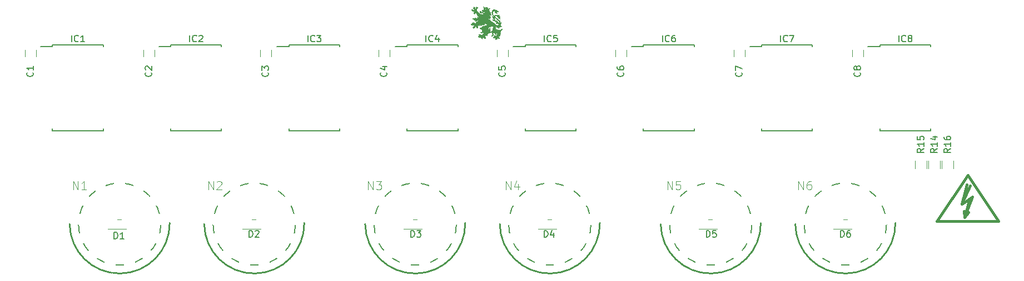
<source format=gto>
G04 #@! TF.FileFunction,Legend,Top*
%FSLAX46Y46*%
G04 Gerber Fmt 4.6, Leading zero omitted, Abs format (unit mm)*
G04 Created by KiCad (PCBNEW 4.0.7) date 06/23/18 17:49:10*
%MOMM*%
%LPD*%
G01*
G04 APERTURE LIST*
%ADD10C,0.100000*%
%ADD11C,0.150000*%
%ADD12C,0.127000*%
%ADD13C,0.254000*%
%ADD14C,0.120000*%
%ADD15C,0.010000*%
%ADD16C,0.381000*%
%ADD17C,0.088900*%
%ADD18C,3.900120*%
%ADD19R,2.350000X1.000000*%
%ADD20C,1.746200*%
%ADD21R,1.600000X1.600000*%
%ADD22R,2.100000X2.100000*%
%ADD23O,2.100000X2.100000*%
%ADD24R,1.700000X1.100000*%
%ADD25R,1.650000X1.400000*%
G04 APERTURE END LIST*
D10*
D11*
X132040000Y-81055000D02*
X132040000Y-81305000D01*
X139790000Y-81055000D02*
X139790000Y-81390000D01*
X139790000Y-94205000D02*
X139790000Y-93870000D01*
X132040000Y-94205000D02*
X132040000Y-93870000D01*
X132040000Y-81055000D02*
X139790000Y-81055000D01*
X132040000Y-94205000D02*
X139790000Y-94205000D01*
X132040000Y-81305000D02*
X130240000Y-81305000D01*
D12*
X205068811Y-108435000D02*
G75*
G03X205068811Y-108435000I-6271811J0D01*
G01*
D13*
X191177149Y-108448299D02*
G75*
G03X206417000Y-108277520I7619851J92039D01*
G01*
D12*
X184568811Y-108435000D02*
G75*
G03X184568811Y-108435000I-6271811J0D01*
G01*
D13*
X170677149Y-108448299D02*
G75*
G03X185917000Y-108277520I7619851J92039D01*
G01*
D12*
X160059611Y-108435000D02*
G75*
G03X160059611Y-108435000I-6271811J0D01*
G01*
D13*
X146167949Y-108448299D02*
G75*
G03X161407800Y-108277520I7619851J92039D01*
G01*
D12*
X139559611Y-108435000D02*
G75*
G03X139559611Y-108435000I-6271811J0D01*
G01*
D13*
X125667949Y-108448299D02*
G75*
G03X140907800Y-108277520I7619851J92039D01*
G01*
D12*
X115045811Y-108435000D02*
G75*
G03X115045811Y-108435000I-6271811J0D01*
G01*
D13*
X101154149Y-108448299D02*
G75*
G03X116394000Y-108277520I7619851J92039D01*
G01*
D12*
X94545811Y-108435000D02*
G75*
G03X94545811Y-108435000I-6271811J0D01*
G01*
D13*
X80654149Y-108448299D02*
G75*
G03X95894000Y-108277520I7619851J92039D01*
G01*
D14*
X86474000Y-107735000D02*
X86474000Y-109135000D01*
X86474000Y-109135000D02*
X89274000Y-109135000D01*
X86474000Y-107735000D02*
X89274000Y-107735000D01*
X106974000Y-107735000D02*
X106974000Y-109135000D01*
X106974000Y-109135000D02*
X109774000Y-109135000D01*
X106974000Y-107735000D02*
X109774000Y-107735000D01*
X131487800Y-107735000D02*
X131487800Y-109135000D01*
X131487800Y-109135000D02*
X134287800Y-109135000D01*
X131487800Y-107735000D02*
X134287800Y-107735000D01*
X151987800Y-107735000D02*
X151987800Y-109135000D01*
X151987800Y-109135000D02*
X154787800Y-109135000D01*
X151987800Y-107735000D02*
X154787800Y-107735000D01*
X176497000Y-107735000D02*
X176497000Y-109135000D01*
X176497000Y-109135000D02*
X179297000Y-109135000D01*
X176497000Y-107735000D02*
X179297000Y-107735000D01*
X196997000Y-107735000D02*
X196997000Y-109135000D01*
X196997000Y-109135000D02*
X199797000Y-109135000D01*
X196997000Y-107735000D02*
X199797000Y-107735000D01*
D11*
X78040000Y-81055000D02*
X78040000Y-81305000D01*
X85790000Y-81055000D02*
X85790000Y-81390000D01*
X85790000Y-94205000D02*
X85790000Y-93870000D01*
X78040000Y-94205000D02*
X78040000Y-93870000D01*
X78040000Y-81055000D02*
X85790000Y-81055000D01*
X78040000Y-94205000D02*
X85790000Y-94205000D01*
X78040000Y-81305000D02*
X76240000Y-81305000D01*
X96040000Y-81055000D02*
X96040000Y-81305000D01*
X103790000Y-81055000D02*
X103790000Y-81390000D01*
X103790000Y-94205000D02*
X103790000Y-93870000D01*
X96040000Y-94205000D02*
X96040000Y-93870000D01*
X96040000Y-81055000D02*
X103790000Y-81055000D01*
X96040000Y-94205000D02*
X103790000Y-94205000D01*
X96040000Y-81305000D02*
X94240000Y-81305000D01*
X114040000Y-81055000D02*
X114040000Y-81305000D01*
X121790000Y-81055000D02*
X121790000Y-81390000D01*
X121790000Y-94205000D02*
X121790000Y-93870000D01*
X114040000Y-94205000D02*
X114040000Y-93870000D01*
X114040000Y-81055000D02*
X121790000Y-81055000D01*
X114040000Y-94205000D02*
X121790000Y-94205000D01*
X114040000Y-81305000D02*
X112240000Y-81305000D01*
X150040000Y-81055000D02*
X150040000Y-81305000D01*
X157790000Y-81055000D02*
X157790000Y-81390000D01*
X157790000Y-94205000D02*
X157790000Y-93870000D01*
X150040000Y-94205000D02*
X150040000Y-93870000D01*
X150040000Y-81055000D02*
X157790000Y-81055000D01*
X150040000Y-94205000D02*
X157790000Y-94205000D01*
X150040000Y-81305000D02*
X148240000Y-81305000D01*
X168040000Y-81055000D02*
X168040000Y-81305000D01*
X175790000Y-81055000D02*
X175790000Y-81390000D01*
X175790000Y-94205000D02*
X175790000Y-93870000D01*
X168040000Y-94205000D02*
X168040000Y-93870000D01*
X168040000Y-81055000D02*
X175790000Y-81055000D01*
X168040000Y-94205000D02*
X175790000Y-94205000D01*
X168040000Y-81305000D02*
X166240000Y-81305000D01*
X186040000Y-81055000D02*
X186040000Y-81305000D01*
X193790000Y-81055000D02*
X193790000Y-81390000D01*
X193790000Y-94205000D02*
X193790000Y-93870000D01*
X186040000Y-94205000D02*
X186040000Y-93870000D01*
X186040000Y-81055000D02*
X193790000Y-81055000D01*
X186040000Y-94205000D02*
X193790000Y-94205000D01*
X186040000Y-81305000D02*
X184240000Y-81305000D01*
X204040000Y-81055000D02*
X204040000Y-81305000D01*
X211790000Y-81055000D02*
X211790000Y-81390000D01*
X211790000Y-94205000D02*
X211790000Y-93870000D01*
X204040000Y-94205000D02*
X204040000Y-93870000D01*
X204040000Y-81055000D02*
X211790000Y-81055000D01*
X204040000Y-94205000D02*
X211790000Y-94205000D01*
X204040000Y-81305000D02*
X202240000Y-81305000D01*
D14*
X211464000Y-99914000D02*
X211464000Y-98714000D01*
X213224000Y-98714000D02*
X213224000Y-99914000D01*
X209432000Y-99914000D02*
X209432000Y-98714000D01*
X211192000Y-98714000D02*
X211192000Y-99914000D01*
D15*
G36*
X142211890Y-75253601D02*
X142225180Y-75276535D01*
X142245558Y-75304429D01*
X142256637Y-75302829D01*
X142291136Y-75296848D01*
X142330772Y-75326577D01*
X142363279Y-75380001D01*
X142374184Y-75417980D01*
X142390650Y-75486677D01*
X142415593Y-75561555D01*
X142443316Y-75628758D01*
X142468123Y-75674431D01*
X142483988Y-75685078D01*
X142490659Y-75655414D01*
X142496786Y-75588612D01*
X142501169Y-75498326D01*
X142501550Y-75485482D01*
X142505236Y-75389603D01*
X142512024Y-75334154D01*
X142525374Y-75308769D01*
X142548745Y-75303080D01*
X142562104Y-75304041D01*
X142609570Y-75294354D01*
X142625604Y-75273423D01*
X142638771Y-75253428D01*
X142670439Y-75266017D01*
X142696141Y-75284483D01*
X142758582Y-75331901D01*
X142691158Y-75467500D01*
X142650091Y-75561074D01*
X142617864Y-75654036D01*
X142606445Y-75700455D01*
X142599827Y-75757174D01*
X142608994Y-75801259D01*
X142641042Y-75848774D01*
X142700328Y-75912942D01*
X142782480Y-75991178D01*
X142882256Y-76076759D01*
X142959533Y-76137182D01*
X143050075Y-76209530D01*
X143137550Y-76288616D01*
X143194887Y-76348305D01*
X143243771Y-76408054D01*
X143261692Y-76441185D01*
X143252247Y-76458312D01*
X143234582Y-76465435D01*
X143170401Y-76469435D01*
X143138997Y-76462148D01*
X143108315Y-76452447D01*
X143106486Y-76464527D01*
X143133223Y-76508122D01*
X143137448Y-76514575D01*
X143166576Y-76564295D01*
X143176050Y-76591609D01*
X143175479Y-76592552D01*
X143149564Y-76608130D01*
X143097496Y-76636621D01*
X143090900Y-76640131D01*
X143050865Y-76666542D01*
X143048040Y-76680830D01*
X143053498Y-76681583D01*
X143104416Y-76668723D01*
X143142398Y-76648304D01*
X143200548Y-76621732D01*
X143278808Y-76600713D01*
X143292618Y-76598311D01*
X143392736Y-76582613D01*
X143217099Y-76759606D01*
X143138921Y-76835235D01*
X143071452Y-76894743D01*
X143024031Y-76930187D01*
X143009031Y-76936600D01*
X142979104Y-76956297D01*
X142976600Y-76968590D01*
X142953440Y-77009802D01*
X142890628Y-77054975D01*
X142798166Y-77097342D01*
X142773400Y-77106097D01*
X142727351Y-77125116D01*
X142719836Y-77136596D01*
X142727296Y-77137847D01*
X142782669Y-77130511D01*
X142837531Y-77114159D01*
X142885489Y-77102593D01*
X142925328Y-77117018D01*
X142976016Y-77164581D01*
X142978539Y-77167275D01*
X143024749Y-77224816D01*
X143035936Y-77266779D01*
X143027081Y-77292795D01*
X142985523Y-77338599D01*
X142957349Y-77353748D01*
X142912559Y-77386896D01*
X142887472Y-77425291D01*
X142848600Y-77474453D01*
X142785518Y-77521245D01*
X142773400Y-77527800D01*
X142725885Y-77554114D01*
X142724245Y-77561917D01*
X142748000Y-77557433D01*
X142816914Y-77530685D01*
X142875527Y-77496801D01*
X142966657Y-77462480D01*
X143021265Y-77463681D01*
X143092919Y-77466709D01*
X143147738Y-77457287D01*
X143197421Y-77446184D01*
X143276930Y-77437420D01*
X143335446Y-77434174D01*
X143478392Y-77429449D01*
X143447579Y-77518451D01*
X143417030Y-77577099D01*
X143371576Y-77634595D01*
X143323067Y-77679172D01*
X143283354Y-77699065D01*
X143269550Y-77695216D01*
X143267171Y-77664694D01*
X143278440Y-77607463D01*
X143280061Y-77601667D01*
X143290604Y-77542996D01*
X143279979Y-77520806D01*
X143279626Y-77520800D01*
X143261323Y-77542383D01*
X143256000Y-77579220D01*
X143243829Y-77638504D01*
X143226352Y-77667287D01*
X143213305Y-77695226D01*
X143243035Y-77714713D01*
X143312234Y-77716150D01*
X143381361Y-77672634D01*
X143443802Y-77589588D01*
X143474606Y-77524802D01*
X143515944Y-77429304D01*
X143553610Y-77372187D01*
X143599571Y-77343502D01*
X143665796Y-77333298D01*
X143706416Y-77332069D01*
X143827631Y-77330300D01*
X143818679Y-77424168D01*
X143821900Y-77502670D01*
X143856763Y-77563910D01*
X143874609Y-77582918D01*
X143934630Y-77631351D01*
X143981180Y-77648521D01*
X144005652Y-77633902D01*
X144000816Y-77590650D01*
X143984359Y-77512175D01*
X143982899Y-77425229D01*
X143995350Y-77350189D01*
X144015741Y-77311283D01*
X144037389Y-77296334D01*
X144036517Y-77319990D01*
X144030069Y-77343000D01*
X144010929Y-77403864D01*
X143999096Y-77438250D01*
X144003023Y-77465340D01*
X144035676Y-77467629D01*
X144082916Y-77447573D01*
X144121896Y-77416903D01*
X144155366Y-77370913D01*
X144167998Y-77310928D01*
X144166346Y-77239087D01*
X144166360Y-77163712D01*
X144176340Y-77120822D01*
X144192545Y-77116240D01*
X144211233Y-77155787D01*
X144213840Y-77165200D01*
X144237447Y-77209664D01*
X144267653Y-77205690D01*
X144295674Y-77158850D01*
X144313791Y-77120884D01*
X144327637Y-77128123D01*
X144335673Y-77146150D01*
X144343892Y-77203801D01*
X144339014Y-77228700D01*
X144334823Y-77262309D01*
X144355805Y-77261923D01*
X144392738Y-77230927D01*
X144418329Y-77199579D01*
X144467296Y-77132358D01*
X144617298Y-77242369D01*
X144720161Y-77320301D01*
X144831871Y-77408682D01*
X144907000Y-77470579D01*
X144994681Y-77541066D01*
X145084175Y-77607144D01*
X145148300Y-77649602D01*
X145242403Y-77712748D01*
X145328140Y-77782264D01*
X145395588Y-77848850D01*
X145434825Y-77903202D01*
X145440788Y-77923805D01*
X145455010Y-77981087D01*
X145466960Y-78003400D01*
X145482023Y-78017763D01*
X145479968Y-77988260D01*
X145475131Y-77966127D01*
X145457520Y-77890754D01*
X145567832Y-77985177D01*
X145656517Y-78049675D01*
X145732855Y-78077343D01*
X145762955Y-78079600D01*
X145819572Y-78075779D01*
X145837994Y-78056847D01*
X145832140Y-78017336D01*
X145824804Y-77974801D01*
X145842145Y-77968934D01*
X145881152Y-77985578D01*
X145940691Y-78031997D01*
X145958568Y-78088758D01*
X145931624Y-78143546D01*
X145907784Y-78172745D01*
X145922746Y-78181051D01*
X145929949Y-78181200D01*
X145973213Y-78163736D01*
X146010356Y-78132105D01*
X146041182Y-78065176D01*
X146031517Y-77988094D01*
X145987912Y-77909873D01*
X145916921Y-77839527D01*
X145825099Y-77786069D01*
X145740904Y-77761495D01*
X145655493Y-77740776D01*
X145590585Y-77713291D01*
X145556700Y-77684649D01*
X145559094Y-77664571D01*
X145601382Y-77650147D01*
X145669809Y-77649649D01*
X145741991Y-77661966D01*
X145778619Y-77675456D01*
X145819766Y-77693667D01*
X145824070Y-77689684D01*
X145797987Y-77667883D01*
X145747973Y-77632638D01*
X145680484Y-77588326D01*
X145601975Y-77539320D01*
X145518901Y-77489998D01*
X145439978Y-77445943D01*
X145293034Y-77363921D01*
X145178662Y-77293403D01*
X145100516Y-77236957D01*
X145062255Y-77197154D01*
X145061631Y-77180062D01*
X145099965Y-77173841D01*
X145162441Y-77194166D01*
X145235036Y-77234053D01*
X145303728Y-77286520D01*
X145331496Y-77314458D01*
X145378113Y-77361653D01*
X145408103Y-77381694D01*
X145414046Y-77377467D01*
X145394765Y-77343572D01*
X145379542Y-77334828D01*
X145351834Y-77304488D01*
X145319808Y-77241796D01*
X145302286Y-77195375D01*
X145250990Y-77087599D01*
X145176562Y-76984827D01*
X145159943Y-76966958D01*
X145087539Y-76877671D01*
X145059657Y-76803912D01*
X145059400Y-76797224D01*
X145049355Y-76725749D01*
X145033106Y-76680930D01*
X145019784Y-76640611D01*
X145033426Y-76631800D01*
X145057306Y-76653179D01*
X145091460Y-76708461D01*
X145119113Y-76765150D01*
X145157804Y-76843877D01*
X145194762Y-76905130D01*
X145214043Y-76928160D01*
X145234339Y-76938050D01*
X145243394Y-76917953D01*
X145243401Y-76889217D01*
X145313250Y-76889217D01*
X145323641Y-76968648D01*
X145343564Y-77056633D01*
X145364824Y-77122939D01*
X145436098Y-77257877D01*
X145542624Y-77376795D01*
X145605628Y-77433498D01*
X145650909Y-77471707D01*
X145668977Y-77483425D01*
X145669000Y-77483257D01*
X145660971Y-77454813D01*
X145644312Y-77408374D01*
X145631316Y-77342156D01*
X145641171Y-77289247D01*
X145670552Y-77266822D01*
X145671717Y-77266800D01*
X145689313Y-77288382D01*
X145694400Y-77325011D01*
X145714090Y-77379684D01*
X145768442Y-77452803D01*
X145809919Y-77496461D01*
X145889041Y-77582884D01*
X145971202Y-77686265D01*
X146019469Y-77755300D01*
X146113500Y-77900901D01*
X146121860Y-77806100D01*
X146119789Y-77716467D01*
X146103736Y-77621380D01*
X146100539Y-77609700D01*
X146043534Y-77473878D01*
X146033131Y-77457300D01*
X146100800Y-77457300D01*
X146113500Y-77470000D01*
X146126200Y-77457300D01*
X146113500Y-77444600D01*
X146100800Y-77457300D01*
X146033131Y-77457300D01*
X145954744Y-77332397D01*
X145846606Y-77204601D01*
X145829094Y-77187434D01*
X145774920Y-77139715D01*
X145698995Y-77077805D01*
X145611021Y-77009010D01*
X145520700Y-76940637D01*
X145437734Y-76879995D01*
X145371825Y-76834390D01*
X145332674Y-76811131D01*
X145327451Y-76809600D01*
X145313988Y-76831736D01*
X145313250Y-76889217D01*
X145243401Y-76889217D01*
X145243409Y-76859362D01*
X145241344Y-76822724D01*
X145239350Y-76740247D01*
X145251880Y-76683389D01*
X145287145Y-76629107D01*
X145326395Y-76584017D01*
X145407824Y-76508484D01*
X145494285Y-76463686D01*
X145598739Y-76445933D01*
X145734147Y-76451535D01*
X145775213Y-76456260D01*
X145872358Y-76465804D01*
X145953946Y-76469068D01*
X146003129Y-76465413D01*
X146004636Y-76464974D01*
X146042425Y-76463558D01*
X146046527Y-76485529D01*
X146018510Y-76517701D01*
X145996719Y-76531527D01*
X145943439Y-76560042D01*
X145996719Y-76597361D01*
X146037443Y-76638458D01*
X146050000Y-76669900D01*
X146069042Y-76709715D01*
X146105617Y-76744075D01*
X146140229Y-76778435D01*
X146142499Y-76801767D01*
X146109745Y-76804218D01*
X146080531Y-76789590D01*
X146019391Y-76752851D01*
X145957732Y-76725964D01*
X145913273Y-76716006D01*
X145903588Y-76718944D01*
X145914907Y-76740773D01*
X145955750Y-76788381D01*
X146018379Y-76853023D01*
X146046811Y-76880745D01*
X146118431Y-76955061D01*
X146172384Y-77021612D01*
X146199914Y-77069213D01*
X146201712Y-77078640D01*
X146195285Y-77100991D01*
X146172379Y-77091406D01*
X146125975Y-77046324D01*
X146115063Y-77034679D01*
X146055928Y-76978741D01*
X146017349Y-76962311D01*
X146001450Y-76969909D01*
X145980141Y-76978096D01*
X145973800Y-76940498D01*
X145948902Y-76881034D01*
X145894818Y-76840168D01*
X145797929Y-76781317D01*
X145741126Y-76730116D01*
X145716351Y-76678006D01*
X145713450Y-76647479D01*
X145694738Y-76584506D01*
X145646134Y-76550525D01*
X145578929Y-76544792D01*
X145504417Y-76566561D01*
X145433891Y-76615087D01*
X145390283Y-76668794D01*
X145357044Y-76728089D01*
X145339857Y-76769543D01*
X145339188Y-76774498D01*
X145349909Y-76776535D01*
X145363386Y-76759246D01*
X145384849Y-76740041D01*
X145415614Y-76751915D01*
X145458247Y-76789023D01*
X145509666Y-76833999D01*
X145588654Y-76898706D01*
X145682066Y-76972492D01*
X145732500Y-77011309D01*
X145862087Y-77117239D01*
X145965423Y-77216331D01*
X146037333Y-77302871D01*
X146072644Y-77371143D01*
X146075400Y-77390052D01*
X146085141Y-77407135D01*
X146118208Y-77386987D01*
X146138900Y-77368400D01*
X146202400Y-77308744D01*
X146202011Y-77383022D01*
X146194928Y-77448517D01*
X146180806Y-77490110D01*
X146175106Y-77532150D01*
X146182622Y-77601613D01*
X146199265Y-77678159D01*
X146220943Y-77741451D01*
X146236378Y-77766445D01*
X146245511Y-77764663D01*
X146239878Y-77744239D01*
X146245384Y-77693726D01*
X146278752Y-77647647D01*
X146325490Y-77608833D01*
X146345093Y-77612618D01*
X146337425Y-77658570D01*
X146306831Y-77736215D01*
X146270899Y-77845535D01*
X146267776Y-77948688D01*
X146269578Y-77963405D01*
X146275195Y-78036786D01*
X146262597Y-78080288D01*
X146229495Y-78111113D01*
X146196145Y-78137027D01*
X146199362Y-78151253D01*
X146245056Y-78162870D01*
X146265735Y-78166793D01*
X146341186Y-78174205D01*
X146402629Y-78169307D01*
X146406710Y-78168147D01*
X146446314Y-78165561D01*
X146456400Y-78177470D01*
X146434367Y-78199247D01*
X146380642Y-78218830D01*
X146373850Y-78220381D01*
X146294791Y-78244428D01*
X146208817Y-78280110D01*
X146197335Y-78285759D01*
X146121458Y-78315803D01*
X146061203Y-78315657D01*
X146036932Y-78308060D01*
X145972556Y-78286415D01*
X145953202Y-78287672D01*
X145978520Y-78311877D01*
X145983473Y-78315545D01*
X146014859Y-78358552D01*
X146010929Y-78417324D01*
X145993602Y-78486358D01*
X145894801Y-78384550D01*
X145840407Y-78324530D01*
X145804522Y-78277323D01*
X145796000Y-78258869D01*
X145777822Y-78223970D01*
X145775068Y-78222061D01*
X145759520Y-78232477D01*
X145756018Y-78264220D01*
X145739502Y-78313815D01*
X145713450Y-78328319D01*
X145676857Y-78319524D01*
X145669000Y-78286505D01*
X145653339Y-78244867D01*
X145615853Y-78197573D01*
X145611647Y-78193900D01*
X145846800Y-78193900D01*
X145859500Y-78206600D01*
X145872200Y-78193900D01*
X145859500Y-78181200D01*
X145846800Y-78193900D01*
X145611647Y-78193900D01*
X145570787Y-78158218D01*
X145532388Y-78140395D01*
X145519798Y-78144134D01*
X145510355Y-78178151D01*
X145504262Y-78248155D01*
X145501509Y-78339445D01*
X145502086Y-78437320D01*
X145505981Y-78527080D01*
X145513184Y-78594021D01*
X145520145Y-78619350D01*
X145558343Y-78657029D01*
X145601502Y-78659073D01*
X145626849Y-78632050D01*
X145643909Y-78614958D01*
X145664716Y-78636096D01*
X145678548Y-78692854D01*
X145646471Y-78745866D01*
X145617051Y-78766014D01*
X145552619Y-78779349D01*
X145494750Y-78745017D01*
X145441040Y-78661517D01*
X145437343Y-78653725D01*
X145409088Y-78595632D01*
X145397672Y-78581524D01*
X145399816Y-78608742D01*
X145402822Y-78625700D01*
X145441295Y-78717468D01*
X145510564Y-78780961D01*
X145598411Y-78806745D01*
X145634534Y-78804627D01*
X145714024Y-78783243D01*
X145780772Y-78752020D01*
X145838357Y-78727219D01*
X145900712Y-78736729D01*
X145913221Y-78741298D01*
X145986500Y-78769346D01*
X145926536Y-78818173D01*
X145890199Y-78851776D01*
X145883556Y-78866929D01*
X145884429Y-78867000D01*
X145914889Y-78852744D01*
X145964312Y-78818196D01*
X145967326Y-78815840D01*
X146022351Y-78783406D01*
X146086429Y-78774610D01*
X146149132Y-78780109D01*
X146226132Y-78785747D01*
X146282736Y-78772539D01*
X146343926Y-78733168D01*
X146364642Y-78716968D01*
X146423142Y-78671764D01*
X146463145Y-78643360D01*
X146472592Y-78638400D01*
X146482110Y-78655162D01*
X146456074Y-78703407D01*
X146396175Y-78780066D01*
X146391500Y-78785550D01*
X146335132Y-78846892D01*
X146290675Y-78876858D01*
X146239441Y-78884623D01*
X146194650Y-78882194D01*
X146142779Y-78879115D01*
X146131249Y-78881282D01*
X146143391Y-78884379D01*
X146208930Y-78913383D01*
X146250747Y-78975547D01*
X146266611Y-79025892D01*
X146267852Y-79076848D01*
X146245239Y-79093580D01*
X146210928Y-79077696D01*
X146177075Y-79030805D01*
X146169594Y-79013050D01*
X146131238Y-78977554D01*
X146082547Y-78972405D01*
X146011900Y-78976211D01*
X146082891Y-78986902D01*
X146132456Y-79001560D01*
X146142070Y-79031434D01*
X146137934Y-79047840D01*
X146141744Y-79108194D01*
X146178288Y-79185182D01*
X146240392Y-79264013D01*
X146245158Y-79268864D01*
X146276227Y-79314559D01*
X146260100Y-79341563D01*
X146204243Y-79349600D01*
X146132843Y-79327667D01*
X146068128Y-79273284D01*
X146027883Y-79203571D01*
X146022594Y-79174724D01*
X146015794Y-79153236D01*
X146008247Y-79164041D01*
X146011625Y-79216764D01*
X146050021Y-79285310D01*
X146116156Y-79357372D01*
X146129422Y-79368909D01*
X146189066Y-79442534D01*
X146202400Y-79504257D01*
X146192351Y-79563346D01*
X146166070Y-79578996D01*
X146129359Y-79553541D01*
X146088015Y-79489317D01*
X146070605Y-79451200D01*
X146038017Y-79380796D01*
X146010284Y-79334679D01*
X145998106Y-79324200D01*
X145997266Y-79344640D01*
X146015590Y-79397468D01*
X146039593Y-79451075D01*
X146084159Y-79556939D01*
X146098322Y-79631496D01*
X146082880Y-79683530D01*
X146062700Y-79705200D01*
X146022825Y-79723678D01*
X145983751Y-79702918D01*
X145947667Y-79683564D01*
X145917137Y-79704849D01*
X145907551Y-79717363D01*
X145875664Y-79774223D01*
X145881713Y-79803579D01*
X145896745Y-79806800D01*
X145928589Y-79822709D01*
X145981352Y-79863049D01*
X146010307Y-79888497D01*
X146099325Y-79970195D01*
X146044835Y-80028197D01*
X145982631Y-80074923D01*
X145927557Y-80082076D01*
X145890055Y-80049036D01*
X145885628Y-80037693D01*
X145847364Y-79967557D01*
X145799667Y-79941419D01*
X145754841Y-79957362D01*
X145725193Y-80013470D01*
X145719800Y-80063517D01*
X145716614Y-80127510D01*
X145699330Y-80155517D01*
X145656353Y-80162293D01*
X145642100Y-80162400D01*
X145592806Y-80168879D01*
X145578275Y-80184619D01*
X145579015Y-80186044D01*
X145576227Y-80218870D01*
X145569569Y-80224559D01*
X145536568Y-80221622D01*
X145529556Y-80213614D01*
X145525479Y-80170745D01*
X145529300Y-80162400D01*
X145527286Y-80138994D01*
X145518099Y-80137000D01*
X145505078Y-80124300D01*
X145669000Y-80124300D01*
X145681700Y-80137000D01*
X145694400Y-80124300D01*
X145681700Y-80111600D01*
X145669000Y-80124300D01*
X145505078Y-80124300D01*
X145497146Y-80116565D01*
X145492224Y-80069778D01*
X145503096Y-80018410D01*
X145519675Y-79991684D01*
X145525087Y-79975038D01*
X145489952Y-79972226D01*
X145443718Y-79977216D01*
X145345272Y-79977319D01*
X145296187Y-79956161D01*
X145265490Y-79934761D01*
X145264599Y-79950915D01*
X145270253Y-79966869D01*
X145274777Y-79998162D01*
X145262309Y-79997120D01*
X145240044Y-79960982D01*
X145236811Y-79938650D01*
X145230375Y-79913050D01*
X145217090Y-79926109D01*
X145182296Y-79942453D01*
X145163425Y-79935299D01*
X145142556Y-79902199D01*
X145146800Y-79885425D01*
X145175641Y-79866958D01*
X145185493Y-79869739D01*
X145210565Y-79861511D01*
X145222281Y-79841523D01*
X145239723Y-79819109D01*
X145277495Y-79809433D01*
X145347617Y-79810633D01*
X145396392Y-79814534D01*
X145478422Y-79821511D01*
X145513122Y-79822788D01*
X145503723Y-79817605D01*
X145453454Y-79805203D01*
X145444727Y-79803169D01*
X145364381Y-79775599D01*
X145318429Y-79733315D01*
X145305027Y-79707448D01*
X145272595Y-79659045D01*
X145240375Y-79649018D01*
X145215702Y-79643768D01*
X145217610Y-79625825D01*
X145241834Y-79601519D01*
X145292966Y-79602531D01*
X145376995Y-79629755D01*
X145448458Y-79660288D01*
X145538483Y-79693081D01*
X145601244Y-79691778D01*
X145646163Y-79651389D01*
X145682667Y-79566924D01*
X145687020Y-79552800D01*
X145929918Y-79552800D01*
X145931899Y-79607736D01*
X145936965Y-79622817D01*
X145940925Y-79609950D01*
X145945127Y-79535934D01*
X145940925Y-79495650D01*
X145934644Y-79483613D01*
X145930658Y-79515525D01*
X145929918Y-79552800D01*
X145687020Y-79552800D01*
X145693959Y-79530286D01*
X145731796Y-79433267D01*
X145778603Y-79377535D01*
X145796000Y-79367097D01*
X145852010Y-79315231D01*
X145869359Y-79242112D01*
X145847425Y-79160151D01*
X145809100Y-79104975D01*
X145743234Y-79032100D01*
X145794922Y-79121000D01*
X145836001Y-79212882D01*
X145843527Y-79284801D01*
X145817072Y-79328958D01*
X145806622Y-79334182D01*
X145769776Y-79347495D01*
X145762172Y-79349582D01*
X145757780Y-79327627D01*
X145753895Y-79280595D01*
X145731320Y-79212439D01*
X145682114Y-79158483D01*
X145621739Y-79132357D01*
X145588735Y-79134990D01*
X145535992Y-79131797D01*
X145459431Y-79103245D01*
X145426573Y-79086229D01*
X145365833Y-79054955D01*
X145330795Y-79042256D01*
X145327221Y-79046614D01*
X145357803Y-79072650D01*
X145415892Y-79108078D01*
X145437472Y-79119506D01*
X145527747Y-79174873D01*
X145577245Y-79226538D01*
X145581927Y-79270154D01*
X145580261Y-79273138D01*
X145554695Y-79276103D01*
X145513776Y-79237472D01*
X145512731Y-79236151D01*
X145464940Y-79191495D01*
X145420167Y-79173392D01*
X145419506Y-79173410D01*
X145398650Y-79178974D01*
X145425015Y-79194343D01*
X145432389Y-79197377D01*
X145499734Y-79249878D01*
X145536749Y-79332926D01*
X145540983Y-79379680D01*
X145538734Y-79418052D01*
X145528580Y-79415199D01*
X145503470Y-79371318D01*
X145453435Y-79316946D01*
X145365178Y-79259289D01*
X145312003Y-79232592D01*
X145205029Y-79177530D01*
X145181633Y-79159100D01*
X145338800Y-79159100D01*
X145351500Y-79171800D01*
X145364200Y-79159100D01*
X145351500Y-79146400D01*
X145338800Y-79159100D01*
X145181633Y-79159100D01*
X145144255Y-79129656D01*
X145126706Y-79083419D01*
X145149405Y-79033264D01*
X145184908Y-78995392D01*
X145233457Y-78942258D01*
X145260059Y-78897971D01*
X145261827Y-78888559D01*
X145252083Y-78877997D01*
X145232679Y-78903192D01*
X145192632Y-78955400D01*
X145142216Y-79005489D01*
X145095968Y-79065743D01*
X145081180Y-79121697D01*
X145086924Y-79196999D01*
X145099899Y-79288230D01*
X145116799Y-79377163D01*
X145134316Y-79445573D01*
X145144445Y-79470362D01*
X145145128Y-79497570D01*
X145126128Y-79502000D01*
X145079380Y-79479211D01*
X145031996Y-79419765D01*
X144992104Y-79337045D01*
X144967834Y-79244431D01*
X144967274Y-79240499D01*
X144961624Y-79162178D01*
X144975116Y-79111242D01*
X145005563Y-79073236D01*
X145044286Y-79025663D01*
X145059400Y-78990574D01*
X145046340Y-78988225D01*
X145014175Y-79019530D01*
X145006756Y-79028674D01*
X144948869Y-79079459D01*
X144889459Y-79096198D01*
X144848413Y-79079346D01*
X144853304Y-79052024D01*
X144883764Y-79000268D01*
X144909917Y-78964916D01*
X144953267Y-78900797D01*
X144995608Y-78822926D01*
X145031896Y-78743294D01*
X145054530Y-78680934D01*
X145253928Y-78680934D01*
X145278683Y-78722410D01*
X145280464Y-78724812D01*
X145319193Y-78769232D01*
X145334982Y-78773888D01*
X145322589Y-78740197D01*
X145309050Y-78717073D01*
X145276212Y-78676263D01*
X145255304Y-78663800D01*
X145253928Y-78680934D01*
X145054530Y-78680934D01*
X145057087Y-78673890D01*
X145063959Y-78638054D01*
X145132456Y-78638054D01*
X145134496Y-78638400D01*
X145163290Y-78620615D01*
X145208261Y-78576242D01*
X145223286Y-78559010D01*
X145239171Y-78536800D01*
X145316529Y-78536800D01*
X145319351Y-78595386D01*
X145329248Y-78654958D01*
X145342358Y-78697992D01*
X145354211Y-78707654D01*
X145355146Y-78679692D01*
X145347145Y-78619381D01*
X145341068Y-78585997D01*
X145327774Y-78530827D01*
X145318941Y-78519733D01*
X145316529Y-78536800D01*
X145239171Y-78536800D01*
X145261046Y-78506216D01*
X145275039Y-78469763D01*
X145272866Y-78463760D01*
X145251288Y-78468598D01*
X145242670Y-78484556D01*
X145216268Y-78527692D01*
X145171102Y-78579806D01*
X145137579Y-78619012D01*
X145132456Y-78638054D01*
X145063959Y-78638054D01*
X145066137Y-78626703D01*
X145057975Y-78613000D01*
X145057042Y-78594662D01*
X145080500Y-78548259D01*
X145098265Y-78520555D01*
X145129423Y-78468393D01*
X145148267Y-78414840D01*
X145157760Y-78344963D01*
X145160869Y-78243827D01*
X145161000Y-78204554D01*
X145158135Y-78098267D01*
X145150372Y-78016367D01*
X145138957Y-77970166D01*
X145134581Y-77964670D01*
X145118876Y-77970414D01*
X145124248Y-78012430D01*
X145140333Y-78076518D01*
X145010694Y-78027259D01*
X144928005Y-77999264D01*
X144857974Y-77981419D01*
X144830527Y-77978000D01*
X144788651Y-77965767D01*
X144787643Y-77961502D01*
X145037867Y-77961502D01*
X145052682Y-77977935D01*
X145054565Y-77978000D01*
X145083915Y-77957648D01*
X145094799Y-77937777D01*
X145095488Y-77908001D01*
X145080054Y-77907615D01*
X145049592Y-77930882D01*
X145037867Y-77961502D01*
X144787643Y-77961502D01*
X144782658Y-77940416D01*
X144783394Y-77939900D01*
X144983200Y-77939900D01*
X144995900Y-77952600D01*
X145008600Y-77939900D01*
X144995900Y-77927200D01*
X144983200Y-77939900D01*
X144783394Y-77939900D01*
X144809530Y-77921589D01*
X144832318Y-77898123D01*
X144847494Y-77859611D01*
X144847458Y-77829825D01*
X144840224Y-77825599D01*
X144814023Y-77839084D01*
X144765506Y-77871957D01*
X144759921Y-77876022D01*
X144723798Y-77898729D01*
X144683259Y-77912213D01*
X144626530Y-77917686D01*
X144541839Y-77916363D01*
X144428670Y-77910158D01*
X144304426Y-77901003D01*
X144217332Y-77889652D01*
X144153746Y-77872846D01*
X144100030Y-77847323D01*
X144060370Y-77822098D01*
X143990405Y-77780069D01*
X143931678Y-77753995D01*
X143911816Y-77749862D01*
X143873852Y-77727646D01*
X143858125Y-77692250D01*
X143851900Y-77683827D01*
X143846599Y-77718598D01*
X143843659Y-77780256D01*
X143837754Y-77869432D01*
X143822636Y-77921520D01*
X143794176Y-77949977D01*
X143791069Y-77951706D01*
X143748751Y-77972571D01*
X143733919Y-77977801D01*
X143728540Y-77954798D01*
X143723484Y-77896097D01*
X143721154Y-77848172D01*
X143714662Y-77756967D01*
X143700940Y-77709607D01*
X143675928Y-77699239D01*
X143642131Y-77714781D01*
X143608206Y-77764699D01*
X143587788Y-77863336D01*
X143586200Y-77878983D01*
X143573500Y-78016100D01*
X143529050Y-77953298D01*
X143494282Y-77896975D01*
X143489888Y-77853782D01*
X143516659Y-77801768D01*
X143535487Y-77774676D01*
X143566175Y-77715976D01*
X143572844Y-77668585D01*
X143571856Y-77665375D01*
X143573319Y-77623336D01*
X143584468Y-77610770D01*
X143610191Y-77578941D01*
X143611600Y-77570668D01*
X143596270Y-77575348D01*
X143556201Y-77610399D01*
X143503650Y-77664433D01*
X143439318Y-77741122D01*
X143405850Y-77803325D01*
X143394472Y-77868328D01*
X143394113Y-77880289D01*
X143384315Y-77953842D01*
X143349704Y-78010671D01*
X143305213Y-78052246D01*
X143250966Y-78094075D01*
X143214650Y-78115296D01*
X143207776Y-78115682D01*
X143214923Y-78091183D01*
X143244458Y-78039778D01*
X143266961Y-78005908D01*
X143314178Y-77918929D01*
X143325517Y-77849841D01*
X143324994Y-77846698D01*
X143316629Y-77808365D01*
X143312549Y-77817619D01*
X143310259Y-77854239D01*
X143293796Y-77917005D01*
X143268699Y-77952600D01*
X143243189Y-77966759D01*
X143232470Y-77945685D01*
X143230600Y-77897290D01*
X143239017Y-77829045D01*
X143259442Y-77781641D01*
X143261080Y-77779880D01*
X143275768Y-77754019D01*
X143265079Y-77749400D01*
X143238170Y-77770036D01*
X143202586Y-77821733D01*
X143190149Y-77844650D01*
X143158363Y-77906435D01*
X143137179Y-77946317D01*
X143133968Y-77951864D01*
X143116658Y-77944654D01*
X143103608Y-77927213D01*
X143100498Y-77874194D01*
X143130389Y-77810651D01*
X143162733Y-77752419D01*
X143178645Y-77712151D01*
X143179007Y-77708301D01*
X143169496Y-77702882D01*
X143147045Y-77732181D01*
X143117923Y-77783890D01*
X143088401Y-77845699D01*
X143064747Y-77905300D01*
X143053230Y-77950383D01*
X143052930Y-77955839D01*
X143039160Y-78018374D01*
X143014843Y-78054080D01*
X142981689Y-78069381D01*
X142947353Y-78048475D01*
X142926788Y-78025441D01*
X142889072Y-77971559D01*
X142881762Y-77925909D01*
X142907756Y-77875382D01*
X142969955Y-77806868D01*
X142976600Y-77800199D01*
X143038322Y-77734886D01*
X143070877Y-77693576D01*
X143073479Y-77680085D01*
X143045342Y-77698228D01*
X142986782Y-77750767D01*
X142919126Y-77829655D01*
X142857048Y-77924575D01*
X142838946Y-77959643D01*
X142805353Y-78029082D01*
X142783130Y-78059026D01*
X142762578Y-78056209D01*
X142736853Y-78030517D01*
X142703710Y-77964370D01*
X142719815Y-77896823D01*
X142783841Y-77831248D01*
X142825733Y-77804522D01*
X142884202Y-77767717D01*
X142915881Y-77740392D01*
X142917705Y-77732838D01*
X142886177Y-77733214D01*
X142834309Y-77761303D01*
X142775224Y-77806597D01*
X142722047Y-77858590D01*
X142687901Y-77906773D01*
X142682858Y-77920865D01*
X142667672Y-77985133D01*
X142656856Y-78024845D01*
X142667150Y-78062150D01*
X142705892Y-78113695D01*
X142722533Y-78130337D01*
X142773443Y-78187780D01*
X142790339Y-78242687D01*
X142787869Y-78286692D01*
X142779704Y-78355297D01*
X142775175Y-78404057D01*
X142775114Y-78405179D01*
X142758967Y-78417799D01*
X142711627Y-78394786D01*
X142690849Y-78380771D01*
X142642489Y-78348703D01*
X142630064Y-78346829D01*
X142646400Y-78370472D01*
X142670917Y-78404657D01*
X142661806Y-78410351D01*
X142646400Y-78406067D01*
X142613498Y-78378101D01*
X142570801Y-78319584D01*
X142544800Y-78275010D01*
X142493296Y-78192918D01*
X142452059Y-78159948D01*
X142420127Y-78175679D01*
X142403555Y-78212950D01*
X142373571Y-78266480D01*
X142321323Y-78327701D01*
X142306593Y-78341689D01*
X142266365Y-78380703D01*
X142255465Y-78397368D01*
X142262345Y-78395304D01*
X142287547Y-78393024D01*
X142285786Y-78412614D01*
X142251639Y-78448089D01*
X142192844Y-78452990D01*
X142124396Y-78428504D01*
X142080700Y-78396344D01*
X142034955Y-78345152D01*
X142030185Y-78306633D01*
X142069150Y-78270188D01*
X142120960Y-78241720D01*
X142177823Y-78205981D01*
X142245578Y-78153643D01*
X142311929Y-78095616D01*
X142364580Y-78042806D01*
X142391236Y-78006120D01*
X142392400Y-78000920D01*
X142370895Y-77995706D01*
X142317289Y-78004268D01*
X142297150Y-78009373D01*
X142216201Y-78025100D01*
X142113506Y-78036817D01*
X142053314Y-78040393D01*
X141963590Y-78040104D01*
X141910441Y-78029530D01*
X141880135Y-78005471D01*
X141875754Y-77998994D01*
X141866489Y-77990700D01*
X141909800Y-77990700D01*
X141922500Y-78003400D01*
X141935200Y-77990700D01*
X141922500Y-77978000D01*
X141909800Y-77990700D01*
X141866489Y-77990700D01*
X141833396Y-77961076D01*
X141802887Y-77952599D01*
X141771420Y-77938223D01*
X141773614Y-77914499D01*
X141803942Y-77880772D01*
X141820655Y-77876399D01*
X141852545Y-77855145D01*
X141866359Y-77825600D01*
X141897911Y-77784460D01*
X141953573Y-77779838D01*
X142021206Y-77812658D01*
X142022604Y-77813707D01*
X142084031Y-77840173D01*
X142149604Y-77848053D01*
X142191909Y-77843769D01*
X142185154Y-77836419D01*
X142176500Y-77834364D01*
X142109127Y-77820024D01*
X142065812Y-77810740D01*
X142022063Y-77790293D01*
X142016084Y-77745812D01*
X142017840Y-77735529D01*
X142016620Y-77685319D01*
X141993678Y-77673200D01*
X141968816Y-77661928D01*
X141970729Y-77651958D01*
X142002021Y-77638085D01*
X142065135Y-77628364D01*
X142094453Y-77626534D01*
X142174802Y-77630449D01*
X142232561Y-77656809D01*
X142278076Y-77698575D01*
X142334033Y-77746807D01*
X142383545Y-77773144D01*
X142394019Y-77774800D01*
X142425819Y-77756948D01*
X142484116Y-77707876D01*
X142561623Y-77634301D01*
X142651059Y-77542945D01*
X142687717Y-77503821D01*
X142938500Y-77232843D01*
X142842276Y-77248382D01*
X142756175Y-77276359D01*
X142675218Y-77323725D01*
X142668877Y-77328861D01*
X142611416Y-77364281D01*
X142545265Y-77387762D01*
X142485864Y-77396226D01*
X142448656Y-77386590D01*
X142443200Y-77373876D01*
X142464028Y-77347278D01*
X142515977Y-77310613D01*
X142583239Y-77273274D01*
X142650008Y-77244651D01*
X142671800Y-77238055D01*
X142735300Y-77222010D01*
X142668875Y-77219005D01*
X142602686Y-77232475D01*
X142534897Y-77269152D01*
X142533261Y-77270424D01*
X142483301Y-77304909D01*
X142443219Y-77309951D01*
X142386892Y-77288032D01*
X142380394Y-77284946D01*
X142305811Y-77241253D01*
X142226891Y-77183505D01*
X142215231Y-77173666D01*
X142375466Y-77173666D01*
X142378953Y-77188766D01*
X142392400Y-77190600D01*
X142413307Y-77181306D01*
X142409333Y-77173666D01*
X142379189Y-77170626D01*
X142375466Y-77173666D01*
X142215231Y-77173666D01*
X142211208Y-77170272D01*
X142133772Y-77108336D01*
X142052221Y-77051273D01*
X142051624Y-77050900D01*
X142201900Y-77050900D01*
X142250286Y-77108050D01*
X142293100Y-77149248D01*
X142324370Y-77165200D01*
X142341437Y-77160483D01*
X142339483Y-77158579D01*
X142314165Y-77139684D01*
X142267514Y-77103111D01*
X142265400Y-77101429D01*
X142201900Y-77050900D01*
X142051624Y-77050900D01*
X142038226Y-77042543D01*
X141985768Y-77005884D01*
X141976335Y-76983466D01*
X141989395Y-76974755D01*
X142039966Y-76972526D01*
X142099442Y-76987073D01*
X142153486Y-77002749D01*
X142182813Y-77002253D01*
X142209466Y-77007045D01*
X142262368Y-77033237D01*
X142287240Y-77048093D01*
X142420157Y-77118596D01*
X142528687Y-77147781D01*
X142614800Y-77137328D01*
X142682899Y-77111437D01*
X142556699Y-77037151D01*
X142481427Y-76996346D01*
X142419930Y-76969180D01*
X142393669Y-76962433D01*
X142370994Y-76954365D01*
X142386195Y-76932644D01*
X142417030Y-76920136D01*
X142471825Y-76928404D01*
X142558635Y-76958044D01*
X142661075Y-76994116D01*
X142734978Y-77009364D01*
X142797611Y-77004930D01*
X142866241Y-76981959D01*
X142873616Y-76978889D01*
X142954266Y-76944979D01*
X142832083Y-76904256D01*
X142709900Y-76863534D01*
X142801724Y-76861967D01*
X142886262Y-76845886D01*
X142958130Y-76809600D01*
X143016803Y-76773630D01*
X143066508Y-76758800D01*
X143108871Y-76747504D01*
X143168841Y-76720041D01*
X143228869Y-76686044D01*
X143271412Y-76655148D01*
X143281399Y-76640803D01*
X143261811Y-76644524D01*
X143212216Y-76668010D01*
X143182166Y-76684322D01*
X143097954Y-76721246D01*
X143028053Y-76724720D01*
X143010716Y-76720915D01*
X142969387Y-76704655D01*
X142967115Y-76691225D01*
X142968692Y-76690570D01*
X142977884Y-76666440D01*
X142945062Y-76617502D01*
X142895758Y-76568262D01*
X142865146Y-76562058D01*
X142844722Y-76599016D01*
X142839169Y-76619099D01*
X142820257Y-76666628D01*
X142802608Y-76682600D01*
X142773016Y-76659230D01*
X142743893Y-76596899D01*
X142719888Y-76507271D01*
X142710749Y-76452079D01*
X142697616Y-76379968D01*
X142678168Y-76346034D01*
X142644575Y-76337678D01*
X142639708Y-76337779D01*
X142606763Y-76333764D01*
X142590207Y-76310430D01*
X142584591Y-76255284D01*
X142584184Y-76210471D01*
X142583352Y-76135839D01*
X142577660Y-76104458D01*
X142562733Y-76108778D01*
X142540029Y-76134271D01*
X142512294Y-76164619D01*
X142499359Y-76162180D01*
X142495352Y-76119814D01*
X142494845Y-76079350D01*
X142489654Y-76013402D01*
X142477602Y-75975212D01*
X142471710Y-75971400D01*
X142431116Y-75993103D01*
X142407848Y-76044298D01*
X142409160Y-76093507D01*
X142405463Y-76160760D01*
X142365646Y-76210139D01*
X142313887Y-76225399D01*
X142279918Y-76238784D01*
X142281614Y-76263499D01*
X142281767Y-76296187D01*
X142270835Y-76301599D01*
X142240945Y-76281235D01*
X142230017Y-76261422D01*
X142218126Y-76205795D01*
X142214804Y-76136556D01*
X142219301Y-76071740D01*
X142230862Y-76029386D01*
X142240000Y-76022200D01*
X142263563Y-76002121D01*
X142265399Y-75990209D01*
X142284871Y-75953371D01*
X142318673Y-75924949D01*
X142353330Y-75894677D01*
X142356353Y-75876086D01*
X142322945Y-75867514D01*
X142257170Y-75863878D01*
X142177183Y-75864782D01*
X142101136Y-75869826D01*
X142047182Y-75878612D01*
X142035792Y-75883122D01*
X142003772Y-75876705D01*
X141950048Y-75842688D01*
X141910674Y-75810111D01*
X141811863Y-75720842D01*
X141872638Y-75681021D01*
X141950916Y-75647274D01*
X142036725Y-75649360D01*
X142141679Y-75688193D01*
X142174060Y-75704700D01*
X142274610Y-75751700D01*
X142339128Y-75766932D01*
X142366202Y-75750116D01*
X142367000Y-75742800D01*
X142350363Y-75718112D01*
X142345256Y-75717400D01*
X142318337Y-75697955D01*
X142274128Y-75648223D01*
X142222085Y-75581111D01*
X142171660Y-75509521D01*
X142132307Y-75446360D01*
X142113479Y-75404531D01*
X142112999Y-75400352D01*
X142129601Y-75357102D01*
X142139433Y-75348461D01*
X142154474Y-75314218D01*
X142150421Y-75283462D01*
X142152496Y-75244865D01*
X142179244Y-75234332D01*
X142211890Y-75253601D01*
X142211890Y-75253601D01*
G37*
X142211890Y-75253601D02*
X142225180Y-75276535D01*
X142245558Y-75304429D01*
X142256637Y-75302829D01*
X142291136Y-75296848D01*
X142330772Y-75326577D01*
X142363279Y-75380001D01*
X142374184Y-75417980D01*
X142390650Y-75486677D01*
X142415593Y-75561555D01*
X142443316Y-75628758D01*
X142468123Y-75674431D01*
X142483988Y-75685078D01*
X142490659Y-75655414D01*
X142496786Y-75588612D01*
X142501169Y-75498326D01*
X142501550Y-75485482D01*
X142505236Y-75389603D01*
X142512024Y-75334154D01*
X142525374Y-75308769D01*
X142548745Y-75303080D01*
X142562104Y-75304041D01*
X142609570Y-75294354D01*
X142625604Y-75273423D01*
X142638771Y-75253428D01*
X142670439Y-75266017D01*
X142696141Y-75284483D01*
X142758582Y-75331901D01*
X142691158Y-75467500D01*
X142650091Y-75561074D01*
X142617864Y-75654036D01*
X142606445Y-75700455D01*
X142599827Y-75757174D01*
X142608994Y-75801259D01*
X142641042Y-75848774D01*
X142700328Y-75912942D01*
X142782480Y-75991178D01*
X142882256Y-76076759D01*
X142959533Y-76137182D01*
X143050075Y-76209530D01*
X143137550Y-76288616D01*
X143194887Y-76348305D01*
X143243771Y-76408054D01*
X143261692Y-76441185D01*
X143252247Y-76458312D01*
X143234582Y-76465435D01*
X143170401Y-76469435D01*
X143138997Y-76462148D01*
X143108315Y-76452447D01*
X143106486Y-76464527D01*
X143133223Y-76508122D01*
X143137448Y-76514575D01*
X143166576Y-76564295D01*
X143176050Y-76591609D01*
X143175479Y-76592552D01*
X143149564Y-76608130D01*
X143097496Y-76636621D01*
X143090900Y-76640131D01*
X143050865Y-76666542D01*
X143048040Y-76680830D01*
X143053498Y-76681583D01*
X143104416Y-76668723D01*
X143142398Y-76648304D01*
X143200548Y-76621732D01*
X143278808Y-76600713D01*
X143292618Y-76598311D01*
X143392736Y-76582613D01*
X143217099Y-76759606D01*
X143138921Y-76835235D01*
X143071452Y-76894743D01*
X143024031Y-76930187D01*
X143009031Y-76936600D01*
X142979104Y-76956297D01*
X142976600Y-76968590D01*
X142953440Y-77009802D01*
X142890628Y-77054975D01*
X142798166Y-77097342D01*
X142773400Y-77106097D01*
X142727351Y-77125116D01*
X142719836Y-77136596D01*
X142727296Y-77137847D01*
X142782669Y-77130511D01*
X142837531Y-77114159D01*
X142885489Y-77102593D01*
X142925328Y-77117018D01*
X142976016Y-77164581D01*
X142978539Y-77167275D01*
X143024749Y-77224816D01*
X143035936Y-77266779D01*
X143027081Y-77292795D01*
X142985523Y-77338599D01*
X142957349Y-77353748D01*
X142912559Y-77386896D01*
X142887472Y-77425291D01*
X142848600Y-77474453D01*
X142785518Y-77521245D01*
X142773400Y-77527800D01*
X142725885Y-77554114D01*
X142724245Y-77561917D01*
X142748000Y-77557433D01*
X142816914Y-77530685D01*
X142875527Y-77496801D01*
X142966657Y-77462480D01*
X143021265Y-77463681D01*
X143092919Y-77466709D01*
X143147738Y-77457287D01*
X143197421Y-77446184D01*
X143276930Y-77437420D01*
X143335446Y-77434174D01*
X143478392Y-77429449D01*
X143447579Y-77518451D01*
X143417030Y-77577099D01*
X143371576Y-77634595D01*
X143323067Y-77679172D01*
X143283354Y-77699065D01*
X143269550Y-77695216D01*
X143267171Y-77664694D01*
X143278440Y-77607463D01*
X143280061Y-77601667D01*
X143290604Y-77542996D01*
X143279979Y-77520806D01*
X143279626Y-77520800D01*
X143261323Y-77542383D01*
X143256000Y-77579220D01*
X143243829Y-77638504D01*
X143226352Y-77667287D01*
X143213305Y-77695226D01*
X143243035Y-77714713D01*
X143312234Y-77716150D01*
X143381361Y-77672634D01*
X143443802Y-77589588D01*
X143474606Y-77524802D01*
X143515944Y-77429304D01*
X143553610Y-77372187D01*
X143599571Y-77343502D01*
X143665796Y-77333298D01*
X143706416Y-77332069D01*
X143827631Y-77330300D01*
X143818679Y-77424168D01*
X143821900Y-77502670D01*
X143856763Y-77563910D01*
X143874609Y-77582918D01*
X143934630Y-77631351D01*
X143981180Y-77648521D01*
X144005652Y-77633902D01*
X144000816Y-77590650D01*
X143984359Y-77512175D01*
X143982899Y-77425229D01*
X143995350Y-77350189D01*
X144015741Y-77311283D01*
X144037389Y-77296334D01*
X144036517Y-77319990D01*
X144030069Y-77343000D01*
X144010929Y-77403864D01*
X143999096Y-77438250D01*
X144003023Y-77465340D01*
X144035676Y-77467629D01*
X144082916Y-77447573D01*
X144121896Y-77416903D01*
X144155366Y-77370913D01*
X144167998Y-77310928D01*
X144166346Y-77239087D01*
X144166360Y-77163712D01*
X144176340Y-77120822D01*
X144192545Y-77116240D01*
X144211233Y-77155787D01*
X144213840Y-77165200D01*
X144237447Y-77209664D01*
X144267653Y-77205690D01*
X144295674Y-77158850D01*
X144313791Y-77120884D01*
X144327637Y-77128123D01*
X144335673Y-77146150D01*
X144343892Y-77203801D01*
X144339014Y-77228700D01*
X144334823Y-77262309D01*
X144355805Y-77261923D01*
X144392738Y-77230927D01*
X144418329Y-77199579D01*
X144467296Y-77132358D01*
X144617298Y-77242369D01*
X144720161Y-77320301D01*
X144831871Y-77408682D01*
X144907000Y-77470579D01*
X144994681Y-77541066D01*
X145084175Y-77607144D01*
X145148300Y-77649602D01*
X145242403Y-77712748D01*
X145328140Y-77782264D01*
X145395588Y-77848850D01*
X145434825Y-77903202D01*
X145440788Y-77923805D01*
X145455010Y-77981087D01*
X145466960Y-78003400D01*
X145482023Y-78017763D01*
X145479968Y-77988260D01*
X145475131Y-77966127D01*
X145457520Y-77890754D01*
X145567832Y-77985177D01*
X145656517Y-78049675D01*
X145732855Y-78077343D01*
X145762955Y-78079600D01*
X145819572Y-78075779D01*
X145837994Y-78056847D01*
X145832140Y-78017336D01*
X145824804Y-77974801D01*
X145842145Y-77968934D01*
X145881152Y-77985578D01*
X145940691Y-78031997D01*
X145958568Y-78088758D01*
X145931624Y-78143546D01*
X145907784Y-78172745D01*
X145922746Y-78181051D01*
X145929949Y-78181200D01*
X145973213Y-78163736D01*
X146010356Y-78132105D01*
X146041182Y-78065176D01*
X146031517Y-77988094D01*
X145987912Y-77909873D01*
X145916921Y-77839527D01*
X145825099Y-77786069D01*
X145740904Y-77761495D01*
X145655493Y-77740776D01*
X145590585Y-77713291D01*
X145556700Y-77684649D01*
X145559094Y-77664571D01*
X145601382Y-77650147D01*
X145669809Y-77649649D01*
X145741991Y-77661966D01*
X145778619Y-77675456D01*
X145819766Y-77693667D01*
X145824070Y-77689684D01*
X145797987Y-77667883D01*
X145747973Y-77632638D01*
X145680484Y-77588326D01*
X145601975Y-77539320D01*
X145518901Y-77489998D01*
X145439978Y-77445943D01*
X145293034Y-77363921D01*
X145178662Y-77293403D01*
X145100516Y-77236957D01*
X145062255Y-77197154D01*
X145061631Y-77180062D01*
X145099965Y-77173841D01*
X145162441Y-77194166D01*
X145235036Y-77234053D01*
X145303728Y-77286520D01*
X145331496Y-77314458D01*
X145378113Y-77361653D01*
X145408103Y-77381694D01*
X145414046Y-77377467D01*
X145394765Y-77343572D01*
X145379542Y-77334828D01*
X145351834Y-77304488D01*
X145319808Y-77241796D01*
X145302286Y-77195375D01*
X145250990Y-77087599D01*
X145176562Y-76984827D01*
X145159943Y-76966958D01*
X145087539Y-76877671D01*
X145059657Y-76803912D01*
X145059400Y-76797224D01*
X145049355Y-76725749D01*
X145033106Y-76680930D01*
X145019784Y-76640611D01*
X145033426Y-76631800D01*
X145057306Y-76653179D01*
X145091460Y-76708461D01*
X145119113Y-76765150D01*
X145157804Y-76843877D01*
X145194762Y-76905130D01*
X145214043Y-76928160D01*
X145234339Y-76938050D01*
X145243394Y-76917953D01*
X145243401Y-76889217D01*
X145313250Y-76889217D01*
X145323641Y-76968648D01*
X145343564Y-77056633D01*
X145364824Y-77122939D01*
X145436098Y-77257877D01*
X145542624Y-77376795D01*
X145605628Y-77433498D01*
X145650909Y-77471707D01*
X145668977Y-77483425D01*
X145669000Y-77483257D01*
X145660971Y-77454813D01*
X145644312Y-77408374D01*
X145631316Y-77342156D01*
X145641171Y-77289247D01*
X145670552Y-77266822D01*
X145671717Y-77266800D01*
X145689313Y-77288382D01*
X145694400Y-77325011D01*
X145714090Y-77379684D01*
X145768442Y-77452803D01*
X145809919Y-77496461D01*
X145889041Y-77582884D01*
X145971202Y-77686265D01*
X146019469Y-77755300D01*
X146113500Y-77900901D01*
X146121860Y-77806100D01*
X146119789Y-77716467D01*
X146103736Y-77621380D01*
X146100539Y-77609700D01*
X146043534Y-77473878D01*
X146033131Y-77457300D01*
X146100800Y-77457300D01*
X146113500Y-77470000D01*
X146126200Y-77457300D01*
X146113500Y-77444600D01*
X146100800Y-77457300D01*
X146033131Y-77457300D01*
X145954744Y-77332397D01*
X145846606Y-77204601D01*
X145829094Y-77187434D01*
X145774920Y-77139715D01*
X145698995Y-77077805D01*
X145611021Y-77009010D01*
X145520700Y-76940637D01*
X145437734Y-76879995D01*
X145371825Y-76834390D01*
X145332674Y-76811131D01*
X145327451Y-76809600D01*
X145313988Y-76831736D01*
X145313250Y-76889217D01*
X145243401Y-76889217D01*
X145243409Y-76859362D01*
X145241344Y-76822724D01*
X145239350Y-76740247D01*
X145251880Y-76683389D01*
X145287145Y-76629107D01*
X145326395Y-76584017D01*
X145407824Y-76508484D01*
X145494285Y-76463686D01*
X145598739Y-76445933D01*
X145734147Y-76451535D01*
X145775213Y-76456260D01*
X145872358Y-76465804D01*
X145953946Y-76469068D01*
X146003129Y-76465413D01*
X146004636Y-76464974D01*
X146042425Y-76463558D01*
X146046527Y-76485529D01*
X146018510Y-76517701D01*
X145996719Y-76531527D01*
X145943439Y-76560042D01*
X145996719Y-76597361D01*
X146037443Y-76638458D01*
X146050000Y-76669900D01*
X146069042Y-76709715D01*
X146105617Y-76744075D01*
X146140229Y-76778435D01*
X146142499Y-76801767D01*
X146109745Y-76804218D01*
X146080531Y-76789590D01*
X146019391Y-76752851D01*
X145957732Y-76725964D01*
X145913273Y-76716006D01*
X145903588Y-76718944D01*
X145914907Y-76740773D01*
X145955750Y-76788381D01*
X146018379Y-76853023D01*
X146046811Y-76880745D01*
X146118431Y-76955061D01*
X146172384Y-77021612D01*
X146199914Y-77069213D01*
X146201712Y-77078640D01*
X146195285Y-77100991D01*
X146172379Y-77091406D01*
X146125975Y-77046324D01*
X146115063Y-77034679D01*
X146055928Y-76978741D01*
X146017349Y-76962311D01*
X146001450Y-76969909D01*
X145980141Y-76978096D01*
X145973800Y-76940498D01*
X145948902Y-76881034D01*
X145894818Y-76840168D01*
X145797929Y-76781317D01*
X145741126Y-76730116D01*
X145716351Y-76678006D01*
X145713450Y-76647479D01*
X145694738Y-76584506D01*
X145646134Y-76550525D01*
X145578929Y-76544792D01*
X145504417Y-76566561D01*
X145433891Y-76615087D01*
X145390283Y-76668794D01*
X145357044Y-76728089D01*
X145339857Y-76769543D01*
X145339188Y-76774498D01*
X145349909Y-76776535D01*
X145363386Y-76759246D01*
X145384849Y-76740041D01*
X145415614Y-76751915D01*
X145458247Y-76789023D01*
X145509666Y-76833999D01*
X145588654Y-76898706D01*
X145682066Y-76972492D01*
X145732500Y-77011309D01*
X145862087Y-77117239D01*
X145965423Y-77216331D01*
X146037333Y-77302871D01*
X146072644Y-77371143D01*
X146075400Y-77390052D01*
X146085141Y-77407135D01*
X146118208Y-77386987D01*
X146138900Y-77368400D01*
X146202400Y-77308744D01*
X146202011Y-77383022D01*
X146194928Y-77448517D01*
X146180806Y-77490110D01*
X146175106Y-77532150D01*
X146182622Y-77601613D01*
X146199265Y-77678159D01*
X146220943Y-77741451D01*
X146236378Y-77766445D01*
X146245511Y-77764663D01*
X146239878Y-77744239D01*
X146245384Y-77693726D01*
X146278752Y-77647647D01*
X146325490Y-77608833D01*
X146345093Y-77612618D01*
X146337425Y-77658570D01*
X146306831Y-77736215D01*
X146270899Y-77845535D01*
X146267776Y-77948688D01*
X146269578Y-77963405D01*
X146275195Y-78036786D01*
X146262597Y-78080288D01*
X146229495Y-78111113D01*
X146196145Y-78137027D01*
X146199362Y-78151253D01*
X146245056Y-78162870D01*
X146265735Y-78166793D01*
X146341186Y-78174205D01*
X146402629Y-78169307D01*
X146406710Y-78168147D01*
X146446314Y-78165561D01*
X146456400Y-78177470D01*
X146434367Y-78199247D01*
X146380642Y-78218830D01*
X146373850Y-78220381D01*
X146294791Y-78244428D01*
X146208817Y-78280110D01*
X146197335Y-78285759D01*
X146121458Y-78315803D01*
X146061203Y-78315657D01*
X146036932Y-78308060D01*
X145972556Y-78286415D01*
X145953202Y-78287672D01*
X145978520Y-78311877D01*
X145983473Y-78315545D01*
X146014859Y-78358552D01*
X146010929Y-78417324D01*
X145993602Y-78486358D01*
X145894801Y-78384550D01*
X145840407Y-78324530D01*
X145804522Y-78277323D01*
X145796000Y-78258869D01*
X145777822Y-78223970D01*
X145775068Y-78222061D01*
X145759520Y-78232477D01*
X145756018Y-78264220D01*
X145739502Y-78313815D01*
X145713450Y-78328319D01*
X145676857Y-78319524D01*
X145669000Y-78286505D01*
X145653339Y-78244867D01*
X145615853Y-78197573D01*
X145611647Y-78193900D01*
X145846800Y-78193900D01*
X145859500Y-78206600D01*
X145872200Y-78193900D01*
X145859500Y-78181200D01*
X145846800Y-78193900D01*
X145611647Y-78193900D01*
X145570787Y-78158218D01*
X145532388Y-78140395D01*
X145519798Y-78144134D01*
X145510355Y-78178151D01*
X145504262Y-78248155D01*
X145501509Y-78339445D01*
X145502086Y-78437320D01*
X145505981Y-78527080D01*
X145513184Y-78594021D01*
X145520145Y-78619350D01*
X145558343Y-78657029D01*
X145601502Y-78659073D01*
X145626849Y-78632050D01*
X145643909Y-78614958D01*
X145664716Y-78636096D01*
X145678548Y-78692854D01*
X145646471Y-78745866D01*
X145617051Y-78766014D01*
X145552619Y-78779349D01*
X145494750Y-78745017D01*
X145441040Y-78661517D01*
X145437343Y-78653725D01*
X145409088Y-78595632D01*
X145397672Y-78581524D01*
X145399816Y-78608742D01*
X145402822Y-78625700D01*
X145441295Y-78717468D01*
X145510564Y-78780961D01*
X145598411Y-78806745D01*
X145634534Y-78804627D01*
X145714024Y-78783243D01*
X145780772Y-78752020D01*
X145838357Y-78727219D01*
X145900712Y-78736729D01*
X145913221Y-78741298D01*
X145986500Y-78769346D01*
X145926536Y-78818173D01*
X145890199Y-78851776D01*
X145883556Y-78866929D01*
X145884429Y-78867000D01*
X145914889Y-78852744D01*
X145964312Y-78818196D01*
X145967326Y-78815840D01*
X146022351Y-78783406D01*
X146086429Y-78774610D01*
X146149132Y-78780109D01*
X146226132Y-78785747D01*
X146282736Y-78772539D01*
X146343926Y-78733168D01*
X146364642Y-78716968D01*
X146423142Y-78671764D01*
X146463145Y-78643360D01*
X146472592Y-78638400D01*
X146482110Y-78655162D01*
X146456074Y-78703407D01*
X146396175Y-78780066D01*
X146391500Y-78785550D01*
X146335132Y-78846892D01*
X146290675Y-78876858D01*
X146239441Y-78884623D01*
X146194650Y-78882194D01*
X146142779Y-78879115D01*
X146131249Y-78881282D01*
X146143391Y-78884379D01*
X146208930Y-78913383D01*
X146250747Y-78975547D01*
X146266611Y-79025892D01*
X146267852Y-79076848D01*
X146245239Y-79093580D01*
X146210928Y-79077696D01*
X146177075Y-79030805D01*
X146169594Y-79013050D01*
X146131238Y-78977554D01*
X146082547Y-78972405D01*
X146011900Y-78976211D01*
X146082891Y-78986902D01*
X146132456Y-79001560D01*
X146142070Y-79031434D01*
X146137934Y-79047840D01*
X146141744Y-79108194D01*
X146178288Y-79185182D01*
X146240392Y-79264013D01*
X146245158Y-79268864D01*
X146276227Y-79314559D01*
X146260100Y-79341563D01*
X146204243Y-79349600D01*
X146132843Y-79327667D01*
X146068128Y-79273284D01*
X146027883Y-79203571D01*
X146022594Y-79174724D01*
X146015794Y-79153236D01*
X146008247Y-79164041D01*
X146011625Y-79216764D01*
X146050021Y-79285310D01*
X146116156Y-79357372D01*
X146129422Y-79368909D01*
X146189066Y-79442534D01*
X146202400Y-79504257D01*
X146192351Y-79563346D01*
X146166070Y-79578996D01*
X146129359Y-79553541D01*
X146088015Y-79489317D01*
X146070605Y-79451200D01*
X146038017Y-79380796D01*
X146010284Y-79334679D01*
X145998106Y-79324200D01*
X145997266Y-79344640D01*
X146015590Y-79397468D01*
X146039593Y-79451075D01*
X146084159Y-79556939D01*
X146098322Y-79631496D01*
X146082880Y-79683530D01*
X146062700Y-79705200D01*
X146022825Y-79723678D01*
X145983751Y-79702918D01*
X145947667Y-79683564D01*
X145917137Y-79704849D01*
X145907551Y-79717363D01*
X145875664Y-79774223D01*
X145881713Y-79803579D01*
X145896745Y-79806800D01*
X145928589Y-79822709D01*
X145981352Y-79863049D01*
X146010307Y-79888497D01*
X146099325Y-79970195D01*
X146044835Y-80028197D01*
X145982631Y-80074923D01*
X145927557Y-80082076D01*
X145890055Y-80049036D01*
X145885628Y-80037693D01*
X145847364Y-79967557D01*
X145799667Y-79941419D01*
X145754841Y-79957362D01*
X145725193Y-80013470D01*
X145719800Y-80063517D01*
X145716614Y-80127510D01*
X145699330Y-80155517D01*
X145656353Y-80162293D01*
X145642100Y-80162400D01*
X145592806Y-80168879D01*
X145578275Y-80184619D01*
X145579015Y-80186044D01*
X145576227Y-80218870D01*
X145569569Y-80224559D01*
X145536568Y-80221622D01*
X145529556Y-80213614D01*
X145525479Y-80170745D01*
X145529300Y-80162400D01*
X145527286Y-80138994D01*
X145518099Y-80137000D01*
X145505078Y-80124300D01*
X145669000Y-80124300D01*
X145681700Y-80137000D01*
X145694400Y-80124300D01*
X145681700Y-80111600D01*
X145669000Y-80124300D01*
X145505078Y-80124300D01*
X145497146Y-80116565D01*
X145492224Y-80069778D01*
X145503096Y-80018410D01*
X145519675Y-79991684D01*
X145525087Y-79975038D01*
X145489952Y-79972226D01*
X145443718Y-79977216D01*
X145345272Y-79977319D01*
X145296187Y-79956161D01*
X145265490Y-79934761D01*
X145264599Y-79950915D01*
X145270253Y-79966869D01*
X145274777Y-79998162D01*
X145262309Y-79997120D01*
X145240044Y-79960982D01*
X145236811Y-79938650D01*
X145230375Y-79913050D01*
X145217090Y-79926109D01*
X145182296Y-79942453D01*
X145163425Y-79935299D01*
X145142556Y-79902199D01*
X145146800Y-79885425D01*
X145175641Y-79866958D01*
X145185493Y-79869739D01*
X145210565Y-79861511D01*
X145222281Y-79841523D01*
X145239723Y-79819109D01*
X145277495Y-79809433D01*
X145347617Y-79810633D01*
X145396392Y-79814534D01*
X145478422Y-79821511D01*
X145513122Y-79822788D01*
X145503723Y-79817605D01*
X145453454Y-79805203D01*
X145444727Y-79803169D01*
X145364381Y-79775599D01*
X145318429Y-79733315D01*
X145305027Y-79707448D01*
X145272595Y-79659045D01*
X145240375Y-79649018D01*
X145215702Y-79643768D01*
X145217610Y-79625825D01*
X145241834Y-79601519D01*
X145292966Y-79602531D01*
X145376995Y-79629755D01*
X145448458Y-79660288D01*
X145538483Y-79693081D01*
X145601244Y-79691778D01*
X145646163Y-79651389D01*
X145682667Y-79566924D01*
X145687020Y-79552800D01*
X145929918Y-79552800D01*
X145931899Y-79607736D01*
X145936965Y-79622817D01*
X145940925Y-79609950D01*
X145945127Y-79535934D01*
X145940925Y-79495650D01*
X145934644Y-79483613D01*
X145930658Y-79515525D01*
X145929918Y-79552800D01*
X145687020Y-79552800D01*
X145693959Y-79530286D01*
X145731796Y-79433267D01*
X145778603Y-79377535D01*
X145796000Y-79367097D01*
X145852010Y-79315231D01*
X145869359Y-79242112D01*
X145847425Y-79160151D01*
X145809100Y-79104975D01*
X145743234Y-79032100D01*
X145794922Y-79121000D01*
X145836001Y-79212882D01*
X145843527Y-79284801D01*
X145817072Y-79328958D01*
X145806622Y-79334182D01*
X145769776Y-79347495D01*
X145762172Y-79349582D01*
X145757780Y-79327627D01*
X145753895Y-79280595D01*
X145731320Y-79212439D01*
X145682114Y-79158483D01*
X145621739Y-79132357D01*
X145588735Y-79134990D01*
X145535992Y-79131797D01*
X145459431Y-79103245D01*
X145426573Y-79086229D01*
X145365833Y-79054955D01*
X145330795Y-79042256D01*
X145327221Y-79046614D01*
X145357803Y-79072650D01*
X145415892Y-79108078D01*
X145437472Y-79119506D01*
X145527747Y-79174873D01*
X145577245Y-79226538D01*
X145581927Y-79270154D01*
X145580261Y-79273138D01*
X145554695Y-79276103D01*
X145513776Y-79237472D01*
X145512731Y-79236151D01*
X145464940Y-79191495D01*
X145420167Y-79173392D01*
X145419506Y-79173410D01*
X145398650Y-79178974D01*
X145425015Y-79194343D01*
X145432389Y-79197377D01*
X145499734Y-79249878D01*
X145536749Y-79332926D01*
X145540983Y-79379680D01*
X145538734Y-79418052D01*
X145528580Y-79415199D01*
X145503470Y-79371318D01*
X145453435Y-79316946D01*
X145365178Y-79259289D01*
X145312003Y-79232592D01*
X145205029Y-79177530D01*
X145181633Y-79159100D01*
X145338800Y-79159100D01*
X145351500Y-79171800D01*
X145364200Y-79159100D01*
X145351500Y-79146400D01*
X145338800Y-79159100D01*
X145181633Y-79159100D01*
X145144255Y-79129656D01*
X145126706Y-79083419D01*
X145149405Y-79033264D01*
X145184908Y-78995392D01*
X145233457Y-78942258D01*
X145260059Y-78897971D01*
X145261827Y-78888559D01*
X145252083Y-78877997D01*
X145232679Y-78903192D01*
X145192632Y-78955400D01*
X145142216Y-79005489D01*
X145095968Y-79065743D01*
X145081180Y-79121697D01*
X145086924Y-79196999D01*
X145099899Y-79288230D01*
X145116799Y-79377163D01*
X145134316Y-79445573D01*
X145144445Y-79470362D01*
X145145128Y-79497570D01*
X145126128Y-79502000D01*
X145079380Y-79479211D01*
X145031996Y-79419765D01*
X144992104Y-79337045D01*
X144967834Y-79244431D01*
X144967274Y-79240499D01*
X144961624Y-79162178D01*
X144975116Y-79111242D01*
X145005563Y-79073236D01*
X145044286Y-79025663D01*
X145059400Y-78990574D01*
X145046340Y-78988225D01*
X145014175Y-79019530D01*
X145006756Y-79028674D01*
X144948869Y-79079459D01*
X144889459Y-79096198D01*
X144848413Y-79079346D01*
X144853304Y-79052024D01*
X144883764Y-79000268D01*
X144909917Y-78964916D01*
X144953267Y-78900797D01*
X144995608Y-78822926D01*
X145031896Y-78743294D01*
X145054530Y-78680934D01*
X145253928Y-78680934D01*
X145278683Y-78722410D01*
X145280464Y-78724812D01*
X145319193Y-78769232D01*
X145334982Y-78773888D01*
X145322589Y-78740197D01*
X145309050Y-78717073D01*
X145276212Y-78676263D01*
X145255304Y-78663800D01*
X145253928Y-78680934D01*
X145054530Y-78680934D01*
X145057087Y-78673890D01*
X145063959Y-78638054D01*
X145132456Y-78638054D01*
X145134496Y-78638400D01*
X145163290Y-78620615D01*
X145208261Y-78576242D01*
X145223286Y-78559010D01*
X145239171Y-78536800D01*
X145316529Y-78536800D01*
X145319351Y-78595386D01*
X145329248Y-78654958D01*
X145342358Y-78697992D01*
X145354211Y-78707654D01*
X145355146Y-78679692D01*
X145347145Y-78619381D01*
X145341068Y-78585997D01*
X145327774Y-78530827D01*
X145318941Y-78519733D01*
X145316529Y-78536800D01*
X145239171Y-78536800D01*
X145261046Y-78506216D01*
X145275039Y-78469763D01*
X145272866Y-78463760D01*
X145251288Y-78468598D01*
X145242670Y-78484556D01*
X145216268Y-78527692D01*
X145171102Y-78579806D01*
X145137579Y-78619012D01*
X145132456Y-78638054D01*
X145063959Y-78638054D01*
X145066137Y-78626703D01*
X145057975Y-78613000D01*
X145057042Y-78594662D01*
X145080500Y-78548259D01*
X145098265Y-78520555D01*
X145129423Y-78468393D01*
X145148267Y-78414840D01*
X145157760Y-78344963D01*
X145160869Y-78243827D01*
X145161000Y-78204554D01*
X145158135Y-78098267D01*
X145150372Y-78016367D01*
X145138957Y-77970166D01*
X145134581Y-77964670D01*
X145118876Y-77970414D01*
X145124248Y-78012430D01*
X145140333Y-78076518D01*
X145010694Y-78027259D01*
X144928005Y-77999264D01*
X144857974Y-77981419D01*
X144830527Y-77978000D01*
X144788651Y-77965767D01*
X144787643Y-77961502D01*
X145037867Y-77961502D01*
X145052682Y-77977935D01*
X145054565Y-77978000D01*
X145083915Y-77957648D01*
X145094799Y-77937777D01*
X145095488Y-77908001D01*
X145080054Y-77907615D01*
X145049592Y-77930882D01*
X145037867Y-77961502D01*
X144787643Y-77961502D01*
X144782658Y-77940416D01*
X144783394Y-77939900D01*
X144983200Y-77939900D01*
X144995900Y-77952600D01*
X145008600Y-77939900D01*
X144995900Y-77927200D01*
X144983200Y-77939900D01*
X144783394Y-77939900D01*
X144809530Y-77921589D01*
X144832318Y-77898123D01*
X144847494Y-77859611D01*
X144847458Y-77829825D01*
X144840224Y-77825599D01*
X144814023Y-77839084D01*
X144765506Y-77871957D01*
X144759921Y-77876022D01*
X144723798Y-77898729D01*
X144683259Y-77912213D01*
X144626530Y-77917686D01*
X144541839Y-77916363D01*
X144428670Y-77910158D01*
X144304426Y-77901003D01*
X144217332Y-77889652D01*
X144153746Y-77872846D01*
X144100030Y-77847323D01*
X144060370Y-77822098D01*
X143990405Y-77780069D01*
X143931678Y-77753995D01*
X143911816Y-77749862D01*
X143873852Y-77727646D01*
X143858125Y-77692250D01*
X143851900Y-77683827D01*
X143846599Y-77718598D01*
X143843659Y-77780256D01*
X143837754Y-77869432D01*
X143822636Y-77921520D01*
X143794176Y-77949977D01*
X143791069Y-77951706D01*
X143748751Y-77972571D01*
X143733919Y-77977801D01*
X143728540Y-77954798D01*
X143723484Y-77896097D01*
X143721154Y-77848172D01*
X143714662Y-77756967D01*
X143700940Y-77709607D01*
X143675928Y-77699239D01*
X143642131Y-77714781D01*
X143608206Y-77764699D01*
X143587788Y-77863336D01*
X143586200Y-77878983D01*
X143573500Y-78016100D01*
X143529050Y-77953298D01*
X143494282Y-77896975D01*
X143489888Y-77853782D01*
X143516659Y-77801768D01*
X143535487Y-77774676D01*
X143566175Y-77715976D01*
X143572844Y-77668585D01*
X143571856Y-77665375D01*
X143573319Y-77623336D01*
X143584468Y-77610770D01*
X143610191Y-77578941D01*
X143611600Y-77570668D01*
X143596270Y-77575348D01*
X143556201Y-77610399D01*
X143503650Y-77664433D01*
X143439318Y-77741122D01*
X143405850Y-77803325D01*
X143394472Y-77868328D01*
X143394113Y-77880289D01*
X143384315Y-77953842D01*
X143349704Y-78010671D01*
X143305213Y-78052246D01*
X143250966Y-78094075D01*
X143214650Y-78115296D01*
X143207776Y-78115682D01*
X143214923Y-78091183D01*
X143244458Y-78039778D01*
X143266961Y-78005908D01*
X143314178Y-77918929D01*
X143325517Y-77849841D01*
X143324994Y-77846698D01*
X143316629Y-77808365D01*
X143312549Y-77817619D01*
X143310259Y-77854239D01*
X143293796Y-77917005D01*
X143268699Y-77952600D01*
X143243189Y-77966759D01*
X143232470Y-77945685D01*
X143230600Y-77897290D01*
X143239017Y-77829045D01*
X143259442Y-77781641D01*
X143261080Y-77779880D01*
X143275768Y-77754019D01*
X143265079Y-77749400D01*
X143238170Y-77770036D01*
X143202586Y-77821733D01*
X143190149Y-77844650D01*
X143158363Y-77906435D01*
X143137179Y-77946317D01*
X143133968Y-77951864D01*
X143116658Y-77944654D01*
X143103608Y-77927213D01*
X143100498Y-77874194D01*
X143130389Y-77810651D01*
X143162733Y-77752419D01*
X143178645Y-77712151D01*
X143179007Y-77708301D01*
X143169496Y-77702882D01*
X143147045Y-77732181D01*
X143117923Y-77783890D01*
X143088401Y-77845699D01*
X143064747Y-77905300D01*
X143053230Y-77950383D01*
X143052930Y-77955839D01*
X143039160Y-78018374D01*
X143014843Y-78054080D01*
X142981689Y-78069381D01*
X142947353Y-78048475D01*
X142926788Y-78025441D01*
X142889072Y-77971559D01*
X142881762Y-77925909D01*
X142907756Y-77875382D01*
X142969955Y-77806868D01*
X142976600Y-77800199D01*
X143038322Y-77734886D01*
X143070877Y-77693576D01*
X143073479Y-77680085D01*
X143045342Y-77698228D01*
X142986782Y-77750767D01*
X142919126Y-77829655D01*
X142857048Y-77924575D01*
X142838946Y-77959643D01*
X142805353Y-78029082D01*
X142783130Y-78059026D01*
X142762578Y-78056209D01*
X142736853Y-78030517D01*
X142703710Y-77964370D01*
X142719815Y-77896823D01*
X142783841Y-77831248D01*
X142825733Y-77804522D01*
X142884202Y-77767717D01*
X142915881Y-77740392D01*
X142917705Y-77732838D01*
X142886177Y-77733214D01*
X142834309Y-77761303D01*
X142775224Y-77806597D01*
X142722047Y-77858590D01*
X142687901Y-77906773D01*
X142682858Y-77920865D01*
X142667672Y-77985133D01*
X142656856Y-78024845D01*
X142667150Y-78062150D01*
X142705892Y-78113695D01*
X142722533Y-78130337D01*
X142773443Y-78187780D01*
X142790339Y-78242687D01*
X142787869Y-78286692D01*
X142779704Y-78355297D01*
X142775175Y-78404057D01*
X142775114Y-78405179D01*
X142758967Y-78417799D01*
X142711627Y-78394786D01*
X142690849Y-78380771D01*
X142642489Y-78348703D01*
X142630064Y-78346829D01*
X142646400Y-78370472D01*
X142670917Y-78404657D01*
X142661806Y-78410351D01*
X142646400Y-78406067D01*
X142613498Y-78378101D01*
X142570801Y-78319584D01*
X142544800Y-78275010D01*
X142493296Y-78192918D01*
X142452059Y-78159948D01*
X142420127Y-78175679D01*
X142403555Y-78212950D01*
X142373571Y-78266480D01*
X142321323Y-78327701D01*
X142306593Y-78341689D01*
X142266365Y-78380703D01*
X142255465Y-78397368D01*
X142262345Y-78395304D01*
X142287547Y-78393024D01*
X142285786Y-78412614D01*
X142251639Y-78448089D01*
X142192844Y-78452990D01*
X142124396Y-78428504D01*
X142080700Y-78396344D01*
X142034955Y-78345152D01*
X142030185Y-78306633D01*
X142069150Y-78270188D01*
X142120960Y-78241720D01*
X142177823Y-78205981D01*
X142245578Y-78153643D01*
X142311929Y-78095616D01*
X142364580Y-78042806D01*
X142391236Y-78006120D01*
X142392400Y-78000920D01*
X142370895Y-77995706D01*
X142317289Y-78004268D01*
X142297150Y-78009373D01*
X142216201Y-78025100D01*
X142113506Y-78036817D01*
X142053314Y-78040393D01*
X141963590Y-78040104D01*
X141910441Y-78029530D01*
X141880135Y-78005471D01*
X141875754Y-77998994D01*
X141866489Y-77990700D01*
X141909800Y-77990700D01*
X141922500Y-78003400D01*
X141935200Y-77990700D01*
X141922500Y-77978000D01*
X141909800Y-77990700D01*
X141866489Y-77990700D01*
X141833396Y-77961076D01*
X141802887Y-77952599D01*
X141771420Y-77938223D01*
X141773614Y-77914499D01*
X141803942Y-77880772D01*
X141820655Y-77876399D01*
X141852545Y-77855145D01*
X141866359Y-77825600D01*
X141897911Y-77784460D01*
X141953573Y-77779838D01*
X142021206Y-77812658D01*
X142022604Y-77813707D01*
X142084031Y-77840173D01*
X142149604Y-77848053D01*
X142191909Y-77843769D01*
X142185154Y-77836419D01*
X142176500Y-77834364D01*
X142109127Y-77820024D01*
X142065812Y-77810740D01*
X142022063Y-77790293D01*
X142016084Y-77745812D01*
X142017840Y-77735529D01*
X142016620Y-77685319D01*
X141993678Y-77673200D01*
X141968816Y-77661928D01*
X141970729Y-77651958D01*
X142002021Y-77638085D01*
X142065135Y-77628364D01*
X142094453Y-77626534D01*
X142174802Y-77630449D01*
X142232561Y-77656809D01*
X142278076Y-77698575D01*
X142334033Y-77746807D01*
X142383545Y-77773144D01*
X142394019Y-77774800D01*
X142425819Y-77756948D01*
X142484116Y-77707876D01*
X142561623Y-77634301D01*
X142651059Y-77542945D01*
X142687717Y-77503821D01*
X142938500Y-77232843D01*
X142842276Y-77248382D01*
X142756175Y-77276359D01*
X142675218Y-77323725D01*
X142668877Y-77328861D01*
X142611416Y-77364281D01*
X142545265Y-77387762D01*
X142485864Y-77396226D01*
X142448656Y-77386590D01*
X142443200Y-77373876D01*
X142464028Y-77347278D01*
X142515977Y-77310613D01*
X142583239Y-77273274D01*
X142650008Y-77244651D01*
X142671800Y-77238055D01*
X142735300Y-77222010D01*
X142668875Y-77219005D01*
X142602686Y-77232475D01*
X142534897Y-77269152D01*
X142533261Y-77270424D01*
X142483301Y-77304909D01*
X142443219Y-77309951D01*
X142386892Y-77288032D01*
X142380394Y-77284946D01*
X142305811Y-77241253D01*
X142226891Y-77183505D01*
X142215231Y-77173666D01*
X142375466Y-77173666D01*
X142378953Y-77188766D01*
X142392400Y-77190600D01*
X142413307Y-77181306D01*
X142409333Y-77173666D01*
X142379189Y-77170626D01*
X142375466Y-77173666D01*
X142215231Y-77173666D01*
X142211208Y-77170272D01*
X142133772Y-77108336D01*
X142052221Y-77051273D01*
X142051624Y-77050900D01*
X142201900Y-77050900D01*
X142250286Y-77108050D01*
X142293100Y-77149248D01*
X142324370Y-77165200D01*
X142341437Y-77160483D01*
X142339483Y-77158579D01*
X142314165Y-77139684D01*
X142267514Y-77103111D01*
X142265400Y-77101429D01*
X142201900Y-77050900D01*
X142051624Y-77050900D01*
X142038226Y-77042543D01*
X141985768Y-77005884D01*
X141976335Y-76983466D01*
X141989395Y-76974755D01*
X142039966Y-76972526D01*
X142099442Y-76987073D01*
X142153486Y-77002749D01*
X142182813Y-77002253D01*
X142209466Y-77007045D01*
X142262368Y-77033237D01*
X142287240Y-77048093D01*
X142420157Y-77118596D01*
X142528687Y-77147781D01*
X142614800Y-77137328D01*
X142682899Y-77111437D01*
X142556699Y-77037151D01*
X142481427Y-76996346D01*
X142419930Y-76969180D01*
X142393669Y-76962433D01*
X142370994Y-76954365D01*
X142386195Y-76932644D01*
X142417030Y-76920136D01*
X142471825Y-76928404D01*
X142558635Y-76958044D01*
X142661075Y-76994116D01*
X142734978Y-77009364D01*
X142797611Y-77004930D01*
X142866241Y-76981959D01*
X142873616Y-76978889D01*
X142954266Y-76944979D01*
X142832083Y-76904256D01*
X142709900Y-76863534D01*
X142801724Y-76861967D01*
X142886262Y-76845886D01*
X142958130Y-76809600D01*
X143016803Y-76773630D01*
X143066508Y-76758800D01*
X143108871Y-76747504D01*
X143168841Y-76720041D01*
X143228869Y-76686044D01*
X143271412Y-76655148D01*
X143281399Y-76640803D01*
X143261811Y-76644524D01*
X143212216Y-76668010D01*
X143182166Y-76684322D01*
X143097954Y-76721246D01*
X143028053Y-76724720D01*
X143010716Y-76720915D01*
X142969387Y-76704655D01*
X142967115Y-76691225D01*
X142968692Y-76690570D01*
X142977884Y-76666440D01*
X142945062Y-76617502D01*
X142895758Y-76568262D01*
X142865146Y-76562058D01*
X142844722Y-76599016D01*
X142839169Y-76619099D01*
X142820257Y-76666628D01*
X142802608Y-76682600D01*
X142773016Y-76659230D01*
X142743893Y-76596899D01*
X142719888Y-76507271D01*
X142710749Y-76452079D01*
X142697616Y-76379968D01*
X142678168Y-76346034D01*
X142644575Y-76337678D01*
X142639708Y-76337779D01*
X142606763Y-76333764D01*
X142590207Y-76310430D01*
X142584591Y-76255284D01*
X142584184Y-76210471D01*
X142583352Y-76135839D01*
X142577660Y-76104458D01*
X142562733Y-76108778D01*
X142540029Y-76134271D01*
X142512294Y-76164619D01*
X142499359Y-76162180D01*
X142495352Y-76119814D01*
X142494845Y-76079350D01*
X142489654Y-76013402D01*
X142477602Y-75975212D01*
X142471710Y-75971400D01*
X142431116Y-75993103D01*
X142407848Y-76044298D01*
X142409160Y-76093507D01*
X142405463Y-76160760D01*
X142365646Y-76210139D01*
X142313887Y-76225399D01*
X142279918Y-76238784D01*
X142281614Y-76263499D01*
X142281767Y-76296187D01*
X142270835Y-76301599D01*
X142240945Y-76281235D01*
X142230017Y-76261422D01*
X142218126Y-76205795D01*
X142214804Y-76136556D01*
X142219301Y-76071740D01*
X142230862Y-76029386D01*
X142240000Y-76022200D01*
X142263563Y-76002121D01*
X142265399Y-75990209D01*
X142284871Y-75953371D01*
X142318673Y-75924949D01*
X142353330Y-75894677D01*
X142356353Y-75876086D01*
X142322945Y-75867514D01*
X142257170Y-75863878D01*
X142177183Y-75864782D01*
X142101136Y-75869826D01*
X142047182Y-75878612D01*
X142035792Y-75883122D01*
X142003772Y-75876705D01*
X141950048Y-75842688D01*
X141910674Y-75810111D01*
X141811863Y-75720842D01*
X141872638Y-75681021D01*
X141950916Y-75647274D01*
X142036725Y-75649360D01*
X142141679Y-75688193D01*
X142174060Y-75704700D01*
X142274610Y-75751700D01*
X142339128Y-75766932D01*
X142366202Y-75750116D01*
X142367000Y-75742800D01*
X142350363Y-75718112D01*
X142345256Y-75717400D01*
X142318337Y-75697955D01*
X142274128Y-75648223D01*
X142222085Y-75581111D01*
X142171660Y-75509521D01*
X142132307Y-75446360D01*
X142113479Y-75404531D01*
X142112999Y-75400352D01*
X142129601Y-75357102D01*
X142139433Y-75348461D01*
X142154474Y-75314218D01*
X142150421Y-75283462D01*
X142152496Y-75244865D01*
X142179244Y-75234332D01*
X142211890Y-75253601D01*
G36*
X143454353Y-80048661D02*
X143459200Y-80060800D01*
X143440969Y-80085472D01*
X143435299Y-80086200D01*
X143400898Y-80067736D01*
X143395700Y-80060800D01*
X143401458Y-80039055D01*
X143419600Y-80035400D01*
X143454353Y-80048661D01*
X143454353Y-80048661D01*
G37*
X143454353Y-80048661D02*
X143459200Y-80060800D01*
X143440969Y-80085472D01*
X143435299Y-80086200D01*
X143400898Y-80067736D01*
X143395700Y-80060800D01*
X143401458Y-80039055D01*
X143419600Y-80035400D01*
X143454353Y-80048661D01*
G36*
X144772788Y-77999475D02*
X144894101Y-78019203D01*
X145010473Y-78052468D01*
X145084385Y-78081659D01*
X145123521Y-78110814D01*
X145135570Y-78143968D01*
X145135600Y-78146011D01*
X145123268Y-78172193D01*
X145078726Y-78172454D01*
X145063322Y-78169361D01*
X144993100Y-78166631D01*
X144891327Y-78177815D01*
X144774270Y-78199675D01*
X144658192Y-78228972D01*
X144559360Y-78262465D01*
X144529655Y-78275645D01*
X144449810Y-78336552D01*
X144385983Y-78424315D01*
X144351807Y-78518699D01*
X144349420Y-78543150D01*
X144367272Y-78595615D01*
X144411167Y-78649364D01*
X144462881Y-78684628D01*
X144484047Y-78689200D01*
X144513504Y-78667749D01*
X144548599Y-78613480D01*
X144563735Y-78581250D01*
X144609176Y-78473300D01*
X144635437Y-78584760D01*
X144649187Y-78656802D01*
X144644788Y-78698246D01*
X144619682Y-78726840D01*
X144614394Y-78730810D01*
X144531758Y-78762515D01*
X144442560Y-78752329D01*
X144388300Y-78721491D01*
X144373940Y-78713276D01*
X144390835Y-78736982D01*
X144424400Y-78775320D01*
X144493302Y-78840392D01*
X144565447Y-78892682D01*
X144593710Y-78907575D01*
X144662752Y-78962373D01*
X144698050Y-79044597D01*
X144693340Y-79138947D01*
X144691281Y-79145829D01*
X144655560Y-79186177D01*
X144594943Y-79196270D01*
X144527355Y-79173183D01*
X144526580Y-79172696D01*
X144478484Y-79167222D01*
X144443874Y-79189862D01*
X144407275Y-79217314D01*
X144392494Y-79220327D01*
X144318743Y-79083480D01*
X144277023Y-78973665D01*
X144269949Y-78943565D01*
X144252441Y-78854300D01*
X144249520Y-78938167D01*
X144260651Y-79014088D01*
X144291950Y-79099066D01*
X144303088Y-79120186D01*
X144359577Y-79218338D01*
X144291313Y-79366519D01*
X144254127Y-79452433D01*
X144226384Y-79526153D01*
X144215426Y-79565500D01*
X144199365Y-79606659D01*
X144175745Y-79603977D01*
X144152329Y-79562045D01*
X144141993Y-79522049D01*
X144130905Y-79474860D01*
X144123628Y-79465237D01*
X144122943Y-79468864D01*
X144099751Y-79500441D01*
X144049981Y-79532595D01*
X143987709Y-79580480D01*
X143945481Y-79638739D01*
X143914192Y-79682082D01*
X143888105Y-79678111D01*
X143870894Y-79630286D01*
X143865988Y-79563827D01*
X143873660Y-79509954D01*
X143905315Y-79469130D01*
X143970054Y-79427247D01*
X144039256Y-79393113D01*
X144078548Y-79387689D01*
X144094095Y-79400230D01*
X144109279Y-79400846D01*
X144122104Y-79356066D01*
X144125229Y-79333610D01*
X144138288Y-79255865D01*
X144155278Y-79193248D01*
X144157905Y-79186683D01*
X144166809Y-79153008D01*
X144150300Y-79155824D01*
X144126037Y-79191282D01*
X144106736Y-79252740D01*
X144106115Y-79255949D01*
X144085704Y-79313569D01*
X144041358Y-79359306D01*
X143971881Y-79401108D01*
X143896577Y-79449785D01*
X143851444Y-79497268D01*
X143844368Y-79514700D01*
X143818239Y-79569239D01*
X143783153Y-79606699D01*
X143748256Y-79654798D01*
X143751882Y-79700981D01*
X143790389Y-79728482D01*
X143810066Y-79730600D01*
X143866143Y-79750743D01*
X143916827Y-79797952D01*
X143941547Y-79852394D01*
X143941800Y-79857600D01*
X143926440Y-79901424D01*
X143897350Y-79944062D01*
X143868033Y-79979658D01*
X143871922Y-79981170D01*
X143897350Y-79962002D01*
X143931336Y-79940916D01*
X143941477Y-79956444D01*
X143941800Y-79967290D01*
X143933508Y-80004491D01*
X143901150Y-80018851D01*
X143833500Y-80014272D01*
X143814800Y-80011435D01*
X143748529Y-79991548D01*
X143712058Y-79948374D01*
X143711343Y-79946500D01*
X143738600Y-79946500D01*
X143751300Y-79959200D01*
X143764000Y-79946500D01*
X143751300Y-79933800D01*
X143738600Y-79946500D01*
X143711343Y-79946500D01*
X143699211Y-79914731D01*
X143668814Y-79840805D01*
X143637976Y-79797539D01*
X143612878Y-79791744D01*
X143603198Y-79808902D01*
X143575621Y-79903823D01*
X143553287Y-79960389D01*
X143528091Y-79989257D01*
X143491932Y-80001088D01*
X143454048Y-80005084D01*
X143371045Y-79998012D01*
X143328843Y-79961965D01*
X143328878Y-79956028D01*
X143516599Y-79956028D01*
X143535206Y-79943855D01*
X143538551Y-79940573D01*
X143558614Y-79907270D01*
X143555894Y-79895027D01*
X143537000Y-79902650D01*
X143524333Y-79926354D01*
X143516599Y-79956028D01*
X143328878Y-79956028D01*
X143329208Y-79900478D01*
X143365848Y-79828567D01*
X143423775Y-79743300D01*
X143283052Y-79814388D01*
X143175161Y-79859812D01*
X143097395Y-79872709D01*
X143082736Y-79870520D01*
X143041558Y-79866045D01*
X143041664Y-79885521D01*
X143042138Y-79886298D01*
X143044685Y-79906165D01*
X143016789Y-79900016D01*
X142974354Y-79885636D01*
X142961822Y-79883000D01*
X142952477Y-79862172D01*
X142951200Y-79843400D01*
X142941204Y-79815476D01*
X142930937Y-79816325D01*
X142894297Y-79815931D01*
X142876308Y-79807608D01*
X142865939Y-79786581D01*
X142892785Y-79753399D01*
X142905913Y-79743300D01*
X142925800Y-79743300D01*
X142938500Y-79756000D01*
X142951200Y-79743300D01*
X142938500Y-79730600D01*
X142925800Y-79743300D01*
X142905913Y-79743300D01*
X142943959Y-79714034D01*
X142998054Y-79672248D01*
X143144859Y-79672248D01*
X143179800Y-79675789D01*
X143215858Y-79671797D01*
X143211550Y-79662978D01*
X143159547Y-79659623D01*
X143148050Y-79662978D01*
X143144859Y-79672248D01*
X142998054Y-79672248D01*
X143005141Y-79666774D01*
X143023034Y-79641700D01*
X143078200Y-79641700D01*
X143090900Y-79654400D01*
X143103600Y-79641700D01*
X143090900Y-79629000D01*
X143078200Y-79641700D01*
X143023034Y-79641700D01*
X143032880Y-79627903D01*
X143036964Y-79579135D01*
X143033405Y-79546912D01*
X143036402Y-79469544D01*
X143068398Y-79432335D01*
X143125499Y-79438031D01*
X143160946Y-79456983D01*
X143219853Y-79487508D01*
X143301359Y-79521219D01*
X143335611Y-79533433D01*
X143413365Y-79555979D01*
X143464857Y-79558261D01*
X143510126Y-79540917D01*
X143513411Y-79539080D01*
X143581609Y-79502835D01*
X143649700Y-79469357D01*
X143715994Y-79429196D01*
X143764000Y-79385963D01*
X143780970Y-79361109D01*
X143765248Y-79367725D01*
X143728824Y-79394728D01*
X143667508Y-79430051D01*
X143604557Y-79448970D01*
X143555383Y-79448905D01*
X143535400Y-79427279D01*
X143535400Y-79427092D01*
X143555889Y-79393993D01*
X143607159Y-79350174D01*
X143673912Y-79306303D01*
X143740851Y-79273048D01*
X143769647Y-79263727D01*
X143861131Y-79217647D01*
X143927191Y-79135089D01*
X143951853Y-79064383D01*
X143958212Y-79009286D01*
X143954772Y-78973989D01*
X143944560Y-78969454D01*
X143933164Y-78996714D01*
X143902679Y-79096540D01*
X143874528Y-79159120D01*
X143841423Y-79197089D01*
X143804980Y-79218956D01*
X143734303Y-79240084D01*
X143672221Y-79225910D01*
X143626154Y-79194487D01*
X143612311Y-79163991D01*
X143634997Y-79147052D01*
X143645108Y-79146400D01*
X143670482Y-79123952D01*
X143698255Y-79066314D01*
X143712484Y-79022026D01*
X143735790Y-78947481D01*
X143761862Y-78908124D01*
X143804143Y-78889481D01*
X143842237Y-78882320D01*
X143940582Y-78843929D01*
X143964552Y-78818374D01*
X144352699Y-78818374D01*
X144355246Y-78829227D01*
X144381307Y-78867000D01*
X144422599Y-78933613D01*
X144464653Y-79013813D01*
X144469909Y-79025035D01*
X144498386Y-79075883D01*
X144517742Y-79088995D01*
X144521562Y-79081927D01*
X144514331Y-79037358D01*
X144486031Y-78974226D01*
X144476805Y-78958497D01*
X144430805Y-78893174D01*
X144386239Y-78843465D01*
X144379941Y-78838105D01*
X144352699Y-78818374D01*
X143964552Y-78818374D01*
X144017070Y-78762385D01*
X144071215Y-78643781D01*
X144107692Y-78568574D01*
X144155987Y-78508495D01*
X144161561Y-78503824D01*
X144204366Y-78461496D01*
X144221200Y-78428567D01*
X144206939Y-78424389D01*
X144172321Y-78452730D01*
X144169410Y-78455810D01*
X144117877Y-78495555D01*
X144067892Y-78511593D01*
X144033166Y-78502846D01*
X144027412Y-78468235D01*
X144027782Y-78466950D01*
X144043225Y-78409728D01*
X144058804Y-78346300D01*
X144079949Y-78286207D01*
X144104460Y-78251438D01*
X144116137Y-78234637D01*
X144106818Y-78232388D01*
X144073874Y-78245949D01*
X144014400Y-78281521D01*
X143956297Y-78320900D01*
X143871334Y-78377643D01*
X143814255Y-78403831D01*
X143774367Y-78401958D01*
X143740976Y-78374520D01*
X143738600Y-78371700D01*
X143720303Y-78341484D01*
X143741403Y-78333612D01*
X143743437Y-78333600D01*
X143783284Y-78316447D01*
X143836479Y-78273901D01*
X143849834Y-78260599D01*
X143919772Y-78187599D01*
X143857563Y-78199491D01*
X143797676Y-78204521D01*
X143779448Y-78191569D01*
X143799201Y-78165572D01*
X143853255Y-78131462D01*
X143935360Y-78095148D01*
X144077878Y-78052964D01*
X144248267Y-78021085D01*
X144431139Y-78000732D01*
X144611109Y-77993122D01*
X144772788Y-77999475D01*
X144772788Y-77999475D01*
G37*
X144772788Y-77999475D02*
X144894101Y-78019203D01*
X145010473Y-78052468D01*
X145084385Y-78081659D01*
X145123521Y-78110814D01*
X145135570Y-78143968D01*
X145135600Y-78146011D01*
X145123268Y-78172193D01*
X145078726Y-78172454D01*
X145063322Y-78169361D01*
X144993100Y-78166631D01*
X144891327Y-78177815D01*
X144774270Y-78199675D01*
X144658192Y-78228972D01*
X144559360Y-78262465D01*
X144529655Y-78275645D01*
X144449810Y-78336552D01*
X144385983Y-78424315D01*
X144351807Y-78518699D01*
X144349420Y-78543150D01*
X144367272Y-78595615D01*
X144411167Y-78649364D01*
X144462881Y-78684628D01*
X144484047Y-78689200D01*
X144513504Y-78667749D01*
X144548599Y-78613480D01*
X144563735Y-78581250D01*
X144609176Y-78473300D01*
X144635437Y-78584760D01*
X144649187Y-78656802D01*
X144644788Y-78698246D01*
X144619682Y-78726840D01*
X144614394Y-78730810D01*
X144531758Y-78762515D01*
X144442560Y-78752329D01*
X144388300Y-78721491D01*
X144373940Y-78713276D01*
X144390835Y-78736982D01*
X144424400Y-78775320D01*
X144493302Y-78840392D01*
X144565447Y-78892682D01*
X144593710Y-78907575D01*
X144662752Y-78962373D01*
X144698050Y-79044597D01*
X144693340Y-79138947D01*
X144691281Y-79145829D01*
X144655560Y-79186177D01*
X144594943Y-79196270D01*
X144527355Y-79173183D01*
X144526580Y-79172696D01*
X144478484Y-79167222D01*
X144443874Y-79189862D01*
X144407275Y-79217314D01*
X144392494Y-79220327D01*
X144318743Y-79083480D01*
X144277023Y-78973665D01*
X144269949Y-78943565D01*
X144252441Y-78854300D01*
X144249520Y-78938167D01*
X144260651Y-79014088D01*
X144291950Y-79099066D01*
X144303088Y-79120186D01*
X144359577Y-79218338D01*
X144291313Y-79366519D01*
X144254127Y-79452433D01*
X144226384Y-79526153D01*
X144215426Y-79565500D01*
X144199365Y-79606659D01*
X144175745Y-79603977D01*
X144152329Y-79562045D01*
X144141993Y-79522049D01*
X144130905Y-79474860D01*
X144123628Y-79465237D01*
X144122943Y-79468864D01*
X144099751Y-79500441D01*
X144049981Y-79532595D01*
X143987709Y-79580480D01*
X143945481Y-79638739D01*
X143914192Y-79682082D01*
X143888105Y-79678111D01*
X143870894Y-79630286D01*
X143865988Y-79563827D01*
X143873660Y-79509954D01*
X143905315Y-79469130D01*
X143970054Y-79427247D01*
X144039256Y-79393113D01*
X144078548Y-79387689D01*
X144094095Y-79400230D01*
X144109279Y-79400846D01*
X144122104Y-79356066D01*
X144125229Y-79333610D01*
X144138288Y-79255865D01*
X144155278Y-79193248D01*
X144157905Y-79186683D01*
X144166809Y-79153008D01*
X144150300Y-79155824D01*
X144126037Y-79191282D01*
X144106736Y-79252740D01*
X144106115Y-79255949D01*
X144085704Y-79313569D01*
X144041358Y-79359306D01*
X143971881Y-79401108D01*
X143896577Y-79449785D01*
X143851444Y-79497268D01*
X143844368Y-79514700D01*
X143818239Y-79569239D01*
X143783153Y-79606699D01*
X143748256Y-79654798D01*
X143751882Y-79700981D01*
X143790389Y-79728482D01*
X143810066Y-79730600D01*
X143866143Y-79750743D01*
X143916827Y-79797952D01*
X143941547Y-79852394D01*
X143941800Y-79857600D01*
X143926440Y-79901424D01*
X143897350Y-79944062D01*
X143868033Y-79979658D01*
X143871922Y-79981170D01*
X143897350Y-79962002D01*
X143931336Y-79940916D01*
X143941477Y-79956444D01*
X143941800Y-79967290D01*
X143933508Y-80004491D01*
X143901150Y-80018851D01*
X143833500Y-80014272D01*
X143814800Y-80011435D01*
X143748529Y-79991548D01*
X143712058Y-79948374D01*
X143711343Y-79946500D01*
X143738600Y-79946500D01*
X143751300Y-79959200D01*
X143764000Y-79946500D01*
X143751300Y-79933800D01*
X143738600Y-79946500D01*
X143711343Y-79946500D01*
X143699211Y-79914731D01*
X143668814Y-79840805D01*
X143637976Y-79797539D01*
X143612878Y-79791744D01*
X143603198Y-79808902D01*
X143575621Y-79903823D01*
X143553287Y-79960389D01*
X143528091Y-79989257D01*
X143491932Y-80001088D01*
X143454048Y-80005084D01*
X143371045Y-79998012D01*
X143328843Y-79961965D01*
X143328878Y-79956028D01*
X143516599Y-79956028D01*
X143535206Y-79943855D01*
X143538551Y-79940573D01*
X143558614Y-79907270D01*
X143555894Y-79895027D01*
X143537000Y-79902650D01*
X143524333Y-79926354D01*
X143516599Y-79956028D01*
X143328878Y-79956028D01*
X143329208Y-79900478D01*
X143365848Y-79828567D01*
X143423775Y-79743300D01*
X143283052Y-79814388D01*
X143175161Y-79859812D01*
X143097395Y-79872709D01*
X143082736Y-79870520D01*
X143041558Y-79866045D01*
X143041664Y-79885521D01*
X143042138Y-79886298D01*
X143044685Y-79906165D01*
X143016789Y-79900016D01*
X142974354Y-79885636D01*
X142961822Y-79883000D01*
X142952477Y-79862172D01*
X142951200Y-79843400D01*
X142941204Y-79815476D01*
X142930937Y-79816325D01*
X142894297Y-79815931D01*
X142876308Y-79807608D01*
X142865939Y-79786581D01*
X142892785Y-79753399D01*
X142905913Y-79743300D01*
X142925800Y-79743300D01*
X142938500Y-79756000D01*
X142951200Y-79743300D01*
X142938500Y-79730600D01*
X142925800Y-79743300D01*
X142905913Y-79743300D01*
X142943959Y-79714034D01*
X142998054Y-79672248D01*
X143144859Y-79672248D01*
X143179800Y-79675789D01*
X143215858Y-79671797D01*
X143211550Y-79662978D01*
X143159547Y-79659623D01*
X143148050Y-79662978D01*
X143144859Y-79672248D01*
X142998054Y-79672248D01*
X143005141Y-79666774D01*
X143023034Y-79641700D01*
X143078200Y-79641700D01*
X143090900Y-79654400D01*
X143103600Y-79641700D01*
X143090900Y-79629000D01*
X143078200Y-79641700D01*
X143023034Y-79641700D01*
X143032880Y-79627903D01*
X143036964Y-79579135D01*
X143033405Y-79546912D01*
X143036402Y-79469544D01*
X143068398Y-79432335D01*
X143125499Y-79438031D01*
X143160946Y-79456983D01*
X143219853Y-79487508D01*
X143301359Y-79521219D01*
X143335611Y-79533433D01*
X143413365Y-79555979D01*
X143464857Y-79558261D01*
X143510126Y-79540917D01*
X143513411Y-79539080D01*
X143581609Y-79502835D01*
X143649700Y-79469357D01*
X143715994Y-79429196D01*
X143764000Y-79385963D01*
X143780970Y-79361109D01*
X143765248Y-79367725D01*
X143728824Y-79394728D01*
X143667508Y-79430051D01*
X143604557Y-79448970D01*
X143555383Y-79448905D01*
X143535400Y-79427279D01*
X143535400Y-79427092D01*
X143555889Y-79393993D01*
X143607159Y-79350174D01*
X143673912Y-79306303D01*
X143740851Y-79273048D01*
X143769647Y-79263727D01*
X143861131Y-79217647D01*
X143927191Y-79135089D01*
X143951853Y-79064383D01*
X143958212Y-79009286D01*
X143954772Y-78973989D01*
X143944560Y-78969454D01*
X143933164Y-78996714D01*
X143902679Y-79096540D01*
X143874528Y-79159120D01*
X143841423Y-79197089D01*
X143804980Y-79218956D01*
X143734303Y-79240084D01*
X143672221Y-79225910D01*
X143626154Y-79194487D01*
X143612311Y-79163991D01*
X143634997Y-79147052D01*
X143645108Y-79146400D01*
X143670482Y-79123952D01*
X143698255Y-79066314D01*
X143712484Y-79022026D01*
X143735790Y-78947481D01*
X143761862Y-78908124D01*
X143804143Y-78889481D01*
X143842237Y-78882320D01*
X143940582Y-78843929D01*
X143964552Y-78818374D01*
X144352699Y-78818374D01*
X144355246Y-78829227D01*
X144381307Y-78867000D01*
X144422599Y-78933613D01*
X144464653Y-79013813D01*
X144469909Y-79025035D01*
X144498386Y-79075883D01*
X144517742Y-79088995D01*
X144521562Y-79081927D01*
X144514331Y-79037358D01*
X144486031Y-78974226D01*
X144476805Y-78958497D01*
X144430805Y-78893174D01*
X144386239Y-78843465D01*
X144379941Y-78838105D01*
X144352699Y-78818374D01*
X143964552Y-78818374D01*
X144017070Y-78762385D01*
X144071215Y-78643781D01*
X144107692Y-78568574D01*
X144155987Y-78508495D01*
X144161561Y-78503824D01*
X144204366Y-78461496D01*
X144221200Y-78428567D01*
X144206939Y-78424389D01*
X144172321Y-78452730D01*
X144169410Y-78455810D01*
X144117877Y-78495555D01*
X144067892Y-78511593D01*
X144033166Y-78502846D01*
X144027412Y-78468235D01*
X144027782Y-78466950D01*
X144043225Y-78409728D01*
X144058804Y-78346300D01*
X144079949Y-78286207D01*
X144104460Y-78251438D01*
X144116137Y-78234637D01*
X144106818Y-78232388D01*
X144073874Y-78245949D01*
X144014400Y-78281521D01*
X143956297Y-78320900D01*
X143871334Y-78377643D01*
X143814255Y-78403831D01*
X143774367Y-78401958D01*
X143740976Y-78374520D01*
X143738600Y-78371700D01*
X143720303Y-78341484D01*
X143741403Y-78333612D01*
X143743437Y-78333600D01*
X143783284Y-78316447D01*
X143836479Y-78273901D01*
X143849834Y-78260599D01*
X143919772Y-78187599D01*
X143857563Y-78199491D01*
X143797676Y-78204521D01*
X143779448Y-78191569D01*
X143799201Y-78165572D01*
X143853255Y-78131462D01*
X143935360Y-78095148D01*
X144077878Y-78052964D01*
X144248267Y-78021085D01*
X144431139Y-78000732D01*
X144611109Y-77993122D01*
X144772788Y-77999475D01*
G36*
X145084696Y-79528043D02*
X145072157Y-79577674D01*
X145033708Y-79627648D01*
X144978566Y-79665743D01*
X144919700Y-79679800D01*
X144871965Y-79671105D01*
X144856200Y-79654400D01*
X144870308Y-79633599D01*
X144875250Y-79634032D01*
X144933817Y-79627295D01*
X144991311Y-79590041D01*
X145023950Y-79538582D01*
X145043025Y-79497410D01*
X145062109Y-79490974D01*
X145084696Y-79528043D01*
X145084696Y-79528043D01*
G37*
X145084696Y-79528043D02*
X145072157Y-79577674D01*
X145033708Y-79627648D01*
X144978566Y-79665743D01*
X144919700Y-79679800D01*
X144871965Y-79671105D01*
X144856200Y-79654400D01*
X144870308Y-79633599D01*
X144875250Y-79634032D01*
X144933817Y-79627295D01*
X144991311Y-79590041D01*
X145023950Y-79538582D01*
X145043025Y-79497410D01*
X145062109Y-79490974D01*
X145084696Y-79528043D01*
G36*
X143001315Y-79495973D02*
X143002000Y-79502000D01*
X142981325Y-79524291D01*
X142962400Y-79527400D01*
X142936110Y-79515086D01*
X142938500Y-79502000D01*
X142970972Y-79477568D01*
X142978099Y-79476600D01*
X143001315Y-79495973D01*
X143001315Y-79495973D01*
G37*
X143001315Y-79495973D02*
X143002000Y-79502000D01*
X142981325Y-79524291D01*
X142962400Y-79527400D01*
X142936110Y-79515086D01*
X142938500Y-79502000D01*
X142970972Y-79477568D01*
X142978099Y-79476600D01*
X143001315Y-79495973D01*
G36*
X143761373Y-78219513D02*
X143818809Y-78232275D01*
X143832665Y-78245571D01*
X143809555Y-78267748D01*
X143803274Y-78272382D01*
X143745220Y-78301168D01*
X143708345Y-78308200D01*
X143668320Y-78319965D01*
X143671264Y-78350776D01*
X143716367Y-78393903D01*
X143718851Y-78395659D01*
X143791027Y-78430313D01*
X143859134Y-78422906D01*
X143936894Y-78371929D01*
X143937167Y-78371700D01*
X143988508Y-78331052D01*
X144021854Y-78309329D01*
X144025638Y-78308200D01*
X144031268Y-78328001D01*
X144021991Y-78373617D01*
X144003359Y-78424361D01*
X143986744Y-78453137D01*
X143975482Y-78497846D01*
X144003951Y-78530643D01*
X144033910Y-78536800D01*
X144055497Y-78543844D01*
X144059174Y-78571199D01*
X144044018Y-78628195D01*
X144017523Y-78701900D01*
X143968292Y-78778417D01*
X143894981Y-78832292D01*
X143813030Y-78855799D01*
X143738529Y-78841562D01*
X143685740Y-78813310D01*
X143740883Y-78768658D01*
X143787799Y-78701071D01*
X143815370Y-78598653D01*
X143824774Y-78524802D01*
X143827402Y-78474815D01*
X143825355Y-78463314D01*
X143815942Y-78465370D01*
X143804039Y-78496241D01*
X143787041Y-78564060D01*
X143773350Y-78625700D01*
X143739894Y-78712299D01*
X143696306Y-78751444D01*
X143647123Y-78800211D01*
X143618603Y-78892022D01*
X143611600Y-78991523D01*
X143593489Y-79085456D01*
X143538583Y-79144767D01*
X143446023Y-79170237D01*
X143413309Y-79171411D01*
X143334292Y-79166651D01*
X143273811Y-79155093D01*
X143258993Y-79148787D01*
X143241921Y-79134217D01*
X143249712Y-79121952D01*
X143290267Y-79108104D01*
X143371481Y-79088784D01*
X143388616Y-79084960D01*
X143451279Y-79053990D01*
X143487469Y-79014038D01*
X143500896Y-78968678D01*
X143511173Y-78896946D01*
X143517824Y-78812151D01*
X143520376Y-78727603D01*
X143518352Y-78656613D01*
X143511277Y-78612492D01*
X143502058Y-78605221D01*
X143492549Y-78635211D01*
X143487636Y-78701398D01*
X143488321Y-78787110D01*
X143488414Y-78906040D01*
X143476216Y-78980411D01*
X143450511Y-79015243D01*
X143432085Y-79019400D01*
X143424727Y-79001833D01*
X143439144Y-78969481D01*
X143454631Y-78929741D01*
X143451613Y-78877766D01*
X143428820Y-78797611D01*
X143424421Y-78784534D01*
X143378524Y-78649506D01*
X143445107Y-78524279D01*
X143487478Y-78450764D01*
X143525210Y-78395667D01*
X143542595Y-78377092D01*
X143556970Y-78362008D01*
X143535400Y-78365248D01*
X143500875Y-78393136D01*
X143462307Y-78449917D01*
X143452881Y-78468290D01*
X143393653Y-78548090D01*
X143317566Y-78583223D01*
X143231859Y-78570976D01*
X143208996Y-78559755D01*
X143158801Y-78523036D01*
X143133792Y-78489156D01*
X143138223Y-78468695D01*
X143173439Y-78471281D01*
X143255609Y-78472363D01*
X143338797Y-78430208D01*
X143411436Y-78350794D01*
X143413890Y-78347034D01*
X143494581Y-78266255D01*
X143604151Y-78220883D01*
X143731492Y-78214996D01*
X143761373Y-78219513D01*
X143761373Y-78219513D01*
G37*
X143761373Y-78219513D02*
X143818809Y-78232275D01*
X143832665Y-78245571D01*
X143809555Y-78267748D01*
X143803274Y-78272382D01*
X143745220Y-78301168D01*
X143708345Y-78308200D01*
X143668320Y-78319965D01*
X143671264Y-78350776D01*
X143716367Y-78393903D01*
X143718851Y-78395659D01*
X143791027Y-78430313D01*
X143859134Y-78422906D01*
X143936894Y-78371929D01*
X143937167Y-78371700D01*
X143988508Y-78331052D01*
X144021854Y-78309329D01*
X144025638Y-78308200D01*
X144031268Y-78328001D01*
X144021991Y-78373617D01*
X144003359Y-78424361D01*
X143986744Y-78453137D01*
X143975482Y-78497846D01*
X144003951Y-78530643D01*
X144033910Y-78536800D01*
X144055497Y-78543844D01*
X144059174Y-78571199D01*
X144044018Y-78628195D01*
X144017523Y-78701900D01*
X143968292Y-78778417D01*
X143894981Y-78832292D01*
X143813030Y-78855799D01*
X143738529Y-78841562D01*
X143685740Y-78813310D01*
X143740883Y-78768658D01*
X143787799Y-78701071D01*
X143815370Y-78598653D01*
X143824774Y-78524802D01*
X143827402Y-78474815D01*
X143825355Y-78463314D01*
X143815942Y-78465370D01*
X143804039Y-78496241D01*
X143787041Y-78564060D01*
X143773350Y-78625700D01*
X143739894Y-78712299D01*
X143696306Y-78751444D01*
X143647123Y-78800211D01*
X143618603Y-78892022D01*
X143611600Y-78991523D01*
X143593489Y-79085456D01*
X143538583Y-79144767D01*
X143446023Y-79170237D01*
X143413309Y-79171411D01*
X143334292Y-79166651D01*
X143273811Y-79155093D01*
X143258993Y-79148787D01*
X143241921Y-79134217D01*
X143249712Y-79121952D01*
X143290267Y-79108104D01*
X143371481Y-79088784D01*
X143388616Y-79084960D01*
X143451279Y-79053990D01*
X143487469Y-79014038D01*
X143500896Y-78968678D01*
X143511173Y-78896946D01*
X143517824Y-78812151D01*
X143520376Y-78727603D01*
X143518352Y-78656613D01*
X143511277Y-78612492D01*
X143502058Y-78605221D01*
X143492549Y-78635211D01*
X143487636Y-78701398D01*
X143488321Y-78787110D01*
X143488414Y-78906040D01*
X143476216Y-78980411D01*
X143450511Y-79015243D01*
X143432085Y-79019400D01*
X143424727Y-79001833D01*
X143439144Y-78969481D01*
X143454631Y-78929741D01*
X143451613Y-78877766D01*
X143428820Y-78797611D01*
X143424421Y-78784534D01*
X143378524Y-78649506D01*
X143445107Y-78524279D01*
X143487478Y-78450764D01*
X143525210Y-78395667D01*
X143542595Y-78377092D01*
X143556970Y-78362008D01*
X143535400Y-78365248D01*
X143500875Y-78393136D01*
X143462307Y-78449917D01*
X143452881Y-78468290D01*
X143393653Y-78548090D01*
X143317566Y-78583223D01*
X143231859Y-78570976D01*
X143208996Y-78559755D01*
X143158801Y-78523036D01*
X143133792Y-78489156D01*
X143138223Y-78468695D01*
X143173439Y-78471281D01*
X143255609Y-78472363D01*
X143338797Y-78430208D01*
X143411436Y-78350794D01*
X143413890Y-78347034D01*
X143494581Y-78266255D01*
X143604151Y-78220883D01*
X143731492Y-78214996D01*
X143761373Y-78219513D01*
G36*
X143694752Y-78859323D02*
X143701136Y-78868029D01*
X143708791Y-78910968D01*
X143699462Y-78965561D01*
X143679163Y-79008590D01*
X143661916Y-79019400D01*
X143644287Y-78997360D01*
X143637000Y-78944699D01*
X143645990Y-78883243D01*
X143667815Y-78851708D01*
X143694752Y-78859323D01*
X143694752Y-78859323D01*
G37*
X143694752Y-78859323D02*
X143701136Y-78868029D01*
X143708791Y-78910968D01*
X143699462Y-78965561D01*
X143679163Y-79008590D01*
X143661916Y-79019400D01*
X143644287Y-78997360D01*
X143637000Y-78944699D01*
X143645990Y-78883243D01*
X143667815Y-78851708D01*
X143694752Y-78859323D01*
G36*
X144698984Y-78779967D02*
X144700307Y-78812154D01*
X144673342Y-78822158D01*
X144630969Y-78805537D01*
X144591440Y-78780727D01*
X144594632Y-78765416D01*
X144616166Y-78755728D01*
X144666409Y-78753686D01*
X144698984Y-78779967D01*
X144698984Y-78779967D01*
G37*
X144698984Y-78779967D02*
X144700307Y-78812154D01*
X144673342Y-78822158D01*
X144630969Y-78805537D01*
X144591440Y-78780727D01*
X144594632Y-78765416D01*
X144616166Y-78755728D01*
X144666409Y-78753686D01*
X144698984Y-78779967D01*
G36*
X142110971Y-78459250D02*
X142113000Y-78474799D01*
X142098798Y-78507627D01*
X142087600Y-78511400D01*
X142067162Y-78490062D01*
X142062200Y-78459100D01*
X142071977Y-78423979D01*
X142087600Y-78422500D01*
X142110971Y-78459250D01*
X142110971Y-78459250D01*
G37*
X142110971Y-78459250D02*
X142113000Y-78474799D01*
X142098798Y-78507627D01*
X142087600Y-78511400D01*
X142067162Y-78490062D01*
X142062200Y-78459100D01*
X142071977Y-78423979D01*
X142087600Y-78422500D01*
X142110971Y-78459250D01*
G36*
X143553687Y-77688634D02*
X143536117Y-77724000D01*
X143504599Y-77781499D01*
X143489263Y-77797793D01*
X143484697Y-77777657D01*
X143484600Y-77769443D01*
X143502754Y-77722297D01*
X143526858Y-77695360D01*
X143554373Y-77675205D01*
X143553687Y-77688634D01*
X143553687Y-77688634D01*
G37*
X143553687Y-77688634D02*
X143536117Y-77724000D01*
X143504599Y-77781499D01*
X143489263Y-77797793D01*
X143484697Y-77777657D01*
X143484600Y-77769443D01*
X143502754Y-77722297D01*
X143526858Y-77695360D01*
X143554373Y-77675205D01*
X143553687Y-77688634D01*
G36*
X143935931Y-76761502D02*
X143947266Y-76830822D01*
X143953811Y-76889096D01*
X143963394Y-77004061D01*
X143969405Y-77119550D01*
X143970564Y-77203300D01*
X143967010Y-77344253D01*
X143962521Y-77464559D01*
X143957518Y-77556058D01*
X143952418Y-77610591D01*
X143949040Y-77622400D01*
X143927996Y-77606593D01*
X143891000Y-77571600D01*
X143858786Y-77532185D01*
X143844129Y-77487880D01*
X143846527Y-77426116D01*
X143865476Y-77334325D01*
X143879327Y-77279653D01*
X143905951Y-77112621D01*
X143901747Y-76959885D01*
X143896378Y-76861259D01*
X143900250Y-76783178D01*
X143909789Y-76746115D01*
X143923965Y-76734979D01*
X143935931Y-76761502D01*
X143935931Y-76761502D01*
G37*
X143935931Y-76761502D02*
X143947266Y-76830822D01*
X143953811Y-76889096D01*
X143963394Y-77004061D01*
X143969405Y-77119550D01*
X143970564Y-77203300D01*
X143967010Y-77344253D01*
X143962521Y-77464559D01*
X143957518Y-77556058D01*
X143952418Y-77610591D01*
X143949040Y-77622400D01*
X143927996Y-77606593D01*
X143891000Y-77571600D01*
X143858786Y-77532185D01*
X143844129Y-77487880D01*
X143846527Y-77426116D01*
X143865476Y-77334325D01*
X143879327Y-77279653D01*
X143905951Y-77112621D01*
X143901747Y-76959885D01*
X143896378Y-76861259D01*
X143900250Y-76783178D01*
X143909789Y-76746115D01*
X143923965Y-76734979D01*
X143935931Y-76761502D01*
G36*
X143337405Y-77183190D02*
X143309323Y-77240218D01*
X143257058Y-77295341D01*
X143252720Y-77298640D01*
X143204024Y-77342517D01*
X143180259Y-77379385D01*
X143179800Y-77383159D01*
X143158088Y-77418561D01*
X143105345Y-77439379D01*
X143040155Y-77441927D01*
X142981159Y-77422555D01*
X142968455Y-77399949D01*
X142989684Y-77362183D01*
X143027563Y-77321344D01*
X143083230Y-77272511D01*
X143128701Y-77244227D01*
X143140109Y-77241400D01*
X143180369Y-77227991D01*
X143240988Y-77194536D01*
X143260940Y-77181526D01*
X143349169Y-77121652D01*
X143337405Y-77183190D01*
X143337405Y-77183190D01*
G37*
X143337405Y-77183190D02*
X143309323Y-77240218D01*
X143257058Y-77295341D01*
X143252720Y-77298640D01*
X143204024Y-77342517D01*
X143180259Y-77379385D01*
X143179800Y-77383159D01*
X143158088Y-77418561D01*
X143105345Y-77439379D01*
X143040155Y-77441927D01*
X142981159Y-77422555D01*
X142968455Y-77399949D01*
X142989684Y-77362183D01*
X143027563Y-77321344D01*
X143083230Y-77272511D01*
X143128701Y-77244227D01*
X143140109Y-77241400D01*
X143180369Y-77227991D01*
X143240988Y-77194536D01*
X143260940Y-77181526D01*
X143349169Y-77121652D01*
X143337405Y-77183190D01*
G36*
X144004579Y-76426410D02*
X144016054Y-76487549D01*
X144026548Y-76573880D01*
X144027399Y-76582827D01*
X144041468Y-76695813D01*
X144063567Y-76831985D01*
X144089384Y-76965252D01*
X144094547Y-76988958D01*
X144123352Y-77125307D01*
X144138818Y-77222736D01*
X144140895Y-77291359D01*
X144129528Y-77341288D01*
X144104666Y-77382636D01*
X144092429Y-77397336D01*
X144039859Y-77457300D01*
X144055318Y-77385438D01*
X144056340Y-77322023D01*
X144042786Y-77227206D01*
X144018599Y-77123387D01*
X143990486Y-77001154D01*
X143975454Y-76878374D01*
X143971393Y-76734269D01*
X143972317Y-76668199D01*
X143976194Y-76559092D01*
X143982054Y-76471800D01*
X143989018Y-76416852D01*
X143994458Y-76403200D01*
X144004579Y-76426410D01*
X144004579Y-76426410D01*
G37*
X144004579Y-76426410D02*
X144016054Y-76487549D01*
X144026548Y-76573880D01*
X144027399Y-76582827D01*
X144041468Y-76695813D01*
X144063567Y-76831985D01*
X144089384Y-76965252D01*
X144094547Y-76988958D01*
X144123352Y-77125307D01*
X144138818Y-77222736D01*
X144140895Y-77291359D01*
X144129528Y-77341288D01*
X144104666Y-77382636D01*
X144092429Y-77397336D01*
X144039859Y-77457300D01*
X144055318Y-77385438D01*
X144056340Y-77322023D01*
X144042786Y-77227206D01*
X144018599Y-77123387D01*
X143990486Y-77001154D01*
X143975454Y-76878374D01*
X143971393Y-76734269D01*
X143972317Y-76668199D01*
X143976194Y-76559092D01*
X143982054Y-76471800D01*
X143989018Y-76416852D01*
X143994458Y-76403200D01*
X144004579Y-76426410D01*
G36*
X143635172Y-76702602D02*
X143635395Y-76745297D01*
X143624040Y-76784710D01*
X143615405Y-76794547D01*
X143597955Y-76823703D01*
X143571525Y-76888615D01*
X143541326Y-76976259D01*
X143536063Y-76992896D01*
X143504856Y-77086515D01*
X143475756Y-77162960D01*
X143454447Y-77207459D01*
X143452438Y-77210263D01*
X143437270Y-77245773D01*
X143441007Y-77257074D01*
X143461337Y-77248663D01*
X143490395Y-77202273D01*
X143522867Y-77128741D01*
X143553436Y-77038909D01*
X143560800Y-77012800D01*
X143588232Y-76925285D01*
X143619247Y-76846193D01*
X143628044Y-76827819D01*
X143664582Y-76778477D01*
X143690863Y-76774893D01*
X143696439Y-76812025D01*
X143684267Y-76854949D01*
X143666601Y-76917105D01*
X143648388Y-77007774D01*
X143636419Y-77086530D01*
X143618181Y-77189883D01*
X143590935Y-77260558D01*
X143547514Y-77316644D01*
X143543731Y-77320445D01*
X143481235Y-77365365D01*
X143404068Y-77398342D01*
X143327888Y-77415386D01*
X143268353Y-77412504D01*
X143245019Y-77396582D01*
X143250555Y-77363155D01*
X143286827Y-77317890D01*
X143294488Y-77311008D01*
X143333473Y-77268907D01*
X143357033Y-77215468D01*
X143371130Y-77134354D01*
X143375610Y-77088712D01*
X143388478Y-76990694D01*
X143407348Y-76903823D01*
X143424168Y-76856052D01*
X143461080Y-76804987D01*
X143516403Y-76749731D01*
X143574109Y-76704347D01*
X143618167Y-76682897D01*
X143621871Y-76682600D01*
X143635172Y-76702602D01*
X143635172Y-76702602D01*
G37*
X143635172Y-76702602D02*
X143635395Y-76745297D01*
X143624040Y-76784710D01*
X143615405Y-76794547D01*
X143597955Y-76823703D01*
X143571525Y-76888615D01*
X143541326Y-76976259D01*
X143536063Y-76992896D01*
X143504856Y-77086515D01*
X143475756Y-77162960D01*
X143454447Y-77207459D01*
X143452438Y-77210263D01*
X143437270Y-77245773D01*
X143441007Y-77257074D01*
X143461337Y-77248663D01*
X143490395Y-77202273D01*
X143522867Y-77128741D01*
X143553436Y-77038909D01*
X143560800Y-77012800D01*
X143588232Y-76925285D01*
X143619247Y-76846193D01*
X143628044Y-76827819D01*
X143664582Y-76778477D01*
X143690863Y-76774893D01*
X143696439Y-76812025D01*
X143684267Y-76854949D01*
X143666601Y-76917105D01*
X143648388Y-77007774D01*
X143636419Y-77086530D01*
X143618181Y-77189883D01*
X143590935Y-77260558D01*
X143547514Y-77316644D01*
X143543731Y-77320445D01*
X143481235Y-77365365D01*
X143404068Y-77398342D01*
X143327888Y-77415386D01*
X143268353Y-77412504D01*
X143245019Y-77396582D01*
X143250555Y-77363155D01*
X143286827Y-77317890D01*
X143294488Y-77311008D01*
X143333473Y-77268907D01*
X143357033Y-77215468D01*
X143371130Y-77134354D01*
X143375610Y-77088712D01*
X143388478Y-76990694D01*
X143407348Y-76903823D01*
X143424168Y-76856052D01*
X143461080Y-76804987D01*
X143516403Y-76749731D01*
X143574109Y-76704347D01*
X143618167Y-76682897D01*
X143621871Y-76682600D01*
X143635172Y-76702602D01*
G36*
X143862317Y-76794730D02*
X143868835Y-76854525D01*
X143870965Y-76901739D01*
X143874461Y-77036247D01*
X143872760Y-77130233D01*
X143864644Y-77193821D01*
X143848894Y-77237133D01*
X143826963Y-77267392D01*
X143757331Y-77309484D01*
X143672158Y-77310168D01*
X143646019Y-77301667D01*
X143629134Y-77268848D01*
X143637748Y-77221123D01*
X143653740Y-77158048D01*
X143672910Y-77068208D01*
X143685530Y-77001718D01*
X143708118Y-76898125D01*
X143729561Y-76837126D01*
X143747134Y-76820222D01*
X143758113Y-76848913D01*
X143759770Y-76924700D01*
X143757688Y-76962000D01*
X143748552Y-77056325D01*
X143736468Y-77135940D01*
X143725886Y-77177900D01*
X143715574Y-77211701D01*
X143731378Y-77204620D01*
X143740407Y-77196483D01*
X143761181Y-77152619D01*
X143777352Y-77070658D01*
X143785068Y-76987701D01*
X143796264Y-76879984D01*
X143814685Y-76806927D01*
X143830322Y-76781857D01*
X143850416Y-76773268D01*
X143862317Y-76794730D01*
X143862317Y-76794730D01*
G37*
X143862317Y-76794730D02*
X143868835Y-76854525D01*
X143870965Y-76901739D01*
X143874461Y-77036247D01*
X143872760Y-77130233D01*
X143864644Y-77193821D01*
X143848894Y-77237133D01*
X143826963Y-77267392D01*
X143757331Y-77309484D01*
X143672158Y-77310168D01*
X143646019Y-77301667D01*
X143629134Y-77268848D01*
X143637748Y-77221123D01*
X143653740Y-77158048D01*
X143672910Y-77068208D01*
X143685530Y-77001718D01*
X143708118Y-76898125D01*
X143729561Y-76837126D01*
X143747134Y-76820222D01*
X143758113Y-76848913D01*
X143759770Y-76924700D01*
X143757688Y-76962000D01*
X143748552Y-77056325D01*
X143736468Y-77135940D01*
X143725886Y-77177900D01*
X143715574Y-77211701D01*
X143731378Y-77204620D01*
X143740407Y-77196483D01*
X143761181Y-77152619D01*
X143777352Y-77070658D01*
X143785068Y-76987701D01*
X143796264Y-76879984D01*
X143814685Y-76806927D01*
X143830322Y-76781857D01*
X143850416Y-76773268D01*
X143862317Y-76794730D01*
G36*
X143862957Y-75584262D02*
X143968909Y-75601970D01*
X144045838Y-75616522D01*
X144130557Y-75636724D01*
X144224927Y-75665121D01*
X144316340Y-75697093D01*
X144392193Y-75728021D01*
X144439878Y-75753286D01*
X144449800Y-75764548D01*
X144469492Y-75788138D01*
X144517922Y-75822729D01*
X144528290Y-75829012D01*
X144578809Y-75868208D01*
X144584120Y-75897838D01*
X144582490Y-75899669D01*
X144534385Y-75923816D01*
X144451226Y-75943481D01*
X144348742Y-75955506D01*
X144293475Y-75957687D01*
X144236590Y-75962822D01*
X144211827Y-75974286D01*
X144212424Y-75977750D01*
X144245192Y-75995386D01*
X144259300Y-75996799D01*
X144303346Y-76013360D01*
X144310044Y-76054445D01*
X144283251Y-76100000D01*
X144259639Y-76135601D01*
X144266351Y-76149200D01*
X144299323Y-76169898D01*
X144311822Y-76220212D01*
X144301940Y-76282471D01*
X144284590Y-76318031D01*
X144242168Y-76382776D01*
X144204455Y-76328933D01*
X144166741Y-76275089D01*
X144119126Y-76332794D01*
X144084211Y-76369862D01*
X144053088Y-76375595D01*
X144003539Y-76352557D01*
X143993956Y-76347231D01*
X143942794Y-76325172D01*
X143917197Y-76327085D01*
X143916400Y-76330525D01*
X143901897Y-76367499D01*
X143866877Y-76420036D01*
X143865600Y-76421669D01*
X143829577Y-76480978D01*
X143814800Y-76531811D01*
X143797373Y-76585022D01*
X143757136Y-76633960D01*
X143712157Y-76657101D01*
X143709542Y-76657200D01*
X143705976Y-76640333D01*
X143730199Y-76598878D01*
X143736756Y-76590274D01*
X143779422Y-76529521D01*
X143786419Y-76503561D01*
X143759940Y-76513319D01*
X143702178Y-76559717D01*
X143690139Y-76570639D01*
X143571118Y-76680392D01*
X143484506Y-76761844D01*
X143425161Y-76820908D01*
X143387940Y-76863498D01*
X143367701Y-76895526D01*
X143359302Y-76922905D01*
X143357601Y-76951547D01*
X143357600Y-76953006D01*
X143333454Y-77053762D01*
X143264995Y-77138471D01*
X143204919Y-77178045D01*
X143127331Y-77210007D01*
X143070709Y-77207382D01*
X143017148Y-77168291D01*
X143006427Y-77157212D01*
X142967908Y-77110979D01*
X142951219Y-77080577D01*
X142951200Y-77080072D01*
X142968098Y-77055007D01*
X143013126Y-77004164D01*
X143077783Y-76936962D01*
X143103600Y-76911200D01*
X143172436Y-76844577D01*
X143225096Y-76796209D01*
X143253362Y-76773532D01*
X143256000Y-76773256D01*
X143247125Y-76802810D01*
X143225306Y-76859182D01*
X143220699Y-76870318D01*
X143167863Y-76961426D01*
X143099855Y-77030359D01*
X143029447Y-77064860D01*
X143016260Y-77066546D01*
X142982378Y-77070380D01*
X142997393Y-77078063D01*
X143009598Y-77081349D01*
X143079545Y-77074008D01*
X143151446Y-77017354D01*
X143223914Y-76912766D01*
X143268862Y-76823706D01*
X143326062Y-76711122D01*
X143376832Y-76641959D01*
X143426285Y-76610170D01*
X143452514Y-76606400D01*
X143450076Y-76622354D01*
X143429213Y-76650850D01*
X143396480Y-76698365D01*
X143359187Y-76765054D01*
X143324594Y-76835868D01*
X143299962Y-76895761D01*
X143292549Y-76929684D01*
X143293622Y-76931889D01*
X143309310Y-76916837D01*
X143339582Y-76866930D01*
X143373918Y-76800872D01*
X143426766Y-76707977D01*
X143483919Y-76646412D01*
X143557328Y-76600492D01*
X143625671Y-76559448D01*
X143672475Y-76520405D01*
X143683212Y-76504295D01*
X143683998Y-76484016D01*
X143658134Y-76499870D01*
X143645060Y-76511150D01*
X143603601Y-76542804D01*
X143567831Y-76549843D01*
X143526158Y-76528432D01*
X143466989Y-76474738D01*
X143433800Y-76441300D01*
X143368054Y-76371971D01*
X143340104Y-76336253D01*
X143349950Y-76333812D01*
X143397591Y-76364315D01*
X143433800Y-76390500D01*
X143503945Y-76433490D01*
X143560614Y-76452773D01*
X143594095Y-76446823D01*
X143595385Y-76415900D01*
X143596408Y-76407791D01*
X143646315Y-76407791D01*
X143652564Y-76415182D01*
X143675100Y-76426293D01*
X143721455Y-76447144D01*
X143749412Y-76448191D01*
X143787205Y-76429779D01*
X143791069Y-76427706D01*
X143830491Y-76395089D01*
X143840200Y-76372969D01*
X143825273Y-76364991D01*
X143794813Y-76385600D01*
X143729466Y-76415023D01*
X143686863Y-76414416D01*
X143646315Y-76407791D01*
X143596408Y-76407791D01*
X143599273Y-76385104D01*
X143634282Y-76377800D01*
X143679776Y-76365621D01*
X143681348Y-76336492D01*
X143644549Y-76305320D01*
X143616051Y-76278009D01*
X143631629Y-76244571D01*
X143649402Y-76206601D01*
X143645246Y-76191312D01*
X143647941Y-76175930D01*
X143658166Y-76174599D01*
X143684428Y-76195102D01*
X143687800Y-76212700D01*
X143704932Y-76239444D01*
X143761431Y-76250235D01*
X143787322Y-76250800D01*
X143883518Y-76245259D01*
X143939147Y-76224981D01*
X143963589Y-76184483D01*
X143967200Y-76145666D01*
X143959605Y-76086643D01*
X143940752Y-76015336D01*
X143916536Y-75948854D01*
X143892851Y-75904304D01*
X143880892Y-75895200D01*
X143881487Y-75915771D01*
X143898520Y-75967078D01*
X143906422Y-75986697D01*
X143929631Y-76060945D01*
X143937141Y-76124888D01*
X143936392Y-76132747D01*
X143927044Y-76151086D01*
X143910487Y-76123116D01*
X143890737Y-76064673D01*
X143854121Y-75965754D01*
X143819749Y-75915113D01*
X143788506Y-75913565D01*
X143765864Y-75949450D01*
X143748017Y-75982955D01*
X143740210Y-75977750D01*
X143717444Y-75953647D01*
X143681450Y-75947785D01*
X143641878Y-75950769D01*
X143651077Y-75960707D01*
X143675100Y-75971400D01*
X143709003Y-75987597D01*
X143706200Y-75997490D01*
X143660849Y-76007880D01*
X143640528Y-76011658D01*
X143597421Y-76012235D01*
X143593987Y-75987748D01*
X143594178Y-75987246D01*
X143591045Y-75961850D01*
X143562787Y-75963520D01*
X143521402Y-75954959D01*
X143487050Y-75901099D01*
X143486238Y-75899154D01*
X143478545Y-75869800D01*
X143624300Y-75869800D01*
X143626313Y-75893205D01*
X143635500Y-75895200D01*
X143650836Y-75884267D01*
X144284462Y-75884267D01*
X144293368Y-75889734D01*
X144310100Y-75890136D01*
X144374555Y-75882302D01*
X144424400Y-75869800D01*
X144462737Y-75855332D01*
X144453831Y-75849865D01*
X144437100Y-75849463D01*
X144372644Y-75857297D01*
X144322800Y-75869800D01*
X144284462Y-75884267D01*
X143650836Y-75884267D01*
X143661366Y-75876761D01*
X143662400Y-75869800D01*
X143653733Y-75845060D01*
X143651199Y-75844400D01*
X143629513Y-75862198D01*
X143624300Y-75869800D01*
X143478545Y-75869800D01*
X143469581Y-75835596D01*
X144223836Y-75835596D01*
X144233139Y-75834797D01*
X144264494Y-75816450D01*
X144301963Y-75787531D01*
X144301964Y-75787527D01*
X144359216Y-75787527D01*
X144384183Y-75791594D01*
X144417127Y-75786924D01*
X144417520Y-75778254D01*
X144383525Y-75772190D01*
X144368837Y-75776248D01*
X144359216Y-75787527D01*
X144301964Y-75787527D01*
X144308340Y-75770673D01*
X144284153Y-75777239D01*
X144252345Y-75804300D01*
X144223836Y-75835596D01*
X143469581Y-75835596D01*
X143463014Y-75810540D01*
X143467886Y-75793600D01*
X143510000Y-75793600D01*
X143519293Y-75814507D01*
X143526933Y-75810533D01*
X143529973Y-75780389D01*
X143526933Y-75776666D01*
X143511833Y-75780153D01*
X143510000Y-75793600D01*
X143467886Y-75793600D01*
X143480264Y-75750572D01*
X143539043Y-75715849D01*
X143543613Y-75714574D01*
X143602512Y-75686494D01*
X143817067Y-75686494D01*
X143836960Y-75691611D01*
X143858454Y-75699962D01*
X143841901Y-75728049D01*
X143827431Y-75762213D01*
X143857841Y-75790777D01*
X143907622Y-75808621D01*
X143968251Y-75817385D01*
X144020049Y-75815884D01*
X144043336Y-75802934D01*
X144043400Y-75801950D01*
X144028162Y-75772002D01*
X144001363Y-75738450D01*
X143979158Y-75702540D01*
X143992197Y-75692786D01*
X144030212Y-75712772D01*
X144043445Y-75723750D01*
X144066054Y-75742058D01*
X144055798Y-75724840D01*
X144046309Y-75712128D01*
X143997883Y-75680744D01*
X143933234Y-75680863D01*
X143884778Y-75686420D01*
X143882256Y-75680147D01*
X143903700Y-75668870D01*
X143932899Y-75649885D01*
X143916400Y-75643374D01*
X143862177Y-75655368D01*
X143840200Y-75666600D01*
X143817067Y-75686494D01*
X143602512Y-75686494D01*
X143612379Y-75681790D01*
X143674622Y-75631415D01*
X143706828Y-75601109D01*
X143742138Y-75583422D01*
X143790774Y-75577943D01*
X143862957Y-75584262D01*
X143862957Y-75584262D01*
G37*
X143862957Y-75584262D02*
X143968909Y-75601970D01*
X144045838Y-75616522D01*
X144130557Y-75636724D01*
X144224927Y-75665121D01*
X144316340Y-75697093D01*
X144392193Y-75728021D01*
X144439878Y-75753286D01*
X144449800Y-75764548D01*
X144469492Y-75788138D01*
X144517922Y-75822729D01*
X144528290Y-75829012D01*
X144578809Y-75868208D01*
X144584120Y-75897838D01*
X144582490Y-75899669D01*
X144534385Y-75923816D01*
X144451226Y-75943481D01*
X144348742Y-75955506D01*
X144293475Y-75957687D01*
X144236590Y-75962822D01*
X144211827Y-75974286D01*
X144212424Y-75977750D01*
X144245192Y-75995386D01*
X144259300Y-75996799D01*
X144303346Y-76013360D01*
X144310044Y-76054445D01*
X144283251Y-76100000D01*
X144259639Y-76135601D01*
X144266351Y-76149200D01*
X144299323Y-76169898D01*
X144311822Y-76220212D01*
X144301940Y-76282471D01*
X144284590Y-76318031D01*
X144242168Y-76382776D01*
X144204455Y-76328933D01*
X144166741Y-76275089D01*
X144119126Y-76332794D01*
X144084211Y-76369862D01*
X144053088Y-76375595D01*
X144003539Y-76352557D01*
X143993956Y-76347231D01*
X143942794Y-76325172D01*
X143917197Y-76327085D01*
X143916400Y-76330525D01*
X143901897Y-76367499D01*
X143866877Y-76420036D01*
X143865600Y-76421669D01*
X143829577Y-76480978D01*
X143814800Y-76531811D01*
X143797373Y-76585022D01*
X143757136Y-76633960D01*
X143712157Y-76657101D01*
X143709542Y-76657200D01*
X143705976Y-76640333D01*
X143730199Y-76598878D01*
X143736756Y-76590274D01*
X143779422Y-76529521D01*
X143786419Y-76503561D01*
X143759940Y-76513319D01*
X143702178Y-76559717D01*
X143690139Y-76570639D01*
X143571118Y-76680392D01*
X143484506Y-76761844D01*
X143425161Y-76820908D01*
X143387940Y-76863498D01*
X143367701Y-76895526D01*
X143359302Y-76922905D01*
X143357601Y-76951547D01*
X143357600Y-76953006D01*
X143333454Y-77053762D01*
X143264995Y-77138471D01*
X143204919Y-77178045D01*
X143127331Y-77210007D01*
X143070709Y-77207382D01*
X143017148Y-77168291D01*
X143006427Y-77157212D01*
X142967908Y-77110979D01*
X142951219Y-77080577D01*
X142951200Y-77080072D01*
X142968098Y-77055007D01*
X143013126Y-77004164D01*
X143077783Y-76936962D01*
X143103600Y-76911200D01*
X143172436Y-76844577D01*
X143225096Y-76796209D01*
X143253362Y-76773532D01*
X143256000Y-76773256D01*
X143247125Y-76802810D01*
X143225306Y-76859182D01*
X143220699Y-76870318D01*
X143167863Y-76961426D01*
X143099855Y-77030359D01*
X143029447Y-77064860D01*
X143016260Y-77066546D01*
X142982378Y-77070380D01*
X142997393Y-77078063D01*
X143009598Y-77081349D01*
X143079545Y-77074008D01*
X143151446Y-77017354D01*
X143223914Y-76912766D01*
X143268862Y-76823706D01*
X143326062Y-76711122D01*
X143376832Y-76641959D01*
X143426285Y-76610170D01*
X143452514Y-76606400D01*
X143450076Y-76622354D01*
X143429213Y-76650850D01*
X143396480Y-76698365D01*
X143359187Y-76765054D01*
X143324594Y-76835868D01*
X143299962Y-76895761D01*
X143292549Y-76929684D01*
X143293622Y-76931889D01*
X143309310Y-76916837D01*
X143339582Y-76866930D01*
X143373918Y-76800872D01*
X143426766Y-76707977D01*
X143483919Y-76646412D01*
X143557328Y-76600492D01*
X143625671Y-76559448D01*
X143672475Y-76520405D01*
X143683212Y-76504295D01*
X143683998Y-76484016D01*
X143658134Y-76499870D01*
X143645060Y-76511150D01*
X143603601Y-76542804D01*
X143567831Y-76549843D01*
X143526158Y-76528432D01*
X143466989Y-76474738D01*
X143433800Y-76441300D01*
X143368054Y-76371971D01*
X143340104Y-76336253D01*
X143349950Y-76333812D01*
X143397591Y-76364315D01*
X143433800Y-76390500D01*
X143503945Y-76433490D01*
X143560614Y-76452773D01*
X143594095Y-76446823D01*
X143595385Y-76415900D01*
X143596408Y-76407791D01*
X143646315Y-76407791D01*
X143652564Y-76415182D01*
X143675100Y-76426293D01*
X143721455Y-76447144D01*
X143749412Y-76448191D01*
X143787205Y-76429779D01*
X143791069Y-76427706D01*
X143830491Y-76395089D01*
X143840200Y-76372969D01*
X143825273Y-76364991D01*
X143794813Y-76385600D01*
X143729466Y-76415023D01*
X143686863Y-76414416D01*
X143646315Y-76407791D01*
X143596408Y-76407791D01*
X143599273Y-76385104D01*
X143634282Y-76377800D01*
X143679776Y-76365621D01*
X143681348Y-76336492D01*
X143644549Y-76305320D01*
X143616051Y-76278009D01*
X143631629Y-76244571D01*
X143649402Y-76206601D01*
X143645246Y-76191312D01*
X143647941Y-76175930D01*
X143658166Y-76174599D01*
X143684428Y-76195102D01*
X143687800Y-76212700D01*
X143704932Y-76239444D01*
X143761431Y-76250235D01*
X143787322Y-76250800D01*
X143883518Y-76245259D01*
X143939147Y-76224981D01*
X143963589Y-76184483D01*
X143967200Y-76145666D01*
X143959605Y-76086643D01*
X143940752Y-76015336D01*
X143916536Y-75948854D01*
X143892851Y-75904304D01*
X143880892Y-75895200D01*
X143881487Y-75915771D01*
X143898520Y-75967078D01*
X143906422Y-75986697D01*
X143929631Y-76060945D01*
X143937141Y-76124888D01*
X143936392Y-76132747D01*
X143927044Y-76151086D01*
X143910487Y-76123116D01*
X143890737Y-76064673D01*
X143854121Y-75965754D01*
X143819749Y-75915113D01*
X143788506Y-75913565D01*
X143765864Y-75949450D01*
X143748017Y-75982955D01*
X143740210Y-75977750D01*
X143717444Y-75953647D01*
X143681450Y-75947785D01*
X143641878Y-75950769D01*
X143651077Y-75960707D01*
X143675100Y-75971400D01*
X143709003Y-75987597D01*
X143706200Y-75997490D01*
X143660849Y-76007880D01*
X143640528Y-76011658D01*
X143597421Y-76012235D01*
X143593987Y-75987748D01*
X143594178Y-75987246D01*
X143591045Y-75961850D01*
X143562787Y-75963520D01*
X143521402Y-75954959D01*
X143487050Y-75901099D01*
X143486238Y-75899154D01*
X143478545Y-75869800D01*
X143624300Y-75869800D01*
X143626313Y-75893205D01*
X143635500Y-75895200D01*
X143650836Y-75884267D01*
X144284462Y-75884267D01*
X144293368Y-75889734D01*
X144310100Y-75890136D01*
X144374555Y-75882302D01*
X144424400Y-75869800D01*
X144462737Y-75855332D01*
X144453831Y-75849865D01*
X144437100Y-75849463D01*
X144372644Y-75857297D01*
X144322800Y-75869800D01*
X144284462Y-75884267D01*
X143650836Y-75884267D01*
X143661366Y-75876761D01*
X143662400Y-75869800D01*
X143653733Y-75845060D01*
X143651199Y-75844400D01*
X143629513Y-75862198D01*
X143624300Y-75869800D01*
X143478545Y-75869800D01*
X143469581Y-75835596D01*
X144223836Y-75835596D01*
X144233139Y-75834797D01*
X144264494Y-75816450D01*
X144301963Y-75787531D01*
X144301964Y-75787527D01*
X144359216Y-75787527D01*
X144384183Y-75791594D01*
X144417127Y-75786924D01*
X144417520Y-75778254D01*
X144383525Y-75772190D01*
X144368837Y-75776248D01*
X144359216Y-75787527D01*
X144301964Y-75787527D01*
X144308340Y-75770673D01*
X144284153Y-75777239D01*
X144252345Y-75804300D01*
X144223836Y-75835596D01*
X143469581Y-75835596D01*
X143463014Y-75810540D01*
X143467886Y-75793600D01*
X143510000Y-75793600D01*
X143519293Y-75814507D01*
X143526933Y-75810533D01*
X143529973Y-75780389D01*
X143526933Y-75776666D01*
X143511833Y-75780153D01*
X143510000Y-75793600D01*
X143467886Y-75793600D01*
X143480264Y-75750572D01*
X143539043Y-75715849D01*
X143543613Y-75714574D01*
X143602512Y-75686494D01*
X143817067Y-75686494D01*
X143836960Y-75691611D01*
X143858454Y-75699962D01*
X143841901Y-75728049D01*
X143827431Y-75762213D01*
X143857841Y-75790777D01*
X143907622Y-75808621D01*
X143968251Y-75817385D01*
X144020049Y-75815884D01*
X144043336Y-75802934D01*
X144043400Y-75801950D01*
X144028162Y-75772002D01*
X144001363Y-75738450D01*
X143979158Y-75702540D01*
X143992197Y-75692786D01*
X144030212Y-75712772D01*
X144043445Y-75723750D01*
X144066054Y-75742058D01*
X144055798Y-75724840D01*
X144046309Y-75712128D01*
X143997883Y-75680744D01*
X143933234Y-75680863D01*
X143884778Y-75686420D01*
X143882256Y-75680147D01*
X143903700Y-75668870D01*
X143932899Y-75649885D01*
X143916400Y-75643374D01*
X143862177Y-75655368D01*
X143840200Y-75666600D01*
X143817067Y-75686494D01*
X143602512Y-75686494D01*
X143612379Y-75681790D01*
X143674622Y-75631415D01*
X143706828Y-75601109D01*
X143742138Y-75583422D01*
X143790774Y-75577943D01*
X143862957Y-75584262D01*
G36*
X144124809Y-76416484D02*
X144144870Y-76463684D01*
X144151989Y-76505181D01*
X144187761Y-76635884D01*
X144256385Y-76774770D01*
X144348144Y-76902298D01*
X144351040Y-76905616D01*
X144410484Y-76999647D01*
X144424400Y-77075684D01*
X144418679Y-77146040D01*
X144400371Y-77169225D01*
X144367754Y-77145114D01*
X144319107Y-77073579D01*
X144315570Y-77067657D01*
X144250564Y-76962692D01*
X144194046Y-76879824D01*
X144150621Y-76825062D01*
X144124895Y-76804417D01*
X144119846Y-76812193D01*
X144134908Y-76850537D01*
X144173451Y-76911809D01*
X144209652Y-76960369D01*
X144256459Y-77027896D01*
X144283220Y-77083855D01*
X144285606Y-77108497D01*
X144273272Y-77147300D01*
X144272000Y-77155461D01*
X144257182Y-77145256D01*
X144219438Y-77106420D01*
X144192534Y-77076461D01*
X144143213Y-77010790D01*
X144117330Y-76943758D01*
X144106257Y-76851943D01*
X144105638Y-76840628D01*
X144096586Y-76745720D01*
X144081481Y-76660657D01*
X144070803Y-76623796D01*
X144046080Y-76532841D01*
X144044611Y-76458819D01*
X144065388Y-76412820D01*
X144090855Y-76403200D01*
X144124809Y-76416484D01*
X144124809Y-76416484D01*
G37*
X144124809Y-76416484D02*
X144144870Y-76463684D01*
X144151989Y-76505181D01*
X144187761Y-76635884D01*
X144256385Y-76774770D01*
X144348144Y-76902298D01*
X144351040Y-76905616D01*
X144410484Y-76999647D01*
X144424400Y-77075684D01*
X144418679Y-77146040D01*
X144400371Y-77169225D01*
X144367754Y-77145114D01*
X144319107Y-77073579D01*
X144315570Y-77067657D01*
X144250564Y-76962692D01*
X144194046Y-76879824D01*
X144150621Y-76825062D01*
X144124895Y-76804417D01*
X144119846Y-76812193D01*
X144134908Y-76850537D01*
X144173451Y-76911809D01*
X144209652Y-76960369D01*
X144256459Y-77027896D01*
X144283220Y-77083855D01*
X144285606Y-77108497D01*
X144273272Y-77147300D01*
X144272000Y-77155461D01*
X144257182Y-77145256D01*
X144219438Y-77106420D01*
X144192534Y-77076461D01*
X144143213Y-77010790D01*
X144117330Y-76943758D01*
X144106257Y-76851943D01*
X144105638Y-76840628D01*
X144096586Y-76745720D01*
X144081481Y-76660657D01*
X144070803Y-76623796D01*
X144046080Y-76532841D01*
X144044611Y-76458819D01*
X144065388Y-76412820D01*
X144090855Y-76403200D01*
X144124809Y-76416484D01*
G36*
X144358467Y-76331272D02*
X144377438Y-76407313D01*
X144397440Y-76518154D01*
X144421834Y-76625996D01*
X144455894Y-76729313D01*
X144487853Y-76797554D01*
X144560034Y-76919960D01*
X144604379Y-77002449D01*
X144621195Y-77047394D01*
X144610792Y-77057170D01*
X144573479Y-77034151D01*
X144511942Y-76982800D01*
X144422990Y-76882147D01*
X144351637Y-76758142D01*
X144302409Y-76624210D01*
X144279833Y-76493778D01*
X144288434Y-76380271D01*
X144298505Y-76349730D01*
X144321151Y-76306141D01*
X144340421Y-76298768D01*
X144358467Y-76331272D01*
X144358467Y-76331272D01*
G37*
X144358467Y-76331272D02*
X144377438Y-76407313D01*
X144397440Y-76518154D01*
X144421834Y-76625996D01*
X144455894Y-76729313D01*
X144487853Y-76797554D01*
X144560034Y-76919960D01*
X144604379Y-77002449D01*
X144621195Y-77047394D01*
X144610792Y-77057170D01*
X144573479Y-77034151D01*
X144511942Y-76982800D01*
X144422990Y-76882147D01*
X144351637Y-76758142D01*
X144302409Y-76624210D01*
X144279833Y-76493778D01*
X144288434Y-76380271D01*
X144298505Y-76349730D01*
X144321151Y-76306141D01*
X144340421Y-76298768D01*
X144358467Y-76331272D01*
G36*
X144356186Y-76001575D02*
X144373377Y-76030665D01*
X144402021Y-76089634D01*
X144445664Y-76183801D01*
X144487754Y-76288735D01*
X144516461Y-76387149D01*
X144526000Y-76454562D01*
X144532184Y-76516227D01*
X144556834Y-76569055D01*
X144609094Y-76629480D01*
X144640300Y-76659955D01*
X144700597Y-76723461D01*
X144741867Y-76778485D01*
X144754211Y-76808295D01*
X144748625Y-76832425D01*
X144733130Y-76815089D01*
X144694829Y-76793229D01*
X144676369Y-76795641D01*
X144639663Y-76784483D01*
X144592611Y-76737893D01*
X144543600Y-76667660D01*
X144501017Y-76585572D01*
X144475702Y-76513596D01*
X144450581Y-76415900D01*
X144462084Y-76516023D01*
X144485708Y-76601349D01*
X144531843Y-76694718D01*
X144551994Y-76725325D01*
X144599897Y-76801784D01*
X144613720Y-76853320D01*
X144607387Y-76875628D01*
X144588544Y-76895588D01*
X144565557Y-76880570D01*
X144532867Y-76831425D01*
X144470969Y-76701620D01*
X144428205Y-76544423D01*
X144411262Y-76441300D01*
X144390831Y-76342803D01*
X144360126Y-76247073D01*
X144348011Y-76219050D01*
X144324563Y-76160857D01*
X144319997Y-76127162D01*
X144324211Y-76123800D01*
X144355070Y-76146501D01*
X144388209Y-76205474D01*
X144416753Y-76287022D01*
X144426181Y-76327000D01*
X144437868Y-76379179D01*
X144443960Y-76383948D01*
X144446879Y-76348572D01*
X144437919Y-76288355D01*
X144411765Y-76205166D01*
X144387345Y-76146443D01*
X144355734Y-76072456D01*
X144337794Y-76018813D01*
X144336545Y-75999987D01*
X144345543Y-75994102D01*
X144356186Y-76001575D01*
X144356186Y-76001575D01*
G37*
X144356186Y-76001575D02*
X144373377Y-76030665D01*
X144402021Y-76089634D01*
X144445664Y-76183801D01*
X144487754Y-76288735D01*
X144516461Y-76387149D01*
X144526000Y-76454562D01*
X144532184Y-76516227D01*
X144556834Y-76569055D01*
X144609094Y-76629480D01*
X144640300Y-76659955D01*
X144700597Y-76723461D01*
X144741867Y-76778485D01*
X144754211Y-76808295D01*
X144748625Y-76832425D01*
X144733130Y-76815089D01*
X144694829Y-76793229D01*
X144676369Y-76795641D01*
X144639663Y-76784483D01*
X144592611Y-76737893D01*
X144543600Y-76667660D01*
X144501017Y-76585572D01*
X144475702Y-76513596D01*
X144450581Y-76415900D01*
X144462084Y-76516023D01*
X144485708Y-76601349D01*
X144531843Y-76694718D01*
X144551994Y-76725325D01*
X144599897Y-76801784D01*
X144613720Y-76853320D01*
X144607387Y-76875628D01*
X144588544Y-76895588D01*
X144565557Y-76880570D01*
X144532867Y-76831425D01*
X144470969Y-76701620D01*
X144428205Y-76544423D01*
X144411262Y-76441300D01*
X144390831Y-76342803D01*
X144360126Y-76247073D01*
X144348011Y-76219050D01*
X144324563Y-76160857D01*
X144319997Y-76127162D01*
X144324211Y-76123800D01*
X144355070Y-76146501D01*
X144388209Y-76205474D01*
X144416753Y-76287022D01*
X144426181Y-76327000D01*
X144437868Y-76379179D01*
X144443960Y-76383948D01*
X144446879Y-76348572D01*
X144437919Y-76288355D01*
X144411765Y-76205166D01*
X144387345Y-76146443D01*
X144355734Y-76072456D01*
X144337794Y-76018813D01*
X144336545Y-75999987D01*
X144345543Y-75994102D01*
X144356186Y-76001575D01*
G36*
X144209090Y-76375001D02*
X144238309Y-76431671D01*
X144247202Y-76490829D01*
X144257229Y-76555887D01*
X144282598Y-76645181D01*
X144309910Y-76719376D01*
X144346166Y-76813560D01*
X144360740Y-76865963D01*
X144353747Y-76875351D01*
X144325303Y-76840488D01*
X144301975Y-76804303D01*
X144260906Y-76726701D01*
X144222504Y-76635060D01*
X144190115Y-76540722D01*
X144167086Y-76455029D01*
X144156766Y-76389320D01*
X144162501Y-76354939D01*
X144168599Y-76352400D01*
X144209090Y-76375001D01*
X144209090Y-76375001D01*
G37*
X144209090Y-76375001D02*
X144238309Y-76431671D01*
X144247202Y-76490829D01*
X144257229Y-76555887D01*
X144282598Y-76645181D01*
X144309910Y-76719376D01*
X144346166Y-76813560D01*
X144360740Y-76865963D01*
X144353747Y-76875351D01*
X144325303Y-76840488D01*
X144301975Y-76804303D01*
X144260906Y-76726701D01*
X144222504Y-76635060D01*
X144190115Y-76540722D01*
X144167086Y-76455029D01*
X144156766Y-76389320D01*
X144162501Y-76354939D01*
X144168599Y-76352400D01*
X144209090Y-76375001D01*
G36*
X143940954Y-76509306D02*
X143938343Y-76596074D01*
X143925278Y-76649907D01*
X143895831Y-76688466D01*
X143874874Y-76706156D01*
X143804758Y-76744972D01*
X143734326Y-76759000D01*
X143682555Y-76744776D01*
X143679333Y-76741866D01*
X143663126Y-76705202D01*
X143691641Y-76684131D01*
X143709263Y-76682600D01*
X143769108Y-76660549D01*
X143818402Y-76606973D01*
X143840141Y-76540732D01*
X143840200Y-76537363D01*
X143855992Y-76480309D01*
X143890154Y-76425063D01*
X143940109Y-76365100D01*
X143940954Y-76509306D01*
X143940954Y-76509306D01*
G37*
X143940954Y-76509306D02*
X143938343Y-76596074D01*
X143925278Y-76649907D01*
X143895831Y-76688466D01*
X143874874Y-76706156D01*
X143804758Y-76744972D01*
X143734326Y-76759000D01*
X143682555Y-76744776D01*
X143679333Y-76741866D01*
X143663126Y-76705202D01*
X143691641Y-76684131D01*
X143709263Y-76682600D01*
X143769108Y-76660549D01*
X143818402Y-76606973D01*
X143840141Y-76540732D01*
X143840200Y-76537363D01*
X143855992Y-76480309D01*
X143890154Y-76425063D01*
X143940109Y-76365100D01*
X143940954Y-76509306D01*
G36*
X145425058Y-75662566D02*
X145481923Y-75689941D01*
X145548035Y-75720303D01*
X145587187Y-75712831D01*
X145587910Y-75712129D01*
X145611856Y-75704889D01*
X145648261Y-75725187D01*
X145702541Y-75777483D01*
X145780112Y-75866237D01*
X145791295Y-75879611D01*
X145841240Y-75924635D01*
X145883318Y-75937139D01*
X145886545Y-75936183D01*
X145918303Y-75935044D01*
X145923000Y-75943834D01*
X145902978Y-75973287D01*
X145854401Y-75981194D01*
X145794502Y-75968013D01*
X145745883Y-75939134D01*
X145712133Y-75911822D01*
X145708728Y-75913990D01*
X145713450Y-75919710D01*
X145745226Y-75974394D01*
X145740475Y-76009795D01*
X145708253Y-76015672D01*
X145658114Y-75982285D01*
X145627556Y-75960945D01*
X145618200Y-75968086D01*
X145636750Y-76004311D01*
X145643600Y-76009499D01*
X145668721Y-76040733D01*
X145656833Y-76064013D01*
X145624550Y-76062952D01*
X145612341Y-76065304D01*
X145637090Y-76090343D01*
X145649950Y-76100453D01*
X145700159Y-76155095D01*
X145717794Y-76208468D01*
X145712616Y-76241206D01*
X145700974Y-76225400D01*
X145649606Y-76161590D01*
X145556292Y-76119324D01*
X145523680Y-76111887D01*
X145453601Y-76084120D01*
X145403030Y-76040934D01*
X145371602Y-75972447D01*
X145367096Y-75906687D01*
X145389580Y-75861036D01*
X145402300Y-75853585D01*
X145437454Y-75823755D01*
X145428958Y-75786373D01*
X145380371Y-75752632D01*
X145368767Y-75748198D01*
X145274780Y-75741456D01*
X145170495Y-75779716D01*
X145097500Y-75830421D01*
X145063071Y-75859979D01*
X145069092Y-75861364D01*
X145102180Y-75845801D01*
X145164116Y-75825579D01*
X145225604Y-75819561D01*
X145270384Y-75827485D01*
X145282337Y-75848688D01*
X145253904Y-75875158D01*
X145195274Y-75904527D01*
X145174939Y-75912133D01*
X145079355Y-75952347D01*
X145026563Y-75994550D01*
X145008757Y-76045287D01*
X145008600Y-76051603D01*
X145015336Y-76084580D01*
X145044766Y-76080348D01*
X145061116Y-76072081D01*
X145088311Y-76059774D01*
X145102586Y-76065808D01*
X145106132Y-76099412D01*
X145101137Y-76169813D01*
X145096263Y-76220246D01*
X145078894Y-76396517D01*
X145172657Y-76500301D01*
X145228297Y-76568800D01*
X145249089Y-76615648D01*
X145243137Y-76645687D01*
X145225874Y-76661846D01*
X145200077Y-76651330D01*
X145158214Y-76608779D01*
X145110920Y-76551595D01*
X145047946Y-76466860D01*
X144993708Y-76382939D01*
X144964220Y-76327052D01*
X144940804Y-76227390D01*
X144938897Y-76149200D01*
X144983200Y-76149200D01*
X144992493Y-76170107D01*
X145000133Y-76166133D01*
X145003173Y-76135989D01*
X145000133Y-76132266D01*
X144985033Y-76135753D01*
X144983200Y-76149200D01*
X144938897Y-76149200D01*
X144937776Y-76103279D01*
X144953543Y-75976070D01*
X144986513Y-75867113D01*
X145000604Y-75839301D01*
X145085401Y-75735603D01*
X145191178Y-75669481D01*
X145307782Y-75644085D01*
X145425058Y-75662566D01*
X145425058Y-75662566D01*
G37*
X145425058Y-75662566D02*
X145481923Y-75689941D01*
X145548035Y-75720303D01*
X145587187Y-75712831D01*
X145587910Y-75712129D01*
X145611856Y-75704889D01*
X145648261Y-75725187D01*
X145702541Y-75777483D01*
X145780112Y-75866237D01*
X145791295Y-75879611D01*
X145841240Y-75924635D01*
X145883318Y-75937139D01*
X145886545Y-75936183D01*
X145918303Y-75935044D01*
X145923000Y-75943834D01*
X145902978Y-75973287D01*
X145854401Y-75981194D01*
X145794502Y-75968013D01*
X145745883Y-75939134D01*
X145712133Y-75911822D01*
X145708728Y-75913990D01*
X145713450Y-75919710D01*
X145745226Y-75974394D01*
X145740475Y-76009795D01*
X145708253Y-76015672D01*
X145658114Y-75982285D01*
X145627556Y-75960945D01*
X145618200Y-75968086D01*
X145636750Y-76004311D01*
X145643600Y-76009499D01*
X145668721Y-76040733D01*
X145656833Y-76064013D01*
X145624550Y-76062952D01*
X145612341Y-76065304D01*
X145637090Y-76090343D01*
X145649950Y-76100453D01*
X145700159Y-76155095D01*
X145717794Y-76208468D01*
X145712616Y-76241206D01*
X145700974Y-76225400D01*
X145649606Y-76161590D01*
X145556292Y-76119324D01*
X145523680Y-76111887D01*
X145453601Y-76084120D01*
X145403030Y-76040934D01*
X145371602Y-75972447D01*
X145367096Y-75906687D01*
X145389580Y-75861036D01*
X145402300Y-75853585D01*
X145437454Y-75823755D01*
X145428958Y-75786373D01*
X145380371Y-75752632D01*
X145368767Y-75748198D01*
X145274780Y-75741456D01*
X145170495Y-75779716D01*
X145097500Y-75830421D01*
X145063071Y-75859979D01*
X145069092Y-75861364D01*
X145102180Y-75845801D01*
X145164116Y-75825579D01*
X145225604Y-75819561D01*
X145270384Y-75827485D01*
X145282337Y-75848688D01*
X145253904Y-75875158D01*
X145195274Y-75904527D01*
X145174939Y-75912133D01*
X145079355Y-75952347D01*
X145026563Y-75994550D01*
X145008757Y-76045287D01*
X145008600Y-76051603D01*
X145015336Y-76084580D01*
X145044766Y-76080348D01*
X145061116Y-76072081D01*
X145088311Y-76059774D01*
X145102586Y-76065808D01*
X145106132Y-76099412D01*
X145101137Y-76169813D01*
X145096263Y-76220246D01*
X145078894Y-76396517D01*
X145172657Y-76500301D01*
X145228297Y-76568800D01*
X145249089Y-76615648D01*
X145243137Y-76645687D01*
X145225874Y-76661846D01*
X145200077Y-76651330D01*
X145158214Y-76608779D01*
X145110920Y-76551595D01*
X145047946Y-76466860D01*
X144993708Y-76382939D01*
X144964220Y-76327052D01*
X144940804Y-76227390D01*
X144938897Y-76149200D01*
X144983200Y-76149200D01*
X144992493Y-76170107D01*
X145000133Y-76166133D01*
X145003173Y-76135989D01*
X145000133Y-76132266D01*
X144985033Y-76135753D01*
X144983200Y-76149200D01*
X144938897Y-76149200D01*
X144937776Y-76103279D01*
X144953543Y-75976070D01*
X144986513Y-75867113D01*
X145000604Y-75839301D01*
X145085401Y-75735603D01*
X145191178Y-75669481D01*
X145307782Y-75644085D01*
X145425058Y-75662566D01*
G36*
X143385461Y-76462243D02*
X143441386Y-76499334D01*
X143452951Y-76511150D01*
X143506358Y-76568300D01*
X143370213Y-76570280D01*
X143284593Y-76567020D01*
X143215257Y-76556515D01*
X143190589Y-76547928D01*
X143168041Y-76529151D01*
X143182816Y-76510868D01*
X143229871Y-76488798D01*
X143320088Y-76459245D01*
X143385461Y-76462243D01*
X143385461Y-76462243D01*
G37*
X143385461Y-76462243D02*
X143441386Y-76499334D01*
X143452951Y-76511150D01*
X143506358Y-76568300D01*
X143370213Y-76570280D01*
X143284593Y-76567020D01*
X143215257Y-76556515D01*
X143190589Y-76547928D01*
X143168041Y-76529151D01*
X143182816Y-76510868D01*
X143229871Y-76488798D01*
X143320088Y-76459245D01*
X143385461Y-76462243D01*
G36*
X144621195Y-76376587D02*
X144660962Y-76415114D01*
X144694380Y-76424199D01*
X144743680Y-76406742D01*
X144767245Y-76395641D01*
X144830359Y-76373150D01*
X144854104Y-76382034D01*
X144836530Y-76419309D01*
X144805400Y-76454000D01*
X144740999Y-76492314D01*
X144665056Y-76503313D01*
X144598857Y-76485677D01*
X144577960Y-76468098D01*
X144556797Y-76414606D01*
X144555800Y-76373255D01*
X144564100Y-76315114D01*
X144621195Y-76376587D01*
X144621195Y-76376587D01*
G37*
X144621195Y-76376587D02*
X144660962Y-76415114D01*
X144694380Y-76424199D01*
X144743680Y-76406742D01*
X144767245Y-76395641D01*
X144830359Y-76373150D01*
X144854104Y-76382034D01*
X144836530Y-76419309D01*
X144805400Y-76454000D01*
X144740999Y-76492314D01*
X144665056Y-76503313D01*
X144598857Y-76485677D01*
X144577960Y-76468098D01*
X144556797Y-76414606D01*
X144555800Y-76373255D01*
X144564100Y-76315114D01*
X144621195Y-76376587D01*
G36*
X144436071Y-75978186D02*
X144442288Y-75989232D01*
X144488516Y-76073686D01*
X144558876Y-76156876D01*
X144634545Y-76217171D01*
X144646021Y-76223315D01*
X144697920Y-76255996D01*
X144720494Y-76284865D01*
X144720231Y-76288900D01*
X144689208Y-76316841D01*
X144632930Y-76317886D01*
X144568579Y-76293060D01*
X144547487Y-76278574D01*
X144505812Y-76231704D01*
X144464430Y-76163406D01*
X144430068Y-76088746D01*
X144409453Y-76022791D01*
X144409313Y-75980609D01*
X144412487Y-75976206D01*
X144436071Y-75978186D01*
X144436071Y-75978186D01*
G37*
X144436071Y-75978186D02*
X144442288Y-75989232D01*
X144488516Y-76073686D01*
X144558876Y-76156876D01*
X144634545Y-76217171D01*
X144646021Y-76223315D01*
X144697920Y-76255996D01*
X144720494Y-76284865D01*
X144720231Y-76288900D01*
X144689208Y-76316841D01*
X144632930Y-76317886D01*
X144568579Y-76293060D01*
X144547487Y-76278574D01*
X144505812Y-76231704D01*
X144464430Y-76163406D01*
X144430068Y-76088746D01*
X144409453Y-76022791D01*
X144409313Y-75980609D01*
X144412487Y-75976206D01*
X144436071Y-75978186D01*
G36*
X143755533Y-76183066D02*
X143758573Y-76213210D01*
X143755533Y-76216933D01*
X143740433Y-76213446D01*
X143738600Y-76200000D01*
X143747893Y-76179092D01*
X143755533Y-76183066D01*
X143755533Y-76183066D01*
G37*
X143755533Y-76183066D02*
X143758573Y-76213210D01*
X143755533Y-76216933D01*
X143740433Y-76213446D01*
X143738600Y-76200000D01*
X143747893Y-76179092D01*
X143755533Y-76183066D01*
G36*
X143839908Y-76194251D02*
X143840200Y-76200000D01*
X143820673Y-76224423D01*
X143813300Y-76225400D01*
X143798131Y-76209839D01*
X143802100Y-76200000D01*
X143824924Y-76175768D01*
X143828999Y-76174600D01*
X143839908Y-76194251D01*
X143839908Y-76194251D01*
G37*
X143839908Y-76194251D02*
X143840200Y-76200000D01*
X143820673Y-76224423D01*
X143813300Y-76225400D01*
X143798131Y-76209839D01*
X143802100Y-76200000D01*
X143824924Y-76175768D01*
X143828999Y-76174600D01*
X143839908Y-76194251D01*
G36*
X144531146Y-75989828D02*
X144537293Y-75995478D01*
X144599725Y-76037020D01*
X144663600Y-76037695D01*
X144664293Y-76037522D01*
X144711793Y-76032096D01*
X144727997Y-76057246D01*
X144729200Y-76082498D01*
X144708358Y-76142129D01*
X144648080Y-76171748D01*
X144612449Y-76174600D01*
X144576602Y-76154629D01*
X144534257Y-76105279D01*
X144525721Y-76092050D01*
X144486888Y-76018474D01*
X144475240Y-75973638D01*
X144490189Y-75962452D01*
X144531146Y-75989828D01*
X144531146Y-75989828D01*
G37*
X144531146Y-75989828D02*
X144537293Y-75995478D01*
X144599725Y-76037020D01*
X144663600Y-76037695D01*
X144664293Y-76037522D01*
X144711793Y-76032096D01*
X144727997Y-76057246D01*
X144729200Y-76082498D01*
X144708358Y-76142129D01*
X144648080Y-76171748D01*
X144612449Y-76174600D01*
X144576602Y-76154629D01*
X144534257Y-76105279D01*
X144525721Y-76092050D01*
X144486888Y-76018474D01*
X144475240Y-75973638D01*
X144490189Y-75962452D01*
X144531146Y-75989828D01*
G36*
X143253693Y-75907541D02*
X143284028Y-75937387D01*
X143275173Y-75973972D01*
X143262424Y-75985547D01*
X143233390Y-76023955D01*
X143249534Y-76058360D01*
X143305236Y-76084894D01*
X143394875Y-76099684D01*
X143430560Y-76101320D01*
X143510056Y-76103284D01*
X143542332Y-76106288D01*
X143530955Y-76112400D01*
X143479495Y-76123685D01*
X143471900Y-76125257D01*
X143334356Y-76145912D01*
X143221553Y-76147324D01*
X143141455Y-76130038D01*
X143104493Y-76100069D01*
X143079345Y-76017247D01*
X143093186Y-75948624D01*
X143141366Y-75905028D01*
X143192500Y-75895200D01*
X143253693Y-75907541D01*
X143253693Y-75907541D01*
G37*
X143253693Y-75907541D02*
X143284028Y-75937387D01*
X143275173Y-75973972D01*
X143262424Y-75985547D01*
X143233390Y-76023955D01*
X143249534Y-76058360D01*
X143305236Y-76084894D01*
X143394875Y-76099684D01*
X143430560Y-76101320D01*
X143510056Y-76103284D01*
X143542332Y-76106288D01*
X143530955Y-76112400D01*
X143479495Y-76123685D01*
X143471900Y-76125257D01*
X143334356Y-76145912D01*
X143221553Y-76147324D01*
X143141455Y-76130038D01*
X143104493Y-76100069D01*
X143079345Y-76017247D01*
X143093186Y-75948624D01*
X143141366Y-75905028D01*
X143192500Y-75895200D01*
X143253693Y-75907541D01*
G36*
X143722745Y-75261104D02*
X143765028Y-75290376D01*
X143824800Y-75354291D01*
X143840200Y-75417376D01*
X143849656Y-75471269D01*
X143883362Y-75488622D01*
X143889500Y-75488799D01*
X143943148Y-75473408D01*
X143959194Y-75435609D01*
X143942753Y-75401048D01*
X143931597Y-75363213D01*
X143955256Y-75341787D01*
X143994629Y-75350354D01*
X144027609Y-75345065D01*
X144059570Y-75313753D01*
X144102878Y-75275225D01*
X144151120Y-75261195D01*
X144187104Y-75273613D01*
X144195800Y-75298300D01*
X144209515Y-75332101D01*
X144221200Y-75336400D01*
X144244084Y-75356817D01*
X144246600Y-75372383D01*
X144265577Y-75411697D01*
X144278350Y-75419056D01*
X144301229Y-75449403D01*
X144310100Y-75503170D01*
X144324187Y-75560101D01*
X144356637Y-75588195D01*
X144392726Y-75582104D01*
X144416462Y-75541809D01*
X144440411Y-75499385D01*
X144462287Y-75488800D01*
X144508693Y-75484063D01*
X144573625Y-75472925D01*
X144634131Y-75470356D01*
X144652479Y-75487149D01*
X144625811Y-75511671D01*
X144586502Y-75525382D01*
X144542671Y-75541671D01*
X144533616Y-75555682D01*
X144528971Y-75581018D01*
X144502773Y-75621047D01*
X144470342Y-75655522D01*
X144450505Y-75665526D01*
X144421732Y-75655936D01*
X144360391Y-75632076D01*
X144292811Y-75604498D01*
X144215106Y-75575142D01*
X144157475Y-75558825D01*
X144134659Y-75558407D01*
X144115444Y-75551857D01*
X144106772Y-75535727D01*
X144086112Y-75515565D01*
X144037633Y-75506919D01*
X143951180Y-75508299D01*
X143928859Y-75509620D01*
X143840142Y-75514174D01*
X143788607Y-75510667D01*
X143760772Y-75494706D01*
X143743152Y-75461898D01*
X143737527Y-75447278D01*
X143704163Y-75366627D01*
X143675489Y-75304650D01*
X143657315Y-75252434D01*
X143673104Y-75237913D01*
X143722745Y-75261104D01*
X143722745Y-75261104D01*
G37*
X143722745Y-75261104D02*
X143765028Y-75290376D01*
X143824800Y-75354291D01*
X143840200Y-75417376D01*
X143849656Y-75471269D01*
X143883362Y-75488622D01*
X143889500Y-75488799D01*
X143943148Y-75473408D01*
X143959194Y-75435609D01*
X143942753Y-75401048D01*
X143931597Y-75363213D01*
X143955256Y-75341787D01*
X143994629Y-75350354D01*
X144027609Y-75345065D01*
X144059570Y-75313753D01*
X144102878Y-75275225D01*
X144151120Y-75261195D01*
X144187104Y-75273613D01*
X144195800Y-75298300D01*
X144209515Y-75332101D01*
X144221200Y-75336400D01*
X144244084Y-75356817D01*
X144246600Y-75372383D01*
X144265577Y-75411697D01*
X144278350Y-75419056D01*
X144301229Y-75449403D01*
X144310100Y-75503170D01*
X144324187Y-75560101D01*
X144356637Y-75588195D01*
X144392726Y-75582104D01*
X144416462Y-75541809D01*
X144440411Y-75499385D01*
X144462287Y-75488800D01*
X144508693Y-75484063D01*
X144573625Y-75472925D01*
X144634131Y-75470356D01*
X144652479Y-75487149D01*
X144625811Y-75511671D01*
X144586502Y-75525382D01*
X144542671Y-75541671D01*
X144533616Y-75555682D01*
X144528971Y-75581018D01*
X144502773Y-75621047D01*
X144470342Y-75655522D01*
X144450505Y-75665526D01*
X144421732Y-75655936D01*
X144360391Y-75632076D01*
X144292811Y-75604498D01*
X144215106Y-75575142D01*
X144157475Y-75558825D01*
X144134659Y-75558407D01*
X144115444Y-75551857D01*
X144106772Y-75535727D01*
X144086112Y-75515565D01*
X144037633Y-75506919D01*
X143951180Y-75508299D01*
X143928859Y-75509620D01*
X143840142Y-75514174D01*
X143788607Y-75510667D01*
X143760772Y-75494706D01*
X143743152Y-75461898D01*
X143737527Y-75447278D01*
X143704163Y-75366627D01*
X143675489Y-75304650D01*
X143657315Y-75252434D01*
X143673104Y-75237913D01*
X143722745Y-75261104D01*
G36*
X143907933Y-75725866D02*
X143910973Y-75756010D01*
X143907933Y-75759733D01*
X143892833Y-75756246D01*
X143891000Y-75742800D01*
X143900293Y-75721892D01*
X143907933Y-75725866D01*
X143907933Y-75725866D01*
G37*
X143907933Y-75725866D02*
X143910973Y-75756010D01*
X143907933Y-75759733D01*
X143892833Y-75756246D01*
X143891000Y-75742800D01*
X143900293Y-75721892D01*
X143907933Y-75725866D01*
G36*
X143967200Y-75755500D02*
X143954500Y-75768200D01*
X143941800Y-75755500D01*
X143954500Y-75742800D01*
X143967200Y-75755500D01*
X143967200Y-75755500D01*
G37*
X143967200Y-75755500D02*
X143954500Y-75768200D01*
X143941800Y-75755500D01*
X143954500Y-75742800D01*
X143967200Y-75755500D01*
D14*
X73826000Y-81796000D02*
X73826000Y-82796000D01*
X75526000Y-82796000D02*
X75526000Y-81796000D01*
X91860000Y-81796000D02*
X91860000Y-82796000D01*
X93560000Y-82796000D02*
X93560000Y-81796000D01*
X109640000Y-81796000D02*
X109640000Y-82796000D01*
X111340000Y-82796000D02*
X111340000Y-81796000D01*
X127674000Y-81796000D02*
X127674000Y-82796000D01*
X129374000Y-82796000D02*
X129374000Y-81796000D01*
X145708000Y-81796000D02*
X145708000Y-82796000D01*
X147408000Y-82796000D02*
X147408000Y-81796000D01*
X163742000Y-81796000D02*
X163742000Y-82796000D01*
X165442000Y-82796000D02*
X165442000Y-81796000D01*
X181776000Y-81796000D02*
X181776000Y-82796000D01*
X183476000Y-82796000D02*
X183476000Y-81796000D01*
X199810000Y-81796000D02*
X199810000Y-82796000D01*
X201510000Y-82796000D02*
X201510000Y-81796000D01*
X213496000Y-99914000D02*
X213496000Y-98714000D01*
X215256000Y-98714000D02*
X215256000Y-99914000D01*
D16*
X216926160Y-107355640D02*
X218125040Y-104256840D01*
X218125040Y-104256840D02*
X217525600Y-104655620D01*
X216524840Y-105356660D02*
X217825320Y-102555040D01*
X216926160Y-107355640D02*
X217525600Y-106657140D01*
X217324940Y-102356920D02*
X216524840Y-105356660D01*
X216524840Y-105356660D02*
X217723720Y-104556560D01*
X217723720Y-104556560D02*
X216926160Y-107355640D01*
X216926160Y-107355640D02*
X216824560Y-106456480D01*
X217424000Y-100965000D02*
X222123000Y-107950000D01*
X222123000Y-107950000D02*
X212725000Y-107950000D01*
X212725000Y-107950000D02*
X217424000Y-100965000D01*
D11*
X134938810Y-80582381D02*
X134938810Y-79582381D01*
X135986429Y-80487143D02*
X135938810Y-80534762D01*
X135795953Y-80582381D01*
X135700715Y-80582381D01*
X135557857Y-80534762D01*
X135462619Y-80439524D01*
X135415000Y-80344286D01*
X135367381Y-80153810D01*
X135367381Y-80010952D01*
X135415000Y-79820476D01*
X135462619Y-79725238D01*
X135557857Y-79630000D01*
X135700715Y-79582381D01*
X135795953Y-79582381D01*
X135938810Y-79630000D01*
X135986429Y-79677619D01*
X136843572Y-79915714D02*
X136843572Y-80582381D01*
X136605476Y-79534762D02*
X136367381Y-80249048D01*
X136986429Y-80249048D01*
D17*
X191672381Y-103144524D02*
X191672381Y-101874524D01*
X192398095Y-103144524D01*
X192398095Y-101874524D01*
X193547143Y-101874524D02*
X193305238Y-101874524D01*
X193184286Y-101935000D01*
X193123809Y-101995476D01*
X193002857Y-102176905D01*
X192942381Y-102418810D01*
X192942381Y-102902619D01*
X193002857Y-103023571D01*
X193063333Y-103084048D01*
X193184286Y-103144524D01*
X193426190Y-103144524D01*
X193547143Y-103084048D01*
X193607619Y-103023571D01*
X193668095Y-102902619D01*
X193668095Y-102600238D01*
X193607619Y-102479286D01*
X193547143Y-102418810D01*
X193426190Y-102358333D01*
X193184286Y-102358333D01*
X193063333Y-102418810D01*
X193002857Y-102479286D01*
X192942381Y-102600238D01*
X171706381Y-103144524D02*
X171706381Y-101874524D01*
X172432095Y-103144524D01*
X172432095Y-101874524D01*
X173641619Y-101874524D02*
X173036857Y-101874524D01*
X172976381Y-102479286D01*
X173036857Y-102418810D01*
X173157809Y-102358333D01*
X173460190Y-102358333D01*
X173581143Y-102418810D01*
X173641619Y-102479286D01*
X173702095Y-102600238D01*
X173702095Y-102902619D01*
X173641619Y-103023571D01*
X173581143Y-103084048D01*
X173460190Y-103144524D01*
X173157809Y-103144524D01*
X173036857Y-103084048D01*
X172976381Y-103023571D01*
X147119981Y-103149744D02*
X147119981Y-101879744D01*
X147845695Y-103149744D01*
X147845695Y-101879744D01*
X148994743Y-102303077D02*
X148994743Y-103149744D01*
X148692362Y-101819268D02*
X148389981Y-102726410D01*
X149176171Y-102726410D01*
X126137981Y-103149744D02*
X126137981Y-101879744D01*
X126863695Y-103149744D01*
X126863695Y-101879744D01*
X127347505Y-101879744D02*
X128133695Y-101879744D01*
X127710362Y-102363553D01*
X127891790Y-102363553D01*
X128012743Y-102424030D01*
X128073219Y-102484506D01*
X128133695Y-102605458D01*
X128133695Y-102907839D01*
X128073219Y-103028791D01*
X128012743Y-103089268D01*
X127891790Y-103149744D01*
X127528933Y-103149744D01*
X127407981Y-103089268D01*
X127347505Y-103028791D01*
X101796381Y-103144524D02*
X101796381Y-101874524D01*
X102522095Y-103144524D01*
X102522095Y-101874524D01*
X103066381Y-101995476D02*
X103126857Y-101935000D01*
X103247809Y-101874524D01*
X103550190Y-101874524D01*
X103671143Y-101935000D01*
X103731619Y-101995476D01*
X103792095Y-102116429D01*
X103792095Y-102237381D01*
X103731619Y-102418810D01*
X103005905Y-103144524D01*
X103792095Y-103144524D01*
X81195381Y-103144524D02*
X81195381Y-101874524D01*
X81921095Y-103144524D01*
X81921095Y-101874524D01*
X83191095Y-103144524D02*
X82465381Y-103144524D01*
X82828238Y-103144524D02*
X82828238Y-101874524D01*
X82707286Y-102055952D01*
X82586333Y-102176905D01*
X82465381Y-102237381D01*
D11*
X87408905Y-110665381D02*
X87408905Y-109665381D01*
X87647000Y-109665381D01*
X87789858Y-109713000D01*
X87885096Y-109808238D01*
X87932715Y-109903476D01*
X87980334Y-110093952D01*
X87980334Y-110236810D01*
X87932715Y-110427286D01*
X87885096Y-110522524D01*
X87789858Y-110617762D01*
X87647000Y-110665381D01*
X87408905Y-110665381D01*
X88932715Y-110665381D02*
X88361286Y-110665381D01*
X88647000Y-110665381D02*
X88647000Y-109665381D01*
X88551762Y-109808238D01*
X88456524Y-109903476D01*
X88361286Y-109951095D01*
X107972405Y-110411381D02*
X107972405Y-109411381D01*
X108210500Y-109411381D01*
X108353358Y-109459000D01*
X108448596Y-109554238D01*
X108496215Y-109649476D01*
X108543834Y-109839952D01*
X108543834Y-109982810D01*
X108496215Y-110173286D01*
X108448596Y-110268524D01*
X108353358Y-110363762D01*
X108210500Y-110411381D01*
X107972405Y-110411381D01*
X108924786Y-109506619D02*
X108972405Y-109459000D01*
X109067643Y-109411381D01*
X109305739Y-109411381D01*
X109400977Y-109459000D01*
X109448596Y-109506619D01*
X109496215Y-109601857D01*
X109496215Y-109697095D01*
X109448596Y-109839952D01*
X108877167Y-110411381D01*
X109496215Y-110411381D01*
X132613205Y-110411381D02*
X132613205Y-109411381D01*
X132851300Y-109411381D01*
X132994158Y-109459000D01*
X133089396Y-109554238D01*
X133137015Y-109649476D01*
X133184634Y-109839952D01*
X133184634Y-109982810D01*
X133137015Y-110173286D01*
X133089396Y-110268524D01*
X132994158Y-110363762D01*
X132851300Y-110411381D01*
X132613205Y-110411381D01*
X133517967Y-109411381D02*
X134137015Y-109411381D01*
X133803681Y-109792333D01*
X133946539Y-109792333D01*
X134041777Y-109839952D01*
X134089396Y-109887571D01*
X134137015Y-109982810D01*
X134137015Y-110220905D01*
X134089396Y-110316143D01*
X134041777Y-110363762D01*
X133946539Y-110411381D01*
X133660824Y-110411381D01*
X133565586Y-110363762D01*
X133517967Y-110316143D01*
X152922705Y-110411381D02*
X152922705Y-109411381D01*
X153160800Y-109411381D01*
X153303658Y-109459000D01*
X153398896Y-109554238D01*
X153446515Y-109649476D01*
X153494134Y-109839952D01*
X153494134Y-109982810D01*
X153446515Y-110173286D01*
X153398896Y-110268524D01*
X153303658Y-110363762D01*
X153160800Y-110411381D01*
X152922705Y-110411381D01*
X154351277Y-109744714D02*
X154351277Y-110411381D01*
X154113181Y-109363762D02*
X153875086Y-110078048D01*
X154494134Y-110078048D01*
X177622405Y-110411381D02*
X177622405Y-109411381D01*
X177860500Y-109411381D01*
X178003358Y-109459000D01*
X178098596Y-109554238D01*
X178146215Y-109649476D01*
X178193834Y-109839952D01*
X178193834Y-109982810D01*
X178146215Y-110173286D01*
X178098596Y-110268524D01*
X178003358Y-110363762D01*
X177860500Y-110411381D01*
X177622405Y-110411381D01*
X179098596Y-109411381D02*
X178622405Y-109411381D01*
X178574786Y-109887571D01*
X178622405Y-109839952D01*
X178717643Y-109792333D01*
X178955739Y-109792333D01*
X179050977Y-109839952D01*
X179098596Y-109887571D01*
X179146215Y-109982810D01*
X179146215Y-110220905D01*
X179098596Y-110316143D01*
X179050977Y-110363762D01*
X178955739Y-110411381D01*
X178717643Y-110411381D01*
X178622405Y-110363762D01*
X178574786Y-110316143D01*
X198058905Y-110411381D02*
X198058905Y-109411381D01*
X198297000Y-109411381D01*
X198439858Y-109459000D01*
X198535096Y-109554238D01*
X198582715Y-109649476D01*
X198630334Y-109839952D01*
X198630334Y-109982810D01*
X198582715Y-110173286D01*
X198535096Y-110268524D01*
X198439858Y-110363762D01*
X198297000Y-110411381D01*
X198058905Y-110411381D01*
X199487477Y-109411381D02*
X199297000Y-109411381D01*
X199201762Y-109459000D01*
X199154143Y-109506619D01*
X199058905Y-109649476D01*
X199011286Y-109839952D01*
X199011286Y-110220905D01*
X199058905Y-110316143D01*
X199106524Y-110363762D01*
X199201762Y-110411381D01*
X199392239Y-110411381D01*
X199487477Y-110363762D01*
X199535096Y-110316143D01*
X199582715Y-110220905D01*
X199582715Y-109982810D01*
X199535096Y-109887571D01*
X199487477Y-109839952D01*
X199392239Y-109792333D01*
X199201762Y-109792333D01*
X199106524Y-109839952D01*
X199058905Y-109887571D01*
X199011286Y-109982810D01*
X80938810Y-80582381D02*
X80938810Y-79582381D01*
X81986429Y-80487143D02*
X81938810Y-80534762D01*
X81795953Y-80582381D01*
X81700715Y-80582381D01*
X81557857Y-80534762D01*
X81462619Y-80439524D01*
X81415000Y-80344286D01*
X81367381Y-80153810D01*
X81367381Y-80010952D01*
X81415000Y-79820476D01*
X81462619Y-79725238D01*
X81557857Y-79630000D01*
X81700715Y-79582381D01*
X81795953Y-79582381D01*
X81938810Y-79630000D01*
X81986429Y-79677619D01*
X82938810Y-80582381D02*
X82367381Y-80582381D01*
X82653095Y-80582381D02*
X82653095Y-79582381D01*
X82557857Y-79725238D01*
X82462619Y-79820476D01*
X82367381Y-79868095D01*
X98938810Y-80582381D02*
X98938810Y-79582381D01*
X99986429Y-80487143D02*
X99938810Y-80534762D01*
X99795953Y-80582381D01*
X99700715Y-80582381D01*
X99557857Y-80534762D01*
X99462619Y-80439524D01*
X99415000Y-80344286D01*
X99367381Y-80153810D01*
X99367381Y-80010952D01*
X99415000Y-79820476D01*
X99462619Y-79725238D01*
X99557857Y-79630000D01*
X99700715Y-79582381D01*
X99795953Y-79582381D01*
X99938810Y-79630000D01*
X99986429Y-79677619D01*
X100367381Y-79677619D02*
X100415000Y-79630000D01*
X100510238Y-79582381D01*
X100748334Y-79582381D01*
X100843572Y-79630000D01*
X100891191Y-79677619D01*
X100938810Y-79772857D01*
X100938810Y-79868095D01*
X100891191Y-80010952D01*
X100319762Y-80582381D01*
X100938810Y-80582381D01*
X116938810Y-80582381D02*
X116938810Y-79582381D01*
X117986429Y-80487143D02*
X117938810Y-80534762D01*
X117795953Y-80582381D01*
X117700715Y-80582381D01*
X117557857Y-80534762D01*
X117462619Y-80439524D01*
X117415000Y-80344286D01*
X117367381Y-80153810D01*
X117367381Y-80010952D01*
X117415000Y-79820476D01*
X117462619Y-79725238D01*
X117557857Y-79630000D01*
X117700715Y-79582381D01*
X117795953Y-79582381D01*
X117938810Y-79630000D01*
X117986429Y-79677619D01*
X118319762Y-79582381D02*
X118938810Y-79582381D01*
X118605476Y-79963333D01*
X118748334Y-79963333D01*
X118843572Y-80010952D01*
X118891191Y-80058571D01*
X118938810Y-80153810D01*
X118938810Y-80391905D01*
X118891191Y-80487143D01*
X118843572Y-80534762D01*
X118748334Y-80582381D01*
X118462619Y-80582381D01*
X118367381Y-80534762D01*
X118319762Y-80487143D01*
X152938810Y-80582381D02*
X152938810Y-79582381D01*
X153986429Y-80487143D02*
X153938810Y-80534762D01*
X153795953Y-80582381D01*
X153700715Y-80582381D01*
X153557857Y-80534762D01*
X153462619Y-80439524D01*
X153415000Y-80344286D01*
X153367381Y-80153810D01*
X153367381Y-80010952D01*
X153415000Y-79820476D01*
X153462619Y-79725238D01*
X153557857Y-79630000D01*
X153700715Y-79582381D01*
X153795953Y-79582381D01*
X153938810Y-79630000D01*
X153986429Y-79677619D01*
X154891191Y-79582381D02*
X154415000Y-79582381D01*
X154367381Y-80058571D01*
X154415000Y-80010952D01*
X154510238Y-79963333D01*
X154748334Y-79963333D01*
X154843572Y-80010952D01*
X154891191Y-80058571D01*
X154938810Y-80153810D01*
X154938810Y-80391905D01*
X154891191Y-80487143D01*
X154843572Y-80534762D01*
X154748334Y-80582381D01*
X154510238Y-80582381D01*
X154415000Y-80534762D01*
X154367381Y-80487143D01*
X170938810Y-80582381D02*
X170938810Y-79582381D01*
X171986429Y-80487143D02*
X171938810Y-80534762D01*
X171795953Y-80582381D01*
X171700715Y-80582381D01*
X171557857Y-80534762D01*
X171462619Y-80439524D01*
X171415000Y-80344286D01*
X171367381Y-80153810D01*
X171367381Y-80010952D01*
X171415000Y-79820476D01*
X171462619Y-79725238D01*
X171557857Y-79630000D01*
X171700715Y-79582381D01*
X171795953Y-79582381D01*
X171938810Y-79630000D01*
X171986429Y-79677619D01*
X172843572Y-79582381D02*
X172653095Y-79582381D01*
X172557857Y-79630000D01*
X172510238Y-79677619D01*
X172415000Y-79820476D01*
X172367381Y-80010952D01*
X172367381Y-80391905D01*
X172415000Y-80487143D01*
X172462619Y-80534762D01*
X172557857Y-80582381D01*
X172748334Y-80582381D01*
X172843572Y-80534762D01*
X172891191Y-80487143D01*
X172938810Y-80391905D01*
X172938810Y-80153810D01*
X172891191Y-80058571D01*
X172843572Y-80010952D01*
X172748334Y-79963333D01*
X172557857Y-79963333D01*
X172462619Y-80010952D01*
X172415000Y-80058571D01*
X172367381Y-80153810D01*
X188938810Y-80582381D02*
X188938810Y-79582381D01*
X189986429Y-80487143D02*
X189938810Y-80534762D01*
X189795953Y-80582381D01*
X189700715Y-80582381D01*
X189557857Y-80534762D01*
X189462619Y-80439524D01*
X189415000Y-80344286D01*
X189367381Y-80153810D01*
X189367381Y-80010952D01*
X189415000Y-79820476D01*
X189462619Y-79725238D01*
X189557857Y-79630000D01*
X189700715Y-79582381D01*
X189795953Y-79582381D01*
X189938810Y-79630000D01*
X189986429Y-79677619D01*
X190319762Y-79582381D02*
X190986429Y-79582381D01*
X190557857Y-80582381D01*
X206938810Y-80582381D02*
X206938810Y-79582381D01*
X207986429Y-80487143D02*
X207938810Y-80534762D01*
X207795953Y-80582381D01*
X207700715Y-80582381D01*
X207557857Y-80534762D01*
X207462619Y-80439524D01*
X207415000Y-80344286D01*
X207367381Y-80153810D01*
X207367381Y-80010952D01*
X207415000Y-79820476D01*
X207462619Y-79725238D01*
X207557857Y-79630000D01*
X207700715Y-79582381D01*
X207795953Y-79582381D01*
X207938810Y-79630000D01*
X207986429Y-79677619D01*
X208557857Y-80010952D02*
X208462619Y-79963333D01*
X208415000Y-79915714D01*
X208367381Y-79820476D01*
X208367381Y-79772857D01*
X208415000Y-79677619D01*
X208462619Y-79630000D01*
X208557857Y-79582381D01*
X208748334Y-79582381D01*
X208843572Y-79630000D01*
X208891191Y-79677619D01*
X208938810Y-79772857D01*
X208938810Y-79820476D01*
X208891191Y-79915714D01*
X208843572Y-79963333D01*
X208748334Y-80010952D01*
X208557857Y-80010952D01*
X208462619Y-80058571D01*
X208415000Y-80106190D01*
X208367381Y-80201429D01*
X208367381Y-80391905D01*
X208415000Y-80487143D01*
X208462619Y-80534762D01*
X208557857Y-80582381D01*
X208748334Y-80582381D01*
X208843572Y-80534762D01*
X208891191Y-80487143D01*
X208938810Y-80391905D01*
X208938810Y-80201429D01*
X208891191Y-80106190D01*
X208843572Y-80058571D01*
X208748334Y-80010952D01*
X212796381Y-96908857D02*
X212320190Y-97242191D01*
X212796381Y-97480286D02*
X211796381Y-97480286D01*
X211796381Y-97099333D01*
X211844000Y-97004095D01*
X211891619Y-96956476D01*
X211986857Y-96908857D01*
X212129714Y-96908857D01*
X212224952Y-96956476D01*
X212272571Y-97004095D01*
X212320190Y-97099333D01*
X212320190Y-97480286D01*
X212796381Y-95956476D02*
X212796381Y-96527905D01*
X212796381Y-96242191D02*
X211796381Y-96242191D01*
X211939238Y-96337429D01*
X212034476Y-96432667D01*
X212082095Y-96527905D01*
X212129714Y-95099333D02*
X212796381Y-95099333D01*
X211748762Y-95337429D02*
X212463048Y-95575524D01*
X212463048Y-94956476D01*
X210764381Y-96908857D02*
X210288190Y-97242191D01*
X210764381Y-97480286D02*
X209764381Y-97480286D01*
X209764381Y-97099333D01*
X209812000Y-97004095D01*
X209859619Y-96956476D01*
X209954857Y-96908857D01*
X210097714Y-96908857D01*
X210192952Y-96956476D01*
X210240571Y-97004095D01*
X210288190Y-97099333D01*
X210288190Y-97480286D01*
X210764381Y-95956476D02*
X210764381Y-96527905D01*
X210764381Y-96242191D02*
X209764381Y-96242191D01*
X209907238Y-96337429D01*
X210002476Y-96432667D01*
X210050095Y-96527905D01*
X209764381Y-95051714D02*
X209764381Y-95527905D01*
X210240571Y-95575524D01*
X210192952Y-95527905D01*
X210145333Y-95432667D01*
X210145333Y-95194571D01*
X210192952Y-95099333D01*
X210240571Y-95051714D01*
X210335810Y-95004095D01*
X210573905Y-95004095D01*
X210669143Y-95051714D01*
X210716762Y-95099333D01*
X210764381Y-95194571D01*
X210764381Y-95432667D01*
X210716762Y-95527905D01*
X210669143Y-95575524D01*
X75033143Y-85256666D02*
X75080762Y-85304285D01*
X75128381Y-85447142D01*
X75128381Y-85542380D01*
X75080762Y-85685238D01*
X74985524Y-85780476D01*
X74890286Y-85828095D01*
X74699810Y-85875714D01*
X74556952Y-85875714D01*
X74366476Y-85828095D01*
X74271238Y-85780476D01*
X74176000Y-85685238D01*
X74128381Y-85542380D01*
X74128381Y-85447142D01*
X74176000Y-85304285D01*
X74223619Y-85256666D01*
X75128381Y-84304285D02*
X75128381Y-84875714D01*
X75128381Y-84590000D02*
X74128381Y-84590000D01*
X74271238Y-84685238D01*
X74366476Y-84780476D01*
X74414095Y-84875714D01*
X93067143Y-85256666D02*
X93114762Y-85304285D01*
X93162381Y-85447142D01*
X93162381Y-85542380D01*
X93114762Y-85685238D01*
X93019524Y-85780476D01*
X92924286Y-85828095D01*
X92733810Y-85875714D01*
X92590952Y-85875714D01*
X92400476Y-85828095D01*
X92305238Y-85780476D01*
X92210000Y-85685238D01*
X92162381Y-85542380D01*
X92162381Y-85447142D01*
X92210000Y-85304285D01*
X92257619Y-85256666D01*
X92257619Y-84875714D02*
X92210000Y-84828095D01*
X92162381Y-84732857D01*
X92162381Y-84494761D01*
X92210000Y-84399523D01*
X92257619Y-84351904D01*
X92352857Y-84304285D01*
X92448095Y-84304285D01*
X92590952Y-84351904D01*
X93162381Y-84923333D01*
X93162381Y-84304285D01*
X110847143Y-85256666D02*
X110894762Y-85304285D01*
X110942381Y-85447142D01*
X110942381Y-85542380D01*
X110894762Y-85685238D01*
X110799524Y-85780476D01*
X110704286Y-85828095D01*
X110513810Y-85875714D01*
X110370952Y-85875714D01*
X110180476Y-85828095D01*
X110085238Y-85780476D01*
X109990000Y-85685238D01*
X109942381Y-85542380D01*
X109942381Y-85447142D01*
X109990000Y-85304285D01*
X110037619Y-85256666D01*
X109942381Y-84923333D02*
X109942381Y-84304285D01*
X110323333Y-84637619D01*
X110323333Y-84494761D01*
X110370952Y-84399523D01*
X110418571Y-84351904D01*
X110513810Y-84304285D01*
X110751905Y-84304285D01*
X110847143Y-84351904D01*
X110894762Y-84399523D01*
X110942381Y-84494761D01*
X110942381Y-84780476D01*
X110894762Y-84875714D01*
X110847143Y-84923333D01*
X128881143Y-85256666D02*
X128928762Y-85304285D01*
X128976381Y-85447142D01*
X128976381Y-85542380D01*
X128928762Y-85685238D01*
X128833524Y-85780476D01*
X128738286Y-85828095D01*
X128547810Y-85875714D01*
X128404952Y-85875714D01*
X128214476Y-85828095D01*
X128119238Y-85780476D01*
X128024000Y-85685238D01*
X127976381Y-85542380D01*
X127976381Y-85447142D01*
X128024000Y-85304285D01*
X128071619Y-85256666D01*
X128309714Y-84399523D02*
X128976381Y-84399523D01*
X127928762Y-84637619D02*
X128643048Y-84875714D01*
X128643048Y-84256666D01*
X146915143Y-85256666D02*
X146962762Y-85304285D01*
X147010381Y-85447142D01*
X147010381Y-85542380D01*
X146962762Y-85685238D01*
X146867524Y-85780476D01*
X146772286Y-85828095D01*
X146581810Y-85875714D01*
X146438952Y-85875714D01*
X146248476Y-85828095D01*
X146153238Y-85780476D01*
X146058000Y-85685238D01*
X146010381Y-85542380D01*
X146010381Y-85447142D01*
X146058000Y-85304285D01*
X146105619Y-85256666D01*
X146010381Y-84351904D02*
X146010381Y-84828095D01*
X146486571Y-84875714D01*
X146438952Y-84828095D01*
X146391333Y-84732857D01*
X146391333Y-84494761D01*
X146438952Y-84399523D01*
X146486571Y-84351904D01*
X146581810Y-84304285D01*
X146819905Y-84304285D01*
X146915143Y-84351904D01*
X146962762Y-84399523D01*
X147010381Y-84494761D01*
X147010381Y-84732857D01*
X146962762Y-84828095D01*
X146915143Y-84875714D01*
X164949143Y-85256666D02*
X164996762Y-85304285D01*
X165044381Y-85447142D01*
X165044381Y-85542380D01*
X164996762Y-85685238D01*
X164901524Y-85780476D01*
X164806286Y-85828095D01*
X164615810Y-85875714D01*
X164472952Y-85875714D01*
X164282476Y-85828095D01*
X164187238Y-85780476D01*
X164092000Y-85685238D01*
X164044381Y-85542380D01*
X164044381Y-85447142D01*
X164092000Y-85304285D01*
X164139619Y-85256666D01*
X164044381Y-84399523D02*
X164044381Y-84590000D01*
X164092000Y-84685238D01*
X164139619Y-84732857D01*
X164282476Y-84828095D01*
X164472952Y-84875714D01*
X164853905Y-84875714D01*
X164949143Y-84828095D01*
X164996762Y-84780476D01*
X165044381Y-84685238D01*
X165044381Y-84494761D01*
X164996762Y-84399523D01*
X164949143Y-84351904D01*
X164853905Y-84304285D01*
X164615810Y-84304285D01*
X164520571Y-84351904D01*
X164472952Y-84399523D01*
X164425333Y-84494761D01*
X164425333Y-84685238D01*
X164472952Y-84780476D01*
X164520571Y-84828095D01*
X164615810Y-84875714D01*
X182983143Y-85256666D02*
X183030762Y-85304285D01*
X183078381Y-85447142D01*
X183078381Y-85542380D01*
X183030762Y-85685238D01*
X182935524Y-85780476D01*
X182840286Y-85828095D01*
X182649810Y-85875714D01*
X182506952Y-85875714D01*
X182316476Y-85828095D01*
X182221238Y-85780476D01*
X182126000Y-85685238D01*
X182078381Y-85542380D01*
X182078381Y-85447142D01*
X182126000Y-85304285D01*
X182173619Y-85256666D01*
X182078381Y-84923333D02*
X182078381Y-84256666D01*
X183078381Y-84685238D01*
X201017143Y-85256666D02*
X201064762Y-85304285D01*
X201112381Y-85447142D01*
X201112381Y-85542380D01*
X201064762Y-85685238D01*
X200969524Y-85780476D01*
X200874286Y-85828095D01*
X200683810Y-85875714D01*
X200540952Y-85875714D01*
X200350476Y-85828095D01*
X200255238Y-85780476D01*
X200160000Y-85685238D01*
X200112381Y-85542380D01*
X200112381Y-85447142D01*
X200160000Y-85304285D01*
X200207619Y-85256666D01*
X200540952Y-84685238D02*
X200493333Y-84780476D01*
X200445714Y-84828095D01*
X200350476Y-84875714D01*
X200302857Y-84875714D01*
X200207619Y-84828095D01*
X200160000Y-84780476D01*
X200112381Y-84685238D01*
X200112381Y-84494761D01*
X200160000Y-84399523D01*
X200207619Y-84351904D01*
X200302857Y-84304285D01*
X200350476Y-84304285D01*
X200445714Y-84351904D01*
X200493333Y-84399523D01*
X200540952Y-84494761D01*
X200540952Y-84685238D01*
X200588571Y-84780476D01*
X200636190Y-84828095D01*
X200731429Y-84875714D01*
X200921905Y-84875714D01*
X201017143Y-84828095D01*
X201064762Y-84780476D01*
X201112381Y-84685238D01*
X201112381Y-84494761D01*
X201064762Y-84399523D01*
X201017143Y-84351904D01*
X200921905Y-84304285D01*
X200731429Y-84304285D01*
X200636190Y-84351904D01*
X200588571Y-84399523D01*
X200540952Y-84494761D01*
X214828381Y-96908857D02*
X214352190Y-97242191D01*
X214828381Y-97480286D02*
X213828381Y-97480286D01*
X213828381Y-97099333D01*
X213876000Y-97004095D01*
X213923619Y-96956476D01*
X214018857Y-96908857D01*
X214161714Y-96908857D01*
X214256952Y-96956476D01*
X214304571Y-97004095D01*
X214352190Y-97099333D01*
X214352190Y-97480286D01*
X214828381Y-95956476D02*
X214828381Y-96527905D01*
X214828381Y-96242191D02*
X213828381Y-96242191D01*
X213971238Y-96337429D01*
X214066476Y-96432667D01*
X214114095Y-96527905D01*
X213828381Y-95099333D02*
X213828381Y-95289810D01*
X213876000Y-95385048D01*
X213923619Y-95432667D01*
X214066476Y-95527905D01*
X214256952Y-95575524D01*
X214637905Y-95575524D01*
X214733143Y-95527905D01*
X214780762Y-95480286D01*
X214828381Y-95385048D01*
X214828381Y-95194571D01*
X214780762Y-95099333D01*
X214733143Y-95051714D01*
X214637905Y-95004095D01*
X214399810Y-95004095D01*
X214304571Y-95051714D01*
X214256952Y-95099333D01*
X214209333Y-95194571D01*
X214209333Y-95385048D01*
X214256952Y-95480286D01*
X214304571Y-95527905D01*
X214399810Y-95575524D01*
%LPC*%
D18*
X68755260Y-116918740D03*
X68755260Y-76918820D03*
X218754960Y-76918820D03*
X218754960Y-116918740D03*
D19*
X131215000Y-81915000D03*
X131215000Y-83185000D03*
X131215000Y-84455000D03*
X131215000Y-85725000D03*
X131215000Y-86995000D03*
X131215000Y-88265000D03*
X131215000Y-89535000D03*
X131215000Y-90805000D03*
X131215000Y-92075000D03*
X131215000Y-93345000D03*
X140615000Y-93345000D03*
X140615000Y-92075000D03*
X140615000Y-90805000D03*
X140615000Y-89535000D03*
X140615000Y-88265000D03*
X140615000Y-86995000D03*
X140615000Y-85725000D03*
X140615000Y-84455000D03*
X140615000Y-83185000D03*
X140615000Y-81915000D03*
D20*
X193704300Y-104919640D03*
X203889700Y-104919640D03*
X204941260Y-107690780D03*
X204583120Y-110629560D03*
X202901640Y-113067960D03*
X200277820Y-114444640D03*
X197316180Y-114444640D03*
X194692360Y-113067960D03*
X193010880Y-110629560D03*
X192652740Y-107690780D03*
X198797000Y-102247560D03*
X195921720Y-102956220D03*
X201672280Y-102956220D03*
X173204300Y-104919640D03*
X183389700Y-104919640D03*
X184441260Y-107690780D03*
X184083120Y-110629560D03*
X182401640Y-113067960D03*
X179777820Y-114444640D03*
X176816180Y-114444640D03*
X174192360Y-113067960D03*
X172510880Y-110629560D03*
X172152740Y-107690780D03*
X178297000Y-102247560D03*
X175421720Y-102956220D03*
X181172280Y-102956220D03*
X148695100Y-104919640D03*
X158880500Y-104919640D03*
X159932060Y-107690780D03*
X159573920Y-110629560D03*
X157892440Y-113067960D03*
X155268620Y-114444640D03*
X152306980Y-114444640D03*
X149683160Y-113067960D03*
X148001680Y-110629560D03*
X147643540Y-107690780D03*
X153787800Y-102247560D03*
X150912520Y-102956220D03*
X156663080Y-102956220D03*
X128195100Y-104919640D03*
X138380500Y-104919640D03*
X139432060Y-107690780D03*
X139073920Y-110629560D03*
X137392440Y-113067960D03*
X134768620Y-114444640D03*
X131806980Y-114444640D03*
X129183160Y-113067960D03*
X127501680Y-110629560D03*
X127143540Y-107690780D03*
X133287800Y-102247560D03*
X130412520Y-102956220D03*
X136163080Y-102956220D03*
X103681300Y-104919640D03*
X113866700Y-104919640D03*
X114918260Y-107690780D03*
X114560120Y-110629560D03*
X112878640Y-113067960D03*
X110254820Y-114444640D03*
X107293180Y-114444640D03*
X104669360Y-113067960D03*
X102987880Y-110629560D03*
X102629740Y-107690780D03*
X108774000Y-102247560D03*
X105898720Y-102956220D03*
X111649280Y-102956220D03*
X83181300Y-104919640D03*
X93366700Y-104919640D03*
X94418260Y-107690780D03*
X94060120Y-110629560D03*
X92378640Y-113067960D03*
X89754820Y-114444640D03*
X86793180Y-114444640D03*
X84169360Y-113067960D03*
X82487880Y-110629560D03*
X82129740Y-107690780D03*
X88274000Y-102247560D03*
X85398720Y-102956220D03*
X91149280Y-102956220D03*
D21*
X89374000Y-108435000D03*
X87174000Y-108435000D03*
X109874000Y-108435000D03*
X107674000Y-108435000D03*
X134387800Y-108435000D03*
X132187800Y-108435000D03*
X154887800Y-108435000D03*
X152687800Y-108435000D03*
X179397000Y-108435000D03*
X177197000Y-108435000D03*
X199897000Y-108435000D03*
X197697000Y-108435000D03*
D19*
X77215000Y-81915000D03*
X77215000Y-83185000D03*
X77215000Y-84455000D03*
X77215000Y-85725000D03*
X77215000Y-86995000D03*
X77215000Y-88265000D03*
X77215000Y-89535000D03*
X77215000Y-90805000D03*
X77215000Y-92075000D03*
X77215000Y-93345000D03*
X86615000Y-93345000D03*
X86615000Y-92075000D03*
X86615000Y-90805000D03*
X86615000Y-89535000D03*
X86615000Y-88265000D03*
X86615000Y-86995000D03*
X86615000Y-85725000D03*
X86615000Y-84455000D03*
X86615000Y-83185000D03*
X86615000Y-81915000D03*
X95215000Y-81915000D03*
X95215000Y-83185000D03*
X95215000Y-84455000D03*
X95215000Y-85725000D03*
X95215000Y-86995000D03*
X95215000Y-88265000D03*
X95215000Y-89535000D03*
X95215000Y-90805000D03*
X95215000Y-92075000D03*
X95215000Y-93345000D03*
X104615000Y-93345000D03*
X104615000Y-92075000D03*
X104615000Y-90805000D03*
X104615000Y-89535000D03*
X104615000Y-88265000D03*
X104615000Y-86995000D03*
X104615000Y-85725000D03*
X104615000Y-84455000D03*
X104615000Y-83185000D03*
X104615000Y-81915000D03*
X113215000Y-81915000D03*
X113215000Y-83185000D03*
X113215000Y-84455000D03*
X113215000Y-85725000D03*
X113215000Y-86995000D03*
X113215000Y-88265000D03*
X113215000Y-89535000D03*
X113215000Y-90805000D03*
X113215000Y-92075000D03*
X113215000Y-93345000D03*
X122615000Y-93345000D03*
X122615000Y-92075000D03*
X122615000Y-90805000D03*
X122615000Y-89535000D03*
X122615000Y-88265000D03*
X122615000Y-86995000D03*
X122615000Y-85725000D03*
X122615000Y-84455000D03*
X122615000Y-83185000D03*
X122615000Y-81915000D03*
X149215000Y-81915000D03*
X149215000Y-83185000D03*
X149215000Y-84455000D03*
X149215000Y-85725000D03*
X149215000Y-86995000D03*
X149215000Y-88265000D03*
X149215000Y-89535000D03*
X149215000Y-90805000D03*
X149215000Y-92075000D03*
X149215000Y-93345000D03*
X158615000Y-93345000D03*
X158615000Y-92075000D03*
X158615000Y-90805000D03*
X158615000Y-89535000D03*
X158615000Y-88265000D03*
X158615000Y-86995000D03*
X158615000Y-85725000D03*
X158615000Y-84455000D03*
X158615000Y-83185000D03*
X158615000Y-81915000D03*
X167215000Y-81915000D03*
X167215000Y-83185000D03*
X167215000Y-84455000D03*
X167215000Y-85725000D03*
X167215000Y-86995000D03*
X167215000Y-88265000D03*
X167215000Y-89535000D03*
X167215000Y-90805000D03*
X167215000Y-92075000D03*
X167215000Y-93345000D03*
X176615000Y-93345000D03*
X176615000Y-92075000D03*
X176615000Y-90805000D03*
X176615000Y-89535000D03*
X176615000Y-88265000D03*
X176615000Y-86995000D03*
X176615000Y-85725000D03*
X176615000Y-84455000D03*
X176615000Y-83185000D03*
X176615000Y-81915000D03*
X185215000Y-81915000D03*
X185215000Y-83185000D03*
X185215000Y-84455000D03*
X185215000Y-85725000D03*
X185215000Y-86995000D03*
X185215000Y-88265000D03*
X185215000Y-89535000D03*
X185215000Y-90805000D03*
X185215000Y-92075000D03*
X185215000Y-93345000D03*
X194615000Y-93345000D03*
X194615000Y-92075000D03*
X194615000Y-90805000D03*
X194615000Y-89535000D03*
X194615000Y-88265000D03*
X194615000Y-86995000D03*
X194615000Y-85725000D03*
X194615000Y-84455000D03*
X194615000Y-83185000D03*
X194615000Y-81915000D03*
X203215000Y-81915000D03*
X203215000Y-83185000D03*
X203215000Y-84455000D03*
X203215000Y-85725000D03*
X203215000Y-86995000D03*
X203215000Y-88265000D03*
X203215000Y-89535000D03*
X203215000Y-90805000D03*
X203215000Y-92075000D03*
X203215000Y-93345000D03*
X212615000Y-93345000D03*
X212615000Y-92075000D03*
X212615000Y-90805000D03*
X212615000Y-89535000D03*
X212615000Y-88265000D03*
X212615000Y-86995000D03*
X212615000Y-85725000D03*
X212615000Y-84455000D03*
X212615000Y-83185000D03*
X212615000Y-81915000D03*
D22*
X218754000Y-98190000D03*
D23*
X218754000Y-95650000D03*
D24*
X212344000Y-98364000D03*
X212344000Y-100264000D03*
X210312000Y-98364000D03*
X210312000Y-100264000D03*
D25*
X74676000Y-83296000D03*
X74676000Y-81296000D03*
X92710000Y-83296000D03*
X92710000Y-81296000D03*
X110490000Y-83296000D03*
X110490000Y-81296000D03*
X128524000Y-83296000D03*
X128524000Y-81296000D03*
X146558000Y-83296000D03*
X146558000Y-81296000D03*
X164592000Y-83296000D03*
X164592000Y-81296000D03*
X182626000Y-83296000D03*
X182626000Y-81296000D03*
X200660000Y-83296000D03*
X200660000Y-81296000D03*
D22*
X68754000Y-104540000D03*
D23*
X68754000Y-102000000D03*
X68754000Y-99460000D03*
X68754000Y-96920000D03*
X68754000Y-94380000D03*
X68754000Y-91840000D03*
X68754000Y-89300000D03*
D24*
X214376000Y-98364000D03*
X214376000Y-100264000D03*
M02*

</source>
